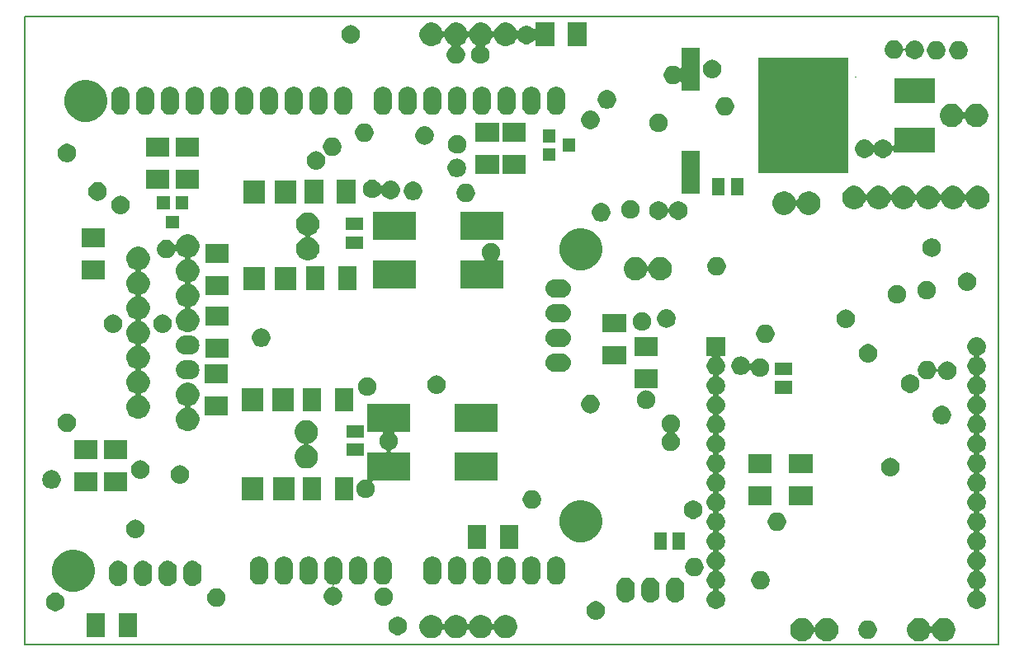
<source format=gts>
G04 #@! TF.GenerationSoftware,KiCad,Pcbnew,(6.0.0-rc1-dev-1497-g419718b59)*
G04 #@! TF.CreationDate,2019-02-11T10:58:06+02:00
G04 #@! TF.ProjectId,MM3,4d4d332e-6b69-4636-9164-5f7063625858,rev?*
G04 #@! TF.SameCoordinates,PX3eb8464PY58619c4*
G04 #@! TF.FileFunction,Soldermask,Top*
G04 #@! TF.FilePolarity,Negative*
%FSLAX46Y46*%
G04 Gerber Fmt 4.6, Leading zero omitted, Abs format (unit mm)*
G04 Created by KiCad (PCBNEW (6.0.0-rc1-dev-1497-g419718b59)) date Δευ 11 Φεβ 2019 10:58:06 πμ EET*
%MOMM*%
%LPD*%
G04 APERTURE LIST*
%ADD10C,0.150000*%
%ADD11C,0.100000*%
G04 APERTURE END LIST*
D10*
X-4950000Y-7600000D02*
X-4950000Y56900000D01*
X-4950000Y56900000D02*
X94950000Y56900000D01*
X94950000Y-7600000D02*
X-4950000Y-7600000D01*
X40532500Y-7592000D02*
X40532500Y-7592000D01*
X94950000Y56900000D02*
X94950000Y-7600000D01*
X80283500Y50764500D02*
X80283500Y50764500D01*
D11*
G36*
X87110526Y-4914115D02*
G01*
X87328912Y-5004573D01*
X87525458Y-5135901D01*
X87692599Y-5303042D01*
X87823927Y-5499588D01*
X87915015Y-5719495D01*
X87926566Y-5741106D01*
X87942111Y-5760048D01*
X87961054Y-5775594D01*
X87982664Y-5787145D01*
X88006113Y-5794258D01*
X88030500Y-5796660D01*
X88054886Y-5794258D01*
X88078335Y-5787145D01*
X88099946Y-5775594D01*
X88118888Y-5760049D01*
X88134434Y-5741106D01*
X88145985Y-5719495D01*
X88237073Y-5499588D01*
X88368401Y-5303042D01*
X88535542Y-5135901D01*
X88732088Y-5004573D01*
X88950474Y-4914115D01*
X89182309Y-4868000D01*
X89418691Y-4868000D01*
X89650526Y-4914115D01*
X89868912Y-5004573D01*
X90065458Y-5135901D01*
X90232599Y-5303042D01*
X90363927Y-5499588D01*
X90454385Y-5717974D01*
X90500500Y-5949809D01*
X90500500Y-6186191D01*
X90454385Y-6418026D01*
X90363927Y-6636412D01*
X90232599Y-6832958D01*
X90065458Y-7000099D01*
X89868912Y-7131427D01*
X89650526Y-7221885D01*
X89418691Y-7268000D01*
X89182309Y-7268000D01*
X88950474Y-7221885D01*
X88732088Y-7131427D01*
X88535542Y-7000099D01*
X88368401Y-6832958D01*
X88237073Y-6636412D01*
X88145985Y-6416505D01*
X88134434Y-6394894D01*
X88118889Y-6375952D01*
X88099946Y-6360406D01*
X88078336Y-6348855D01*
X88054887Y-6341742D01*
X88030500Y-6339340D01*
X88006114Y-6341742D01*
X87982665Y-6348855D01*
X87961054Y-6360406D01*
X87942112Y-6375951D01*
X87926566Y-6394894D01*
X87915015Y-6416505D01*
X87823927Y-6636412D01*
X87692599Y-6832958D01*
X87525458Y-7000099D01*
X87328912Y-7131427D01*
X87110526Y-7221885D01*
X86878691Y-7268000D01*
X86642309Y-7268000D01*
X86410474Y-7221885D01*
X86192088Y-7131427D01*
X85995542Y-7000099D01*
X85828401Y-6832958D01*
X85697073Y-6636412D01*
X85606615Y-6418026D01*
X85560500Y-6186191D01*
X85560500Y-5949809D01*
X85606615Y-5717974D01*
X85697073Y-5499588D01*
X85828401Y-5303042D01*
X85995542Y-5135901D01*
X86192088Y-5004573D01*
X86410474Y-4914115D01*
X86642309Y-4868000D01*
X86878691Y-4868000D01*
X87110526Y-4914115D01*
X87110526Y-4914115D01*
G37*
G36*
X75109026Y-4914115D02*
G01*
X75327412Y-5004573D01*
X75523958Y-5135901D01*
X75691099Y-5303042D01*
X75822427Y-5499588D01*
X75913515Y-5719495D01*
X75925066Y-5741106D01*
X75940611Y-5760048D01*
X75959554Y-5775594D01*
X75981164Y-5787145D01*
X76004613Y-5794258D01*
X76029000Y-5796660D01*
X76053386Y-5794258D01*
X76076835Y-5787145D01*
X76098446Y-5775594D01*
X76117388Y-5760049D01*
X76132934Y-5741106D01*
X76144485Y-5719495D01*
X76235573Y-5499588D01*
X76366901Y-5303042D01*
X76534042Y-5135901D01*
X76730588Y-5004573D01*
X76948974Y-4914115D01*
X77180809Y-4868000D01*
X77417191Y-4868000D01*
X77649026Y-4914115D01*
X77867412Y-5004573D01*
X78063958Y-5135901D01*
X78231099Y-5303042D01*
X78362427Y-5499588D01*
X78452885Y-5717974D01*
X78499000Y-5949809D01*
X78499000Y-6186191D01*
X78452885Y-6418026D01*
X78362427Y-6636412D01*
X78231099Y-6832958D01*
X78063958Y-7000099D01*
X77867412Y-7131427D01*
X77649026Y-7221885D01*
X77417191Y-7268000D01*
X77180809Y-7268000D01*
X76948974Y-7221885D01*
X76730588Y-7131427D01*
X76534042Y-7000099D01*
X76366901Y-6832958D01*
X76235573Y-6636412D01*
X76144485Y-6416505D01*
X76132934Y-6394894D01*
X76117389Y-6375952D01*
X76098446Y-6360406D01*
X76076836Y-6348855D01*
X76053387Y-6341742D01*
X76029000Y-6339340D01*
X76004614Y-6341742D01*
X75981165Y-6348855D01*
X75959554Y-6360406D01*
X75940612Y-6375951D01*
X75925066Y-6394894D01*
X75913515Y-6416505D01*
X75822427Y-6636412D01*
X75691099Y-6832958D01*
X75523958Y-7000099D01*
X75327412Y-7131427D01*
X75109026Y-7221885D01*
X74877191Y-7268000D01*
X74640809Y-7268000D01*
X74408974Y-7221885D01*
X74190588Y-7131427D01*
X73994042Y-7000099D01*
X73826901Y-6832958D01*
X73695573Y-6636412D01*
X73605115Y-6418026D01*
X73559000Y-6186191D01*
X73559000Y-5949809D01*
X73605115Y-5717974D01*
X73695573Y-5499588D01*
X73826901Y-5303042D01*
X73994042Y-5135901D01*
X74190588Y-5004573D01*
X74408974Y-4914115D01*
X74640809Y-4868000D01*
X74877191Y-4868000D01*
X75109026Y-4914115D01*
X75109026Y-4914115D01*
G37*
G36*
X81629452Y-5127127D02*
G01*
X81767105Y-5154508D01*
X81939994Y-5226121D01*
X82095590Y-5330087D01*
X82227913Y-5462410D01*
X82331879Y-5618006D01*
X82403492Y-5790895D01*
X82440000Y-5974433D01*
X82440000Y-6161567D01*
X82403492Y-6345105D01*
X82331879Y-6517994D01*
X82227913Y-6673590D01*
X82095590Y-6805913D01*
X81939994Y-6909879D01*
X81767105Y-6981492D01*
X81629452Y-7008873D01*
X81583568Y-7018000D01*
X81396432Y-7018000D01*
X81350548Y-7008873D01*
X81212895Y-6981492D01*
X81040006Y-6909879D01*
X80884410Y-6805913D01*
X80752087Y-6673590D01*
X80648121Y-6517994D01*
X80576508Y-6345105D01*
X80540000Y-6161567D01*
X80540000Y-5974433D01*
X80576508Y-5790895D01*
X80648121Y-5618006D01*
X80752087Y-5462410D01*
X80884410Y-5330087D01*
X81040006Y-5226121D01*
X81212895Y-5154508D01*
X81350548Y-5127127D01*
X81396432Y-5118000D01*
X81583568Y-5118000D01*
X81629452Y-5127127D01*
X81629452Y-5127127D01*
G37*
G36*
X37072526Y-4596615D02*
G01*
X37290912Y-4687073D01*
X37487458Y-4818401D01*
X37654599Y-4985542D01*
X37785927Y-5182088D01*
X37877015Y-5401995D01*
X37888566Y-5423606D01*
X37904111Y-5442548D01*
X37923054Y-5458094D01*
X37944664Y-5469645D01*
X37968113Y-5476758D01*
X37992500Y-5479160D01*
X38016886Y-5476758D01*
X38040335Y-5469645D01*
X38061946Y-5458094D01*
X38080888Y-5442549D01*
X38096434Y-5423606D01*
X38107985Y-5401995D01*
X38199073Y-5182088D01*
X38330401Y-4985542D01*
X38497542Y-4818401D01*
X38694088Y-4687073D01*
X38912474Y-4596615D01*
X39144309Y-4550500D01*
X39380691Y-4550500D01*
X39612526Y-4596615D01*
X39830912Y-4687073D01*
X40027458Y-4818401D01*
X40194599Y-4985542D01*
X40325927Y-5182088D01*
X40417015Y-5401995D01*
X40428566Y-5423606D01*
X40444111Y-5442548D01*
X40463054Y-5458094D01*
X40484664Y-5469645D01*
X40508113Y-5476758D01*
X40532500Y-5479160D01*
X40556886Y-5476758D01*
X40580335Y-5469645D01*
X40601946Y-5458094D01*
X40620888Y-5442549D01*
X40636434Y-5423606D01*
X40647985Y-5401995D01*
X40739073Y-5182088D01*
X40870401Y-4985542D01*
X41037542Y-4818401D01*
X41234088Y-4687073D01*
X41452474Y-4596615D01*
X41684309Y-4550500D01*
X41920691Y-4550500D01*
X42152526Y-4596615D01*
X42370912Y-4687073D01*
X42567458Y-4818401D01*
X42734599Y-4985542D01*
X42865927Y-5182088D01*
X42957015Y-5401995D01*
X42968566Y-5423606D01*
X42984111Y-5442548D01*
X43003054Y-5458094D01*
X43024664Y-5469645D01*
X43048113Y-5476758D01*
X43072500Y-5479160D01*
X43096886Y-5476758D01*
X43120335Y-5469645D01*
X43141946Y-5458094D01*
X43160888Y-5442549D01*
X43176434Y-5423606D01*
X43187985Y-5401995D01*
X43279073Y-5182088D01*
X43410401Y-4985542D01*
X43577542Y-4818401D01*
X43774088Y-4687073D01*
X43992474Y-4596615D01*
X44224309Y-4550500D01*
X44460691Y-4550500D01*
X44692526Y-4596615D01*
X44910912Y-4687073D01*
X45107458Y-4818401D01*
X45274599Y-4985542D01*
X45405927Y-5182088D01*
X45496385Y-5400474D01*
X45542500Y-5632309D01*
X45542500Y-5868691D01*
X45496385Y-6100526D01*
X45405927Y-6318912D01*
X45274599Y-6515458D01*
X45107458Y-6682599D01*
X44910912Y-6813927D01*
X44692526Y-6904385D01*
X44460691Y-6950500D01*
X44224309Y-6950500D01*
X43992474Y-6904385D01*
X43774088Y-6813927D01*
X43577542Y-6682599D01*
X43410401Y-6515458D01*
X43279073Y-6318912D01*
X43187985Y-6099005D01*
X43176434Y-6077394D01*
X43160889Y-6058452D01*
X43141946Y-6042906D01*
X43120336Y-6031355D01*
X43096887Y-6024242D01*
X43072500Y-6021840D01*
X43048114Y-6024242D01*
X43024665Y-6031355D01*
X43003054Y-6042906D01*
X42984112Y-6058451D01*
X42968566Y-6077394D01*
X42957015Y-6099005D01*
X42865927Y-6318912D01*
X42734599Y-6515458D01*
X42567458Y-6682599D01*
X42370912Y-6813927D01*
X42152526Y-6904385D01*
X41920691Y-6950500D01*
X41684309Y-6950500D01*
X41452474Y-6904385D01*
X41234088Y-6813927D01*
X41037542Y-6682599D01*
X40870401Y-6515458D01*
X40739073Y-6318912D01*
X40647985Y-6099005D01*
X40636434Y-6077394D01*
X40620889Y-6058452D01*
X40601946Y-6042906D01*
X40580336Y-6031355D01*
X40556887Y-6024242D01*
X40532500Y-6021840D01*
X40508114Y-6024242D01*
X40484665Y-6031355D01*
X40463054Y-6042906D01*
X40444112Y-6058451D01*
X40428566Y-6077394D01*
X40417015Y-6099005D01*
X40325927Y-6318912D01*
X40194599Y-6515458D01*
X40027458Y-6682599D01*
X39830912Y-6813927D01*
X39612526Y-6904385D01*
X39380691Y-6950500D01*
X39144309Y-6950500D01*
X38912474Y-6904385D01*
X38694088Y-6813927D01*
X38497542Y-6682599D01*
X38330401Y-6515458D01*
X38199073Y-6318912D01*
X38107985Y-6099005D01*
X38096434Y-6077394D01*
X38080889Y-6058452D01*
X38061946Y-6042906D01*
X38040336Y-6031355D01*
X38016887Y-6024242D01*
X37992500Y-6021840D01*
X37968114Y-6024242D01*
X37944665Y-6031355D01*
X37923054Y-6042906D01*
X37904112Y-6058451D01*
X37888566Y-6077394D01*
X37877015Y-6099005D01*
X37785927Y-6318912D01*
X37654599Y-6515458D01*
X37487458Y-6682599D01*
X37290912Y-6813927D01*
X37072526Y-6904385D01*
X36840691Y-6950500D01*
X36604309Y-6950500D01*
X36372474Y-6904385D01*
X36154088Y-6813927D01*
X35957542Y-6682599D01*
X35790401Y-6515458D01*
X35659073Y-6318912D01*
X35568615Y-6100526D01*
X35522500Y-5868691D01*
X35522500Y-5632309D01*
X35568615Y-5400474D01*
X35659073Y-5182088D01*
X35790401Y-4985542D01*
X35957542Y-4818401D01*
X36154088Y-4687073D01*
X36372474Y-4596615D01*
X36604309Y-4550500D01*
X36840691Y-4550500D01*
X37072526Y-4596615D01*
X37072526Y-4596615D01*
G37*
G36*
X6569500Y-6839500D02*
G01*
X4645500Y-6839500D01*
X4645500Y-4407500D01*
X6569500Y-4407500D01*
X6569500Y-6839500D01*
X6569500Y-6839500D01*
G37*
G36*
X3267500Y-6839500D02*
G01*
X1343500Y-6839500D01*
X1343500Y-4407500D01*
X3267500Y-4407500D01*
X3267500Y-6839500D01*
X3267500Y-6839500D01*
G37*
G36*
X33432951Y-4746127D02*
G01*
X33570605Y-4773508D01*
X33743494Y-4845121D01*
X33899090Y-4949087D01*
X34031413Y-5081410D01*
X34135379Y-5237006D01*
X34206992Y-5409895D01*
X34243500Y-5593433D01*
X34243500Y-5780567D01*
X34206992Y-5964105D01*
X34135379Y-6136994D01*
X34031413Y-6292590D01*
X33899090Y-6424913D01*
X33743494Y-6528879D01*
X33570605Y-6600492D01*
X33432951Y-6627873D01*
X33387068Y-6637000D01*
X33199932Y-6637000D01*
X33154049Y-6627873D01*
X33016395Y-6600492D01*
X32843506Y-6528879D01*
X32687910Y-6424913D01*
X32555587Y-6292590D01*
X32451621Y-6136994D01*
X32380008Y-5964105D01*
X32343500Y-5780567D01*
X32343500Y-5593433D01*
X32380008Y-5409895D01*
X32451621Y-5237006D01*
X32555587Y-5081410D01*
X32687910Y-4949087D01*
X32843506Y-4845121D01*
X33016395Y-4773508D01*
X33154048Y-4746127D01*
X33199932Y-4737000D01*
X33387068Y-4737000D01*
X33432951Y-4746127D01*
X33432951Y-4746127D01*
G37*
G36*
X53709551Y-3149994D02*
G01*
X53890605Y-3186008D01*
X54063494Y-3257621D01*
X54219090Y-3361587D01*
X54351413Y-3493910D01*
X54455379Y-3649506D01*
X54526992Y-3822395D01*
X54563500Y-4005933D01*
X54563500Y-4193067D01*
X54526992Y-4376605D01*
X54455379Y-4549494D01*
X54351413Y-4705090D01*
X54219090Y-4837413D01*
X54063494Y-4941379D01*
X53890605Y-5012992D01*
X53752951Y-5040373D01*
X53707068Y-5049500D01*
X53519932Y-5049500D01*
X53474048Y-5040373D01*
X53336395Y-5012992D01*
X53163506Y-4941379D01*
X53007910Y-4837413D01*
X52875587Y-4705090D01*
X52771621Y-4549494D01*
X52700008Y-4376605D01*
X52663500Y-4193067D01*
X52663500Y-4005933D01*
X52700008Y-3822395D01*
X52771621Y-3649506D01*
X52875587Y-3493910D01*
X53007910Y-3361587D01*
X53163506Y-3257621D01*
X53336395Y-3186008D01*
X53517449Y-3149994D01*
X53519932Y-3149500D01*
X53707068Y-3149500D01*
X53709551Y-3149994D01*
X53709551Y-3149994D01*
G37*
G36*
X-1702865Y-2279153D02*
G01*
X-1565212Y-2306534D01*
X-1392323Y-2378147D01*
X-1236727Y-2482113D01*
X-1104404Y-2614436D01*
X-1000438Y-2770032D01*
X-928825Y-2942921D01*
X-892317Y-3126459D01*
X-892317Y-3313593D01*
X-928825Y-3497131D01*
X-1000438Y-3670020D01*
X-1104404Y-3825616D01*
X-1236727Y-3957939D01*
X-1392323Y-4061905D01*
X-1565212Y-4133518D01*
X-1702866Y-4160899D01*
X-1748749Y-4170026D01*
X-1935885Y-4170026D01*
X-1981768Y-4160899D01*
X-2119422Y-4133518D01*
X-2292311Y-4061905D01*
X-2447907Y-3957939D01*
X-2580230Y-3825616D01*
X-2684196Y-3670020D01*
X-2755809Y-3497131D01*
X-2792317Y-3313593D01*
X-2792317Y-3126459D01*
X-2755809Y-2942921D01*
X-2684196Y-2770032D01*
X-2580230Y-2614436D01*
X-2447907Y-2482113D01*
X-2292311Y-2378147D01*
X-2119422Y-2306534D01*
X-1981768Y-2279153D01*
X-1935885Y-2270026D01*
X-1748749Y-2270026D01*
X-1702865Y-2279153D01*
X-1702865Y-2279153D01*
G37*
G36*
X92821952Y23955873D02*
G01*
X92959605Y23928492D01*
X93132494Y23856879D01*
X93288090Y23752913D01*
X93420413Y23620590D01*
X93524379Y23464994D01*
X93595992Y23292105D01*
X93632500Y23108567D01*
X93632500Y22921433D01*
X93595992Y22737895D01*
X93524379Y22565006D01*
X93420413Y22409410D01*
X93288090Y22277087D01*
X93132494Y22173121D01*
X93029554Y22130482D01*
X93007949Y22118933D01*
X92989007Y22103388D01*
X92973462Y22084446D01*
X92961911Y22062835D01*
X92954798Y22039386D01*
X92952396Y22015000D01*
X92954798Y21990613D01*
X92961911Y21967164D01*
X92973463Y21945553D01*
X92989008Y21926611D01*
X93007950Y21911066D01*
X93029554Y21899518D01*
X93132494Y21856879D01*
X93288090Y21752913D01*
X93420413Y21620590D01*
X93524379Y21464994D01*
X93595992Y21292105D01*
X93632500Y21108567D01*
X93632500Y20921433D01*
X93595992Y20737895D01*
X93524379Y20565006D01*
X93420413Y20409410D01*
X93288090Y20277087D01*
X93132494Y20173121D01*
X93029554Y20130482D01*
X93007949Y20118933D01*
X92989007Y20103388D01*
X92973462Y20084446D01*
X92961911Y20062835D01*
X92954798Y20039386D01*
X92952396Y20015000D01*
X92954798Y19990613D01*
X92961911Y19967164D01*
X92973463Y19945553D01*
X92989008Y19926611D01*
X93007950Y19911066D01*
X93029554Y19899518D01*
X93132494Y19856879D01*
X93288090Y19752913D01*
X93420413Y19620590D01*
X93524379Y19464994D01*
X93595992Y19292105D01*
X93632500Y19108567D01*
X93632500Y18921433D01*
X93595992Y18737895D01*
X93524379Y18565006D01*
X93420413Y18409410D01*
X93288090Y18277087D01*
X93132494Y18173121D01*
X93029554Y18130482D01*
X93007949Y18118933D01*
X92989007Y18103388D01*
X92973462Y18084446D01*
X92961911Y18062835D01*
X92954798Y18039386D01*
X92952396Y18015000D01*
X92954798Y17990613D01*
X92961911Y17967164D01*
X92973463Y17945553D01*
X92989008Y17926611D01*
X93007950Y17911066D01*
X93029554Y17899518D01*
X93132494Y17856879D01*
X93288090Y17752913D01*
X93420413Y17620590D01*
X93524379Y17464994D01*
X93595992Y17292105D01*
X93599017Y17276895D01*
X93632500Y17108568D01*
X93632500Y16921432D01*
X93624257Y16879992D01*
X93595992Y16737895D01*
X93524379Y16565006D01*
X93420413Y16409410D01*
X93288090Y16277087D01*
X93132494Y16173121D01*
X93029554Y16130482D01*
X93007949Y16118933D01*
X92989007Y16103388D01*
X92973462Y16084446D01*
X92961911Y16062835D01*
X92954798Y16039386D01*
X92952396Y16015000D01*
X92954798Y15990613D01*
X92961911Y15967164D01*
X92973463Y15945553D01*
X92989008Y15926611D01*
X93007950Y15911066D01*
X93029554Y15899518D01*
X93132494Y15856879D01*
X93288090Y15752913D01*
X93420413Y15620590D01*
X93524379Y15464994D01*
X93595992Y15292105D01*
X93613423Y15204474D01*
X93629307Y15124622D01*
X93632500Y15108567D01*
X93632500Y14921433D01*
X93595992Y14737895D01*
X93524379Y14565006D01*
X93420413Y14409410D01*
X93288090Y14277087D01*
X93132494Y14173121D01*
X93029554Y14130482D01*
X93007949Y14118933D01*
X92989007Y14103388D01*
X92973462Y14084446D01*
X92961911Y14062835D01*
X92954798Y14039386D01*
X92952396Y14015000D01*
X92954798Y13990613D01*
X92961911Y13967164D01*
X92973463Y13945553D01*
X92989008Y13926611D01*
X93007950Y13911066D01*
X93029554Y13899518D01*
X93132494Y13856879D01*
X93288090Y13752913D01*
X93420413Y13620590D01*
X93524379Y13464994D01*
X93595992Y13292105D01*
X93632500Y13108567D01*
X93632500Y12921433D01*
X93595992Y12737895D01*
X93524379Y12565006D01*
X93420413Y12409410D01*
X93288090Y12277087D01*
X93132494Y12173121D01*
X93029554Y12130482D01*
X93007949Y12118933D01*
X92989007Y12103388D01*
X92973462Y12084446D01*
X92961911Y12062835D01*
X92954798Y12039386D01*
X92952396Y12015000D01*
X92954798Y11990613D01*
X92961911Y11967164D01*
X92973463Y11945553D01*
X92989008Y11926611D01*
X93007950Y11911066D01*
X93029554Y11899518D01*
X93132494Y11856879D01*
X93288090Y11752913D01*
X93420413Y11620590D01*
X93524379Y11464994D01*
X93595992Y11292105D01*
X93632500Y11108567D01*
X93632500Y10921433D01*
X93595992Y10737895D01*
X93524379Y10565006D01*
X93420413Y10409410D01*
X93288090Y10277087D01*
X93132494Y10173121D01*
X93029554Y10130482D01*
X93007949Y10118933D01*
X92989007Y10103388D01*
X92973462Y10084446D01*
X92961911Y10062835D01*
X92954798Y10039386D01*
X92952396Y10015000D01*
X92954798Y9990613D01*
X92961911Y9967164D01*
X92973463Y9945553D01*
X92989008Y9926611D01*
X93007950Y9911066D01*
X93029554Y9899518D01*
X93132494Y9856879D01*
X93288090Y9752913D01*
X93420413Y9620590D01*
X93524379Y9464994D01*
X93595992Y9292105D01*
X93606196Y9240805D01*
X93632500Y9108568D01*
X93632500Y8921432D01*
X93630764Y8912704D01*
X93595992Y8737895D01*
X93524379Y8565006D01*
X93420413Y8409410D01*
X93288090Y8277087D01*
X93132494Y8173121D01*
X93029554Y8130482D01*
X93007949Y8118933D01*
X92989007Y8103388D01*
X92973462Y8084446D01*
X92961911Y8062835D01*
X92954798Y8039386D01*
X92952396Y8015000D01*
X92954798Y7990613D01*
X92961911Y7967164D01*
X92973463Y7945553D01*
X92989008Y7926611D01*
X93007950Y7911066D01*
X93029554Y7899518D01*
X93132494Y7856879D01*
X93288090Y7752913D01*
X93420413Y7620590D01*
X93524379Y7464994D01*
X93595992Y7292105D01*
X93632500Y7108567D01*
X93632500Y6921433D01*
X93595992Y6737895D01*
X93524379Y6565006D01*
X93420413Y6409410D01*
X93288090Y6277087D01*
X93132494Y6173121D01*
X93029554Y6130482D01*
X93007949Y6118933D01*
X92989007Y6103388D01*
X92973462Y6084446D01*
X92961911Y6062835D01*
X92954798Y6039386D01*
X92952396Y6015000D01*
X92954798Y5990613D01*
X92961911Y5967164D01*
X92973463Y5945553D01*
X92989008Y5926611D01*
X93007950Y5911066D01*
X93029554Y5899518D01*
X93132494Y5856879D01*
X93288090Y5752913D01*
X93420413Y5620590D01*
X93524379Y5464994D01*
X93595992Y5292105D01*
X93632500Y5108567D01*
X93632500Y4921433D01*
X93595992Y4737895D01*
X93524379Y4565006D01*
X93420413Y4409410D01*
X93288090Y4277087D01*
X93132494Y4173121D01*
X93029554Y4130482D01*
X93007949Y4118933D01*
X92989007Y4103388D01*
X92973462Y4084446D01*
X92961911Y4062835D01*
X92954798Y4039386D01*
X92952396Y4015000D01*
X92954798Y3990613D01*
X92961911Y3967164D01*
X92973463Y3945553D01*
X92989008Y3926611D01*
X93007950Y3911066D01*
X93029554Y3899518D01*
X93132494Y3856879D01*
X93288090Y3752913D01*
X93420413Y3620590D01*
X93524379Y3464994D01*
X93595992Y3292105D01*
X93632500Y3108567D01*
X93632500Y2921433D01*
X93595992Y2737895D01*
X93524379Y2565006D01*
X93420413Y2409410D01*
X93288090Y2277087D01*
X93132494Y2173121D01*
X93029554Y2130482D01*
X93007949Y2118933D01*
X92989007Y2103388D01*
X92973462Y2084446D01*
X92961911Y2062835D01*
X92954798Y2039386D01*
X92952396Y2015000D01*
X92954798Y1990613D01*
X92961911Y1967164D01*
X92973463Y1945553D01*
X92989008Y1926611D01*
X93007950Y1911066D01*
X93029554Y1899518D01*
X93132494Y1856879D01*
X93288090Y1752913D01*
X93420413Y1620590D01*
X93524379Y1464994D01*
X93595992Y1292105D01*
X93632500Y1108567D01*
X93632500Y921433D01*
X93595992Y737895D01*
X93524379Y565006D01*
X93420413Y409410D01*
X93288090Y277087D01*
X93132494Y173121D01*
X93029554Y130482D01*
X93007949Y118933D01*
X92989007Y103388D01*
X92973462Y84446D01*
X92961911Y62835D01*
X92954798Y39386D01*
X92952396Y15000D01*
X92954798Y-9387D01*
X92961911Y-32836D01*
X92973463Y-54447D01*
X92989008Y-73389D01*
X93007950Y-88934D01*
X93029554Y-100482D01*
X93132494Y-143121D01*
X93288090Y-247087D01*
X93420413Y-379410D01*
X93524379Y-535006D01*
X93595992Y-707895D01*
X93632500Y-891433D01*
X93632500Y-1078567D01*
X93595992Y-1262105D01*
X93524379Y-1434994D01*
X93420413Y-1590590D01*
X93288090Y-1722913D01*
X93132494Y-1826879D01*
X93029554Y-1869518D01*
X93007949Y-1881067D01*
X92989007Y-1896612D01*
X92973462Y-1915554D01*
X92961911Y-1937165D01*
X92954798Y-1960614D01*
X92952396Y-1985000D01*
X92954798Y-2009387D01*
X92961911Y-2032836D01*
X92973463Y-2054447D01*
X92989008Y-2073389D01*
X93007950Y-2088934D01*
X93029554Y-2100482D01*
X93132494Y-2143121D01*
X93288090Y-2247087D01*
X93420413Y-2379410D01*
X93524379Y-2535006D01*
X93595992Y-2707895D01*
X93632500Y-2891433D01*
X93632500Y-3078567D01*
X93595992Y-3262105D01*
X93524379Y-3434994D01*
X93420413Y-3590590D01*
X93288090Y-3722913D01*
X93132494Y-3826879D01*
X92959605Y-3898492D01*
X92821951Y-3925873D01*
X92776068Y-3935000D01*
X92588932Y-3935000D01*
X92543049Y-3925873D01*
X92405395Y-3898492D01*
X92232506Y-3826879D01*
X92076910Y-3722913D01*
X91944587Y-3590590D01*
X91840621Y-3434994D01*
X91769008Y-3262105D01*
X91732500Y-3078567D01*
X91732500Y-2891433D01*
X91769008Y-2707895D01*
X91840621Y-2535006D01*
X91944587Y-2379410D01*
X92076910Y-2247087D01*
X92232506Y-2143121D01*
X92335446Y-2100482D01*
X92357051Y-2088933D01*
X92375993Y-2073388D01*
X92391538Y-2054446D01*
X92403089Y-2032835D01*
X92410202Y-2009386D01*
X92412604Y-1985000D01*
X92410202Y-1960613D01*
X92403089Y-1937164D01*
X92391537Y-1915553D01*
X92375992Y-1896611D01*
X92357050Y-1881066D01*
X92335446Y-1869518D01*
X92232506Y-1826879D01*
X92076910Y-1722913D01*
X91944587Y-1590590D01*
X91840621Y-1434994D01*
X91769008Y-1262105D01*
X91732500Y-1078567D01*
X91732500Y-891433D01*
X91769008Y-707895D01*
X91840621Y-535006D01*
X91944587Y-379410D01*
X92076910Y-247087D01*
X92232506Y-143121D01*
X92335446Y-100482D01*
X92357051Y-88933D01*
X92375993Y-73388D01*
X92391538Y-54446D01*
X92403089Y-32835D01*
X92410202Y-9386D01*
X92412604Y15000D01*
X92410202Y39387D01*
X92403089Y62836D01*
X92391537Y84447D01*
X92375992Y103389D01*
X92357050Y118934D01*
X92335446Y130482D01*
X92232506Y173121D01*
X92076910Y277087D01*
X91944587Y409410D01*
X91840621Y565006D01*
X91769008Y737895D01*
X91732500Y921433D01*
X91732500Y1108567D01*
X91769008Y1292105D01*
X91840621Y1464994D01*
X91944587Y1620590D01*
X92076910Y1752913D01*
X92232506Y1856879D01*
X92335446Y1899518D01*
X92357051Y1911067D01*
X92375993Y1926612D01*
X92391538Y1945554D01*
X92403089Y1967165D01*
X92410202Y1990614D01*
X92412604Y2015000D01*
X92410202Y2039387D01*
X92403089Y2062836D01*
X92391537Y2084447D01*
X92375992Y2103389D01*
X92357050Y2118934D01*
X92335446Y2130482D01*
X92232506Y2173121D01*
X92076910Y2277087D01*
X91944587Y2409410D01*
X91840621Y2565006D01*
X91769008Y2737895D01*
X91732500Y2921433D01*
X91732500Y3108567D01*
X91769008Y3292105D01*
X91840621Y3464994D01*
X91944587Y3620590D01*
X92076910Y3752913D01*
X92232506Y3856879D01*
X92335446Y3899518D01*
X92357051Y3911067D01*
X92375993Y3926612D01*
X92391538Y3945554D01*
X92403089Y3967165D01*
X92410202Y3990614D01*
X92412604Y4015000D01*
X92410202Y4039387D01*
X92403089Y4062836D01*
X92391537Y4084447D01*
X92375992Y4103389D01*
X92357050Y4118934D01*
X92335446Y4130482D01*
X92232506Y4173121D01*
X92076910Y4277087D01*
X91944587Y4409410D01*
X91840621Y4565006D01*
X91769008Y4737895D01*
X91732500Y4921433D01*
X91732500Y5108567D01*
X91769008Y5292105D01*
X91840621Y5464994D01*
X91944587Y5620590D01*
X92076910Y5752913D01*
X92232506Y5856879D01*
X92335446Y5899518D01*
X92357051Y5911067D01*
X92375993Y5926612D01*
X92391538Y5945554D01*
X92403089Y5967165D01*
X92410202Y5990614D01*
X92412604Y6015000D01*
X92410202Y6039387D01*
X92403089Y6062836D01*
X92391537Y6084447D01*
X92375992Y6103389D01*
X92357050Y6118934D01*
X92335446Y6130482D01*
X92232506Y6173121D01*
X92076910Y6277087D01*
X91944587Y6409410D01*
X91840621Y6565006D01*
X91769008Y6737895D01*
X91732500Y6921433D01*
X91732500Y7108567D01*
X91769008Y7292105D01*
X91840621Y7464994D01*
X91944587Y7620590D01*
X92076910Y7752913D01*
X92232506Y7856879D01*
X92335446Y7899518D01*
X92357051Y7911067D01*
X92375993Y7926612D01*
X92391538Y7945554D01*
X92403089Y7967165D01*
X92410202Y7990614D01*
X92412604Y8015000D01*
X92410202Y8039387D01*
X92403089Y8062836D01*
X92391537Y8084447D01*
X92375992Y8103389D01*
X92357050Y8118934D01*
X92335446Y8130482D01*
X92232506Y8173121D01*
X92076910Y8277087D01*
X91944587Y8409410D01*
X91840621Y8565006D01*
X91769008Y8737895D01*
X91734236Y8912704D01*
X91732500Y8921432D01*
X91732500Y9108568D01*
X91758804Y9240805D01*
X91769008Y9292105D01*
X91840621Y9464994D01*
X91944587Y9620590D01*
X92076910Y9752913D01*
X92232506Y9856879D01*
X92335446Y9899518D01*
X92357051Y9911067D01*
X92375993Y9926612D01*
X92391538Y9945554D01*
X92403089Y9967165D01*
X92410202Y9990614D01*
X92412604Y10015000D01*
X92410202Y10039387D01*
X92403089Y10062836D01*
X92391537Y10084447D01*
X92375992Y10103389D01*
X92357050Y10118934D01*
X92335446Y10130482D01*
X92232506Y10173121D01*
X92076910Y10277087D01*
X91944587Y10409410D01*
X91840621Y10565006D01*
X91769008Y10737895D01*
X91732500Y10921433D01*
X91732500Y11108567D01*
X91769008Y11292105D01*
X91840621Y11464994D01*
X91944587Y11620590D01*
X92076910Y11752913D01*
X92232506Y11856879D01*
X92335446Y11899518D01*
X92357051Y11911067D01*
X92375993Y11926612D01*
X92391538Y11945554D01*
X92403089Y11967165D01*
X92410202Y11990614D01*
X92412604Y12015000D01*
X92410202Y12039387D01*
X92403089Y12062836D01*
X92391537Y12084447D01*
X92375992Y12103389D01*
X92357050Y12118934D01*
X92335446Y12130482D01*
X92232506Y12173121D01*
X92076910Y12277087D01*
X91944587Y12409410D01*
X91840621Y12565006D01*
X91769008Y12737895D01*
X91732500Y12921433D01*
X91732500Y13108567D01*
X91769008Y13292105D01*
X91840621Y13464994D01*
X91944587Y13620590D01*
X92076910Y13752913D01*
X92232506Y13856879D01*
X92335446Y13899518D01*
X92357051Y13911067D01*
X92375993Y13926612D01*
X92391538Y13945554D01*
X92403089Y13967165D01*
X92410202Y13990614D01*
X92412604Y14015000D01*
X92410202Y14039387D01*
X92403089Y14062836D01*
X92391537Y14084447D01*
X92375992Y14103389D01*
X92357050Y14118934D01*
X92335446Y14130482D01*
X92232506Y14173121D01*
X92076910Y14277087D01*
X91944587Y14409410D01*
X91840621Y14565006D01*
X91769008Y14737895D01*
X91732500Y14921433D01*
X91732500Y15108567D01*
X91735694Y15124622D01*
X91751577Y15204474D01*
X91769008Y15292105D01*
X91840621Y15464994D01*
X91944587Y15620590D01*
X92076910Y15752913D01*
X92232506Y15856879D01*
X92335446Y15899518D01*
X92357051Y15911067D01*
X92375993Y15926612D01*
X92391538Y15945554D01*
X92403089Y15967165D01*
X92410202Y15990614D01*
X92412604Y16015000D01*
X92410202Y16039387D01*
X92403089Y16062836D01*
X92391537Y16084447D01*
X92375992Y16103389D01*
X92357050Y16118934D01*
X92335446Y16130482D01*
X92232506Y16173121D01*
X92076910Y16277087D01*
X91944587Y16409410D01*
X91840621Y16565006D01*
X91769008Y16737895D01*
X91740743Y16879992D01*
X91732500Y16921432D01*
X91732500Y17108568D01*
X91765983Y17276895D01*
X91769008Y17292105D01*
X91840621Y17464994D01*
X91944587Y17620590D01*
X92076910Y17752913D01*
X92232506Y17856879D01*
X92335446Y17899518D01*
X92357051Y17911067D01*
X92375993Y17926612D01*
X92391538Y17945554D01*
X92403089Y17967165D01*
X92410202Y17990614D01*
X92412604Y18015000D01*
X92410202Y18039387D01*
X92403089Y18062836D01*
X92391537Y18084447D01*
X92375992Y18103389D01*
X92357050Y18118934D01*
X92335446Y18130482D01*
X92232506Y18173121D01*
X92076910Y18277087D01*
X91944587Y18409410D01*
X91840621Y18565006D01*
X91769008Y18737895D01*
X91732500Y18921433D01*
X91732500Y19108567D01*
X91769008Y19292105D01*
X91840621Y19464994D01*
X91944587Y19620590D01*
X92076910Y19752913D01*
X92232506Y19856879D01*
X92335446Y19899518D01*
X92357051Y19911067D01*
X92375993Y19926612D01*
X92391538Y19945554D01*
X92403089Y19967165D01*
X92410202Y19990614D01*
X92412604Y20015000D01*
X92410202Y20039387D01*
X92403089Y20062836D01*
X92391537Y20084447D01*
X92375992Y20103389D01*
X92357050Y20118934D01*
X92335446Y20130482D01*
X92232506Y20173121D01*
X92076910Y20277087D01*
X91944587Y20409410D01*
X91840621Y20565006D01*
X91769008Y20737895D01*
X91732500Y20921433D01*
X91732500Y21108567D01*
X91769008Y21292105D01*
X91840621Y21464994D01*
X91944587Y21620590D01*
X92076910Y21752913D01*
X92232506Y21856879D01*
X92335446Y21899518D01*
X92357051Y21911067D01*
X92375993Y21926612D01*
X92391538Y21945554D01*
X92403089Y21967165D01*
X92410202Y21990614D01*
X92412604Y22015000D01*
X92410202Y22039387D01*
X92403089Y22062836D01*
X92391537Y22084447D01*
X92375992Y22103389D01*
X92357050Y22118934D01*
X92335446Y22130482D01*
X92232506Y22173121D01*
X92076910Y22277087D01*
X91944587Y22409410D01*
X91840621Y22565006D01*
X91769008Y22737895D01*
X91732500Y22921433D01*
X91732500Y23108567D01*
X91769008Y23292105D01*
X91840621Y23464994D01*
X91944587Y23620590D01*
X92076910Y23752913D01*
X92232506Y23856879D01*
X92405395Y23928492D01*
X92543048Y23955873D01*
X92588932Y23965000D01*
X92776068Y23965000D01*
X92821952Y23955873D01*
X92821952Y23955873D01*
G37*
G36*
X66882500Y22065000D02*
G01*
X66483087Y22065000D01*
X66458701Y22062598D01*
X66435252Y22055485D01*
X66413641Y22043934D01*
X66394699Y22028388D01*
X66379153Y22009446D01*
X66367602Y21987835D01*
X66360489Y21964386D01*
X66358087Y21940000D01*
X66360489Y21915614D01*
X66367602Y21892165D01*
X66379153Y21870554D01*
X66394699Y21851612D01*
X66413633Y21836073D01*
X66538090Y21752913D01*
X66670413Y21620590D01*
X66774379Y21464994D01*
X66845992Y21292105D01*
X66882500Y21108567D01*
X66882500Y20921433D01*
X66845992Y20737895D01*
X66774379Y20565006D01*
X66670413Y20409410D01*
X66538090Y20277087D01*
X66382494Y20173121D01*
X66279554Y20130482D01*
X66257949Y20118933D01*
X66239007Y20103388D01*
X66223462Y20084446D01*
X66211911Y20062835D01*
X66204798Y20039386D01*
X66202396Y20015000D01*
X66204798Y19990613D01*
X66211911Y19967164D01*
X66223463Y19945553D01*
X66239008Y19926611D01*
X66257950Y19911066D01*
X66279554Y19899518D01*
X66382494Y19856879D01*
X66538090Y19752913D01*
X66670413Y19620590D01*
X66774379Y19464994D01*
X66845992Y19292105D01*
X66882500Y19108567D01*
X66882500Y18921433D01*
X66845992Y18737895D01*
X66774379Y18565006D01*
X66670413Y18409410D01*
X66538090Y18277087D01*
X66382494Y18173121D01*
X66279554Y18130482D01*
X66257949Y18118933D01*
X66239007Y18103388D01*
X66223462Y18084446D01*
X66211911Y18062835D01*
X66204798Y18039386D01*
X66202396Y18015000D01*
X66204798Y17990613D01*
X66211911Y17967164D01*
X66223463Y17945553D01*
X66239008Y17926611D01*
X66257950Y17911066D01*
X66279554Y17899518D01*
X66382494Y17856879D01*
X66538090Y17752913D01*
X66670413Y17620590D01*
X66774379Y17464994D01*
X66845992Y17292105D01*
X66849017Y17276895D01*
X66882500Y17108568D01*
X66882500Y16921432D01*
X66874257Y16879992D01*
X66845992Y16737895D01*
X66774379Y16565006D01*
X66670413Y16409410D01*
X66538090Y16277087D01*
X66382494Y16173121D01*
X66279554Y16130482D01*
X66257949Y16118933D01*
X66239007Y16103388D01*
X66223462Y16084446D01*
X66211911Y16062835D01*
X66204798Y16039386D01*
X66202396Y16015000D01*
X66204798Y15990613D01*
X66211911Y15967164D01*
X66223463Y15945553D01*
X66239008Y15926611D01*
X66257950Y15911066D01*
X66279554Y15899518D01*
X66382494Y15856879D01*
X66538090Y15752913D01*
X66670413Y15620590D01*
X66774379Y15464994D01*
X66845992Y15292105D01*
X66863423Y15204474D01*
X66879307Y15124622D01*
X66882500Y15108567D01*
X66882500Y14921433D01*
X66845992Y14737895D01*
X66774379Y14565006D01*
X66670413Y14409410D01*
X66538090Y14277087D01*
X66382494Y14173121D01*
X66279554Y14130482D01*
X66257949Y14118933D01*
X66239007Y14103388D01*
X66223462Y14084446D01*
X66211911Y14062835D01*
X66204798Y14039386D01*
X66202396Y14015000D01*
X66204798Y13990613D01*
X66211911Y13967164D01*
X66223463Y13945553D01*
X66239008Y13926611D01*
X66257950Y13911066D01*
X66279554Y13899518D01*
X66382494Y13856879D01*
X66538090Y13752913D01*
X66670413Y13620590D01*
X66774379Y13464994D01*
X66845992Y13292105D01*
X66882500Y13108567D01*
X66882500Y12921433D01*
X66845992Y12737895D01*
X66774379Y12565006D01*
X66670413Y12409410D01*
X66538090Y12277087D01*
X66382494Y12173121D01*
X66279554Y12130482D01*
X66257949Y12118933D01*
X66239007Y12103388D01*
X66223462Y12084446D01*
X66211911Y12062835D01*
X66204798Y12039386D01*
X66202396Y12015000D01*
X66204798Y11990613D01*
X66211911Y11967164D01*
X66223463Y11945553D01*
X66239008Y11926611D01*
X66257950Y11911066D01*
X66279554Y11899518D01*
X66382494Y11856879D01*
X66538090Y11752913D01*
X66670413Y11620590D01*
X66774379Y11464994D01*
X66845992Y11292105D01*
X66882500Y11108567D01*
X66882500Y10921433D01*
X66845992Y10737895D01*
X66774379Y10565006D01*
X66670413Y10409410D01*
X66538090Y10277087D01*
X66382494Y10173121D01*
X66279554Y10130482D01*
X66257949Y10118933D01*
X66239007Y10103388D01*
X66223462Y10084446D01*
X66211911Y10062835D01*
X66204798Y10039386D01*
X66202396Y10015000D01*
X66204798Y9990613D01*
X66211911Y9967164D01*
X66223463Y9945553D01*
X66239008Y9926611D01*
X66257950Y9911066D01*
X66279554Y9899518D01*
X66382494Y9856879D01*
X66538090Y9752913D01*
X66670413Y9620590D01*
X66774379Y9464994D01*
X66845992Y9292105D01*
X66856196Y9240805D01*
X66882500Y9108568D01*
X66882500Y8921432D01*
X66880764Y8912704D01*
X66845992Y8737895D01*
X66774379Y8565006D01*
X66670413Y8409410D01*
X66538090Y8277087D01*
X66382494Y8173121D01*
X66279554Y8130482D01*
X66257949Y8118933D01*
X66239007Y8103388D01*
X66223462Y8084446D01*
X66211911Y8062835D01*
X66204798Y8039386D01*
X66202396Y8015000D01*
X66204798Y7990613D01*
X66211911Y7967164D01*
X66223463Y7945553D01*
X66239008Y7926611D01*
X66257950Y7911066D01*
X66279554Y7899518D01*
X66382494Y7856879D01*
X66538090Y7752913D01*
X66670413Y7620590D01*
X66774379Y7464994D01*
X66845992Y7292105D01*
X66882500Y7108567D01*
X66882500Y6921433D01*
X66845992Y6737895D01*
X66774379Y6565006D01*
X66670413Y6409410D01*
X66538090Y6277087D01*
X66382494Y6173121D01*
X66279554Y6130482D01*
X66257949Y6118933D01*
X66239007Y6103388D01*
X66223462Y6084446D01*
X66211911Y6062835D01*
X66204798Y6039386D01*
X66202396Y6015000D01*
X66204798Y5990613D01*
X66211911Y5967164D01*
X66223463Y5945553D01*
X66239008Y5926611D01*
X66257950Y5911066D01*
X66279554Y5899518D01*
X66382494Y5856879D01*
X66538090Y5752913D01*
X66670413Y5620590D01*
X66774379Y5464994D01*
X66845992Y5292105D01*
X66882500Y5108567D01*
X66882500Y4921433D01*
X66845992Y4737895D01*
X66774379Y4565006D01*
X66670413Y4409410D01*
X66538090Y4277087D01*
X66382494Y4173121D01*
X66279554Y4130482D01*
X66257949Y4118933D01*
X66239007Y4103388D01*
X66223462Y4084446D01*
X66211911Y4062835D01*
X66204798Y4039386D01*
X66202396Y4015000D01*
X66204798Y3990613D01*
X66211911Y3967164D01*
X66223463Y3945553D01*
X66239008Y3926611D01*
X66257950Y3911066D01*
X66279554Y3899518D01*
X66382494Y3856879D01*
X66538090Y3752913D01*
X66670413Y3620590D01*
X66774379Y3464994D01*
X66845992Y3292105D01*
X66882500Y3108567D01*
X66882500Y2921433D01*
X66845992Y2737895D01*
X66774379Y2565006D01*
X66670413Y2409410D01*
X66538090Y2277087D01*
X66382494Y2173121D01*
X66279554Y2130482D01*
X66257949Y2118933D01*
X66239007Y2103388D01*
X66223462Y2084446D01*
X66211911Y2062835D01*
X66204798Y2039386D01*
X66202396Y2015000D01*
X66204798Y1990613D01*
X66211911Y1967164D01*
X66223463Y1945553D01*
X66239008Y1926611D01*
X66257950Y1911066D01*
X66279554Y1899518D01*
X66382494Y1856879D01*
X66538090Y1752913D01*
X66670413Y1620590D01*
X66774379Y1464994D01*
X66845992Y1292105D01*
X66882500Y1108567D01*
X66882500Y921433D01*
X66845992Y737895D01*
X66774379Y565006D01*
X66670413Y409410D01*
X66538090Y277087D01*
X66382494Y173121D01*
X66279554Y130482D01*
X66257949Y118933D01*
X66239007Y103388D01*
X66223462Y84446D01*
X66211911Y62835D01*
X66204798Y39386D01*
X66202396Y15000D01*
X66204798Y-9387D01*
X66211911Y-32836D01*
X66223463Y-54447D01*
X66239008Y-73389D01*
X66257950Y-88934D01*
X66279554Y-100482D01*
X66382494Y-143121D01*
X66538090Y-247087D01*
X66670413Y-379410D01*
X66774379Y-535006D01*
X66845992Y-707895D01*
X66882500Y-891433D01*
X66882500Y-1078567D01*
X66845992Y-1262105D01*
X66774379Y-1434994D01*
X66670413Y-1590590D01*
X66538090Y-1722913D01*
X66382494Y-1826879D01*
X66279554Y-1869518D01*
X66257949Y-1881067D01*
X66239007Y-1896612D01*
X66223462Y-1915554D01*
X66211911Y-1937165D01*
X66204798Y-1960614D01*
X66202396Y-1985000D01*
X66204798Y-2009387D01*
X66211911Y-2032836D01*
X66223463Y-2054447D01*
X66239008Y-2073389D01*
X66257950Y-2088934D01*
X66279554Y-2100482D01*
X66382494Y-2143121D01*
X66538090Y-2247087D01*
X66670413Y-2379410D01*
X66774379Y-2535006D01*
X66845992Y-2707895D01*
X66882500Y-2891433D01*
X66882500Y-3078567D01*
X66845992Y-3262105D01*
X66774379Y-3434994D01*
X66670413Y-3590590D01*
X66538090Y-3722913D01*
X66382494Y-3826879D01*
X66209605Y-3898492D01*
X66071951Y-3925873D01*
X66026068Y-3935000D01*
X65838932Y-3935000D01*
X65793049Y-3925873D01*
X65655395Y-3898492D01*
X65482506Y-3826879D01*
X65326910Y-3722913D01*
X65194587Y-3590590D01*
X65090621Y-3434994D01*
X65019008Y-3262105D01*
X64982500Y-3078567D01*
X64982500Y-2891433D01*
X65019008Y-2707895D01*
X65090621Y-2535006D01*
X65194587Y-2379410D01*
X65326910Y-2247087D01*
X65482506Y-2143121D01*
X65585446Y-2100482D01*
X65607051Y-2088933D01*
X65625993Y-2073388D01*
X65641538Y-2054446D01*
X65653089Y-2032835D01*
X65660202Y-2009386D01*
X65662604Y-1985000D01*
X65660202Y-1960613D01*
X65653089Y-1937164D01*
X65641537Y-1915553D01*
X65625992Y-1896611D01*
X65607050Y-1881066D01*
X65585446Y-1869518D01*
X65482506Y-1826879D01*
X65326910Y-1722913D01*
X65194587Y-1590590D01*
X65090621Y-1434994D01*
X65019008Y-1262105D01*
X64982500Y-1078567D01*
X64982500Y-891433D01*
X65019008Y-707895D01*
X65090621Y-535006D01*
X65194587Y-379410D01*
X65326910Y-247087D01*
X65482506Y-143121D01*
X65585446Y-100482D01*
X65607051Y-88933D01*
X65625993Y-73388D01*
X65641538Y-54446D01*
X65653089Y-32835D01*
X65660202Y-9386D01*
X65662604Y15000D01*
X65660202Y39387D01*
X65653089Y62836D01*
X65641537Y84447D01*
X65625992Y103389D01*
X65607050Y118934D01*
X65585446Y130482D01*
X65482506Y173121D01*
X65326910Y277087D01*
X65194587Y409410D01*
X65090621Y565006D01*
X65019008Y737895D01*
X64982500Y921433D01*
X64982500Y1108567D01*
X65019008Y1292105D01*
X65090621Y1464994D01*
X65194587Y1620590D01*
X65326910Y1752913D01*
X65482506Y1856879D01*
X65585446Y1899518D01*
X65607051Y1911067D01*
X65625993Y1926612D01*
X65641538Y1945554D01*
X65653089Y1967165D01*
X65660202Y1990614D01*
X65662604Y2015000D01*
X65660202Y2039387D01*
X65653089Y2062836D01*
X65641537Y2084447D01*
X65625992Y2103389D01*
X65607050Y2118934D01*
X65585446Y2130482D01*
X65482506Y2173121D01*
X65326910Y2277087D01*
X65194587Y2409410D01*
X65090621Y2565006D01*
X65019008Y2737895D01*
X64982500Y2921433D01*
X64982500Y3108567D01*
X65019008Y3292105D01*
X65090621Y3464994D01*
X65194587Y3620590D01*
X65326910Y3752913D01*
X65482506Y3856879D01*
X65585446Y3899518D01*
X65607051Y3911067D01*
X65625993Y3926612D01*
X65641538Y3945554D01*
X65653089Y3967165D01*
X65660202Y3990614D01*
X65662604Y4015000D01*
X65660202Y4039387D01*
X65653089Y4062836D01*
X65641537Y4084447D01*
X65625992Y4103389D01*
X65607050Y4118934D01*
X65585446Y4130482D01*
X65482506Y4173121D01*
X65326910Y4277087D01*
X65194587Y4409410D01*
X65090621Y4565006D01*
X65019008Y4737895D01*
X64982500Y4921433D01*
X64982500Y5108567D01*
X65019008Y5292105D01*
X65090621Y5464994D01*
X65194587Y5620590D01*
X65326910Y5752913D01*
X65482506Y5856879D01*
X65585446Y5899518D01*
X65607051Y5911067D01*
X65625993Y5926612D01*
X65641538Y5945554D01*
X65653089Y5967165D01*
X65660202Y5990614D01*
X65662604Y6015000D01*
X65660202Y6039387D01*
X65653089Y6062836D01*
X65641537Y6084447D01*
X65625992Y6103389D01*
X65607050Y6118934D01*
X65585446Y6130482D01*
X65482506Y6173121D01*
X65326910Y6277087D01*
X65194587Y6409410D01*
X65090621Y6565006D01*
X65019008Y6737895D01*
X64982500Y6921433D01*
X64982500Y7108567D01*
X65019008Y7292105D01*
X65090621Y7464994D01*
X65194587Y7620590D01*
X65326910Y7752913D01*
X65482506Y7856879D01*
X65585446Y7899518D01*
X65607051Y7911067D01*
X65625993Y7926612D01*
X65641538Y7945554D01*
X65653089Y7967165D01*
X65660202Y7990614D01*
X65662604Y8015000D01*
X65660202Y8039387D01*
X65653089Y8062836D01*
X65641537Y8084447D01*
X65625992Y8103389D01*
X65607050Y8118934D01*
X65585446Y8130482D01*
X65482506Y8173121D01*
X65326910Y8277087D01*
X65194587Y8409410D01*
X65090621Y8565006D01*
X65019008Y8737895D01*
X64984236Y8912704D01*
X64982500Y8921432D01*
X64982500Y9108568D01*
X65008804Y9240805D01*
X65019008Y9292105D01*
X65090621Y9464994D01*
X65194587Y9620590D01*
X65326910Y9752913D01*
X65482506Y9856879D01*
X65585446Y9899518D01*
X65607051Y9911067D01*
X65625993Y9926612D01*
X65641538Y9945554D01*
X65653089Y9967165D01*
X65660202Y9990614D01*
X65662604Y10015000D01*
X65660202Y10039387D01*
X65653089Y10062836D01*
X65641537Y10084447D01*
X65625992Y10103389D01*
X65607050Y10118934D01*
X65585446Y10130482D01*
X65482506Y10173121D01*
X65326910Y10277087D01*
X65194587Y10409410D01*
X65090621Y10565006D01*
X65019008Y10737895D01*
X64982500Y10921433D01*
X64982500Y11108567D01*
X65019008Y11292105D01*
X65090621Y11464994D01*
X65194587Y11620590D01*
X65326910Y11752913D01*
X65482506Y11856879D01*
X65585446Y11899518D01*
X65607051Y11911067D01*
X65625993Y11926612D01*
X65641538Y11945554D01*
X65653089Y11967165D01*
X65660202Y11990614D01*
X65662604Y12015000D01*
X65660202Y12039387D01*
X65653089Y12062836D01*
X65641537Y12084447D01*
X65625992Y12103389D01*
X65607050Y12118934D01*
X65585446Y12130482D01*
X65482506Y12173121D01*
X65326910Y12277087D01*
X65194587Y12409410D01*
X65090621Y12565006D01*
X65019008Y12737895D01*
X64982500Y12921433D01*
X64982500Y13108567D01*
X65019008Y13292105D01*
X65090621Y13464994D01*
X65194587Y13620590D01*
X65326910Y13752913D01*
X65482506Y13856879D01*
X65585446Y13899518D01*
X65607051Y13911067D01*
X65625993Y13926612D01*
X65641538Y13945554D01*
X65653089Y13967165D01*
X65660202Y13990614D01*
X65662604Y14015000D01*
X65660202Y14039387D01*
X65653089Y14062836D01*
X65641537Y14084447D01*
X65625992Y14103389D01*
X65607050Y14118934D01*
X65585446Y14130482D01*
X65482506Y14173121D01*
X65326910Y14277087D01*
X65194587Y14409410D01*
X65090621Y14565006D01*
X65019008Y14737895D01*
X64982500Y14921433D01*
X64982500Y15108567D01*
X64985694Y15124622D01*
X65001577Y15204474D01*
X65019008Y15292105D01*
X65090621Y15464994D01*
X65194587Y15620590D01*
X65326910Y15752913D01*
X65482506Y15856879D01*
X65585446Y15899518D01*
X65607051Y15911067D01*
X65625993Y15926612D01*
X65641538Y15945554D01*
X65653089Y15967165D01*
X65660202Y15990614D01*
X65662604Y16015000D01*
X65660202Y16039387D01*
X65653089Y16062836D01*
X65641537Y16084447D01*
X65625992Y16103389D01*
X65607050Y16118934D01*
X65585446Y16130482D01*
X65482506Y16173121D01*
X65326910Y16277087D01*
X65194587Y16409410D01*
X65090621Y16565006D01*
X65019008Y16737895D01*
X64990743Y16879992D01*
X64982500Y16921432D01*
X64982500Y17108568D01*
X65015983Y17276895D01*
X65019008Y17292105D01*
X65090621Y17464994D01*
X65194587Y17620590D01*
X65326910Y17752913D01*
X65482506Y17856879D01*
X65585446Y17899518D01*
X65607051Y17911067D01*
X65625993Y17926612D01*
X65641538Y17945554D01*
X65653089Y17967165D01*
X65660202Y17990614D01*
X65662604Y18015000D01*
X65660202Y18039387D01*
X65653089Y18062836D01*
X65641537Y18084447D01*
X65625992Y18103389D01*
X65607050Y18118934D01*
X65585446Y18130482D01*
X65482506Y18173121D01*
X65326910Y18277087D01*
X65194587Y18409410D01*
X65090621Y18565006D01*
X65019008Y18737895D01*
X64982500Y18921433D01*
X64982500Y19108567D01*
X65019008Y19292105D01*
X65090621Y19464994D01*
X65194587Y19620590D01*
X65326910Y19752913D01*
X65482506Y19856879D01*
X65585446Y19899518D01*
X65607051Y19911067D01*
X65625993Y19926612D01*
X65641538Y19945554D01*
X65653089Y19967165D01*
X65660202Y19990614D01*
X65662604Y20015000D01*
X65660202Y20039387D01*
X65653089Y20062836D01*
X65641537Y20084447D01*
X65625992Y20103389D01*
X65607050Y20118934D01*
X65585446Y20130482D01*
X65482506Y20173121D01*
X65326910Y20277087D01*
X65194587Y20409410D01*
X65090621Y20565006D01*
X65019008Y20737895D01*
X64982500Y20921433D01*
X64982500Y21108567D01*
X65019008Y21292105D01*
X65090621Y21464994D01*
X65194587Y21620590D01*
X65326910Y21752913D01*
X65451367Y21836073D01*
X65470301Y21851611D01*
X65485846Y21870553D01*
X65497398Y21892164D01*
X65504511Y21915613D01*
X65506913Y21940000D01*
X65504511Y21964386D01*
X65497398Y21987835D01*
X65485847Y22009446D01*
X65470302Y22028388D01*
X65451360Y22043933D01*
X65429749Y22055485D01*
X65406300Y22062598D01*
X65381913Y22065000D01*
X64982500Y22065000D01*
X64982500Y23965000D01*
X66882500Y23965000D01*
X66882500Y22065000D01*
X66882500Y22065000D01*
G37*
G36*
X14818770Y-1816446D02*
G01*
X14956424Y-1843827D01*
X15129313Y-1915440D01*
X15284909Y-2019406D01*
X15417232Y-2151729D01*
X15521198Y-2307325D01*
X15592811Y-2480214D01*
X15629319Y-2663752D01*
X15629319Y-2850886D01*
X15592811Y-3034424D01*
X15521198Y-3207313D01*
X15417232Y-3362909D01*
X15284909Y-3495232D01*
X15129313Y-3599198D01*
X14956424Y-3670811D01*
X14818771Y-3698192D01*
X14772887Y-3707319D01*
X14585751Y-3707319D01*
X14539867Y-3698192D01*
X14402214Y-3670811D01*
X14229325Y-3599198D01*
X14073729Y-3495232D01*
X13941406Y-3362909D01*
X13837440Y-3207313D01*
X13765827Y-3034424D01*
X13729319Y-2850886D01*
X13729319Y-2663752D01*
X13765827Y-2480214D01*
X13837440Y-2307325D01*
X13941406Y-2151729D01*
X14073729Y-2019406D01*
X14229325Y-1915440D01*
X14402214Y-1843827D01*
X14539868Y-1816446D01*
X14585751Y-1807319D01*
X14772887Y-1807319D01*
X14818770Y-1816446D01*
X14818770Y-1816446D01*
G37*
G36*
X31989452Y-1759127D02*
G01*
X32127105Y-1786508D01*
X32299994Y-1858121D01*
X32455590Y-1962087D01*
X32587913Y-2094410D01*
X32691879Y-2250006D01*
X32763492Y-2422895D01*
X32800000Y-2606433D01*
X32800000Y-2793567D01*
X32763492Y-2977105D01*
X32691879Y-3149994D01*
X32587913Y-3305590D01*
X32455590Y-3437913D01*
X32299994Y-3541879D01*
X32127105Y-3613492D01*
X31989451Y-3640873D01*
X31943568Y-3650000D01*
X31756432Y-3650000D01*
X31710549Y-3640873D01*
X31572895Y-3613492D01*
X31400006Y-3541879D01*
X31244410Y-3437913D01*
X31112087Y-3305590D01*
X31008121Y-3149994D01*
X30936508Y-2977105D01*
X30900000Y-2793567D01*
X30900000Y-2606433D01*
X30936508Y-2422895D01*
X31008121Y-2250006D01*
X31112087Y-2094410D01*
X31244410Y-1962087D01*
X31400006Y-1858121D01*
X31572895Y-1786508D01*
X31710549Y-1759127D01*
X31756432Y-1750000D01*
X31943568Y-1750000D01*
X31989452Y-1759127D01*
X31989452Y-1759127D01*
G37*
G36*
X26856231Y1436254D02*
G01*
X26945769Y1409093D01*
X27035308Y1381932D01*
X27200347Y1293717D01*
X27345001Y1175001D01*
X27463717Y1030347D01*
X27551932Y865309D01*
X27606254Y686231D01*
X27620000Y546666D01*
X27620000Y-546666D01*
X27614304Y-604500D01*
X27606254Y-686232D01*
X27596694Y-717746D01*
X27551932Y-865309D01*
X27463717Y-1030347D01*
X27345001Y-1175001D01*
X27200347Y-1293717D01*
X27035309Y-1381932D01*
X26945770Y-1409093D01*
X26856232Y-1436254D01*
X26804822Y-1441317D01*
X26780791Y-1446097D01*
X26758152Y-1455475D01*
X26737777Y-1469089D01*
X26720450Y-1486416D01*
X26706836Y-1506790D01*
X26697458Y-1529429D01*
X26692678Y-1553463D01*
X26692678Y-1577967D01*
X26697458Y-1602000D01*
X26706836Y-1624639D01*
X26720450Y-1645014D01*
X26737777Y-1662341D01*
X26758151Y-1675955D01*
X26792689Y-1688313D01*
X26927185Y-1715066D01*
X27100074Y-1786679D01*
X27255670Y-1890645D01*
X27387993Y-2022968D01*
X27491959Y-2178564D01*
X27563572Y-2351453D01*
X27600080Y-2534991D01*
X27600080Y-2722125D01*
X27563572Y-2905663D01*
X27491959Y-3078552D01*
X27387993Y-3234148D01*
X27255670Y-3366471D01*
X27100074Y-3470437D01*
X26927185Y-3542050D01*
X26789531Y-3569431D01*
X26743648Y-3578558D01*
X26556512Y-3578558D01*
X26510629Y-3569431D01*
X26372975Y-3542050D01*
X26200086Y-3470437D01*
X26044490Y-3366471D01*
X25912167Y-3234148D01*
X25808201Y-3078552D01*
X25736588Y-2905663D01*
X25700080Y-2722125D01*
X25700080Y-2534991D01*
X25736588Y-2351453D01*
X25808201Y-2178564D01*
X25912167Y-2022968D01*
X26044490Y-1890645D01*
X26200086Y-1786679D01*
X26372975Y-1715066D01*
X26520666Y-1685688D01*
X26544113Y-1678576D01*
X26565724Y-1667025D01*
X26584666Y-1651479D01*
X26600212Y-1632537D01*
X26611763Y-1610926D01*
X26618876Y-1587477D01*
X26621278Y-1563091D01*
X26618876Y-1538705D01*
X26611763Y-1515256D01*
X26600212Y-1493645D01*
X26584666Y-1474703D01*
X26565724Y-1459157D01*
X26544113Y-1447606D01*
X26508532Y-1438693D01*
X26497615Y-1437618D01*
X26483769Y-1436254D01*
X26394231Y-1409093D01*
X26304692Y-1381932D01*
X26139654Y-1293717D01*
X25995000Y-1175001D01*
X25876284Y-1030347D01*
X25788068Y-865306D01*
X25733746Y-686234D01*
X25720000Y-546666D01*
X25720000Y546665D01*
X25733746Y686230D01*
X25733747Y686232D01*
X25760907Y775769D01*
X25788068Y865308D01*
X25876283Y1030347D01*
X25994999Y1175001D01*
X26139653Y1293717D01*
X26304691Y1381932D01*
X26394230Y1409093D01*
X26483768Y1436254D01*
X26670000Y1454596D01*
X26856231Y1436254D01*
X26856231Y1436254D01*
G37*
G36*
X59387731Y-717746D02*
G01*
X59477269Y-744907D01*
X59566808Y-772068D01*
X59731847Y-860283D01*
X59876501Y-978999D01*
X59995217Y-1123653D01*
X60083432Y-1288691D01*
X60137754Y-1467769D01*
X60150147Y-1593592D01*
X60151500Y-1607335D01*
X60151500Y-2400665D01*
X60137754Y-2540232D01*
X60101539Y-2659616D01*
X60083432Y-2719309D01*
X59995217Y-2884347D01*
X59876501Y-3029001D01*
X59731847Y-3147717D01*
X59566809Y-3235932D01*
X59495309Y-3257621D01*
X59387732Y-3290254D01*
X59201500Y-3308596D01*
X59015269Y-3290254D01*
X58907692Y-3257621D01*
X58836192Y-3235932D01*
X58671154Y-3147717D01*
X58526500Y-3029001D01*
X58407784Y-2884347D01*
X58319568Y-2719306D01*
X58265246Y-2540234D01*
X58251500Y-2400666D01*
X58251500Y-1607335D01*
X58261403Y-1506790D01*
X58265246Y-1467769D01*
X58311739Y-1314501D01*
X58319568Y-1288692D01*
X58407783Y-1123653D01*
X58526499Y-978999D01*
X58671153Y-860283D01*
X58836191Y-772068D01*
X58925730Y-744907D01*
X59015268Y-717746D01*
X59201500Y-699404D01*
X59387731Y-717746D01*
X59387731Y-717746D01*
G37*
G36*
X56847731Y-717746D02*
G01*
X56937269Y-744907D01*
X57026808Y-772068D01*
X57191847Y-860283D01*
X57336501Y-978999D01*
X57455217Y-1123653D01*
X57543432Y-1288691D01*
X57597754Y-1467769D01*
X57610147Y-1593592D01*
X57611500Y-1607335D01*
X57611500Y-2400665D01*
X57597754Y-2540232D01*
X57561539Y-2659616D01*
X57543432Y-2719309D01*
X57455217Y-2884347D01*
X57336501Y-3029001D01*
X57191847Y-3147717D01*
X57026809Y-3235932D01*
X56955309Y-3257621D01*
X56847732Y-3290254D01*
X56661500Y-3308596D01*
X56475269Y-3290254D01*
X56367692Y-3257621D01*
X56296192Y-3235932D01*
X56131154Y-3147717D01*
X55986500Y-3029001D01*
X55867784Y-2884347D01*
X55779568Y-2719306D01*
X55725246Y-2540234D01*
X55711500Y-2400666D01*
X55711500Y-1607335D01*
X55721403Y-1506790D01*
X55725246Y-1467769D01*
X55771739Y-1314501D01*
X55779568Y-1288692D01*
X55867783Y-1123653D01*
X55986499Y-978999D01*
X56131153Y-860283D01*
X56296191Y-772068D01*
X56385730Y-744907D01*
X56475268Y-717746D01*
X56661500Y-699404D01*
X56847731Y-717746D01*
X56847731Y-717746D01*
G37*
G36*
X61927731Y-717746D02*
G01*
X62017269Y-744907D01*
X62106808Y-772068D01*
X62271847Y-860283D01*
X62416501Y-978999D01*
X62535217Y-1123653D01*
X62623432Y-1288691D01*
X62677754Y-1467769D01*
X62690147Y-1593592D01*
X62691500Y-1607335D01*
X62691500Y-2400665D01*
X62677754Y-2540232D01*
X62641539Y-2659616D01*
X62623432Y-2719309D01*
X62535217Y-2884347D01*
X62416501Y-3029001D01*
X62271847Y-3147717D01*
X62106809Y-3235932D01*
X62035309Y-3257621D01*
X61927732Y-3290254D01*
X61741500Y-3308596D01*
X61555269Y-3290254D01*
X61447692Y-3257621D01*
X61376192Y-3235932D01*
X61211154Y-3147717D01*
X61066500Y-3029001D01*
X60947784Y-2884347D01*
X60859568Y-2719306D01*
X60805246Y-2540234D01*
X60791500Y-2400666D01*
X60791500Y-1607335D01*
X60801403Y-1506790D01*
X60805246Y-1467769D01*
X60851739Y-1314501D01*
X60859568Y-1288692D01*
X60947783Y-1123653D01*
X61066499Y-978999D01*
X61211153Y-860283D01*
X61376191Y-772068D01*
X61465730Y-744907D01*
X61555268Y-717746D01*
X61741500Y-699404D01*
X61927731Y-717746D01*
X61927731Y-717746D01*
G37*
G36*
X632527Y2085166D02*
G01*
X1027169Y1921700D01*
X1382341Y1684382D01*
X1684382Y1382341D01*
X1921700Y1027169D01*
X2085166Y632527D01*
X2168500Y213580D01*
X2168500Y-213580D01*
X2085166Y-632527D01*
X1921700Y-1027169D01*
X1684382Y-1382341D01*
X1382341Y-1684382D01*
X1027169Y-1921700D01*
X632527Y-2085166D01*
X213580Y-2168500D01*
X-213580Y-2168500D01*
X-632527Y-2085166D01*
X-1027169Y-1921700D01*
X-1382341Y-1684382D01*
X-1684382Y-1382341D01*
X-1921700Y-1027169D01*
X-2085166Y-632527D01*
X-2168500Y-213580D01*
X-2168500Y213580D01*
X-2085166Y632527D01*
X-1921700Y1027169D01*
X-1684382Y1382341D01*
X-1382341Y1684382D01*
X-1027169Y1921700D01*
X-632527Y2085166D01*
X-213580Y2168500D01*
X213580Y2168500D01*
X632527Y2085166D01*
X632527Y2085166D01*
G37*
G36*
X70643951Y-47127D02*
G01*
X70781605Y-74508D01*
X70954494Y-146121D01*
X71110090Y-250087D01*
X71242413Y-382410D01*
X71346379Y-538006D01*
X71417992Y-710895D01*
X71454500Y-894433D01*
X71454500Y-1081567D01*
X71417992Y-1265105D01*
X71346379Y-1437994D01*
X71242413Y-1593590D01*
X71110090Y-1725913D01*
X70954494Y-1829879D01*
X70781605Y-1901492D01*
X70643951Y-1928873D01*
X70598068Y-1938000D01*
X70410932Y-1938000D01*
X70365048Y-1928873D01*
X70227395Y-1901492D01*
X70054506Y-1829879D01*
X69898910Y-1725913D01*
X69766587Y-1593590D01*
X69662621Y-1437994D01*
X69591008Y-1265105D01*
X69554500Y-1081567D01*
X69554500Y-894433D01*
X69591008Y-710895D01*
X69662621Y-538006D01*
X69766587Y-382410D01*
X69898910Y-250087D01*
X70054506Y-146121D01*
X70227395Y-74508D01*
X70365049Y-47127D01*
X70410932Y-38000D01*
X70598068Y-38000D01*
X70643951Y-47127D01*
X70643951Y-47127D01*
G37*
G36*
X9857731Y996754D02*
G01*
X9947269Y969593D01*
X10036808Y942432D01*
X10201847Y854217D01*
X10346501Y735501D01*
X10465217Y590847D01*
X10553432Y425809D01*
X10558407Y409408D01*
X10607754Y246732D01*
X10621500Y107165D01*
X10621500Y-686165D01*
X10607754Y-825732D01*
X10595748Y-865309D01*
X10553432Y-1004809D01*
X10465217Y-1169847D01*
X10346501Y-1314501D01*
X10201847Y-1433217D01*
X10036809Y-1521432D01*
X9947270Y-1548593D01*
X9857732Y-1575754D01*
X9671500Y-1594096D01*
X9485269Y-1575754D01*
X9395731Y-1548593D01*
X9306192Y-1521432D01*
X9141154Y-1433217D01*
X8996500Y-1314501D01*
X8877784Y-1169847D01*
X8789568Y-1004806D01*
X8735246Y-825734D01*
X8721500Y-686166D01*
X8721500Y107165D01*
X8735246Y246730D01*
X8735247Y246732D01*
X8789568Y425807D01*
X8789568Y425808D01*
X8877783Y590847D01*
X8996499Y735501D01*
X9141153Y854217D01*
X9306191Y942432D01*
X9395730Y969593D01*
X9485268Y996754D01*
X9671500Y1015096D01*
X9857731Y996754D01*
X9857731Y996754D01*
G37*
G36*
X4777731Y996754D02*
G01*
X4867269Y969593D01*
X4956808Y942432D01*
X5121847Y854217D01*
X5266501Y735501D01*
X5385217Y590847D01*
X5473432Y425809D01*
X5478407Y409408D01*
X5527754Y246732D01*
X5541500Y107165D01*
X5541500Y-686165D01*
X5527754Y-825732D01*
X5515748Y-865309D01*
X5473432Y-1004809D01*
X5385217Y-1169847D01*
X5266501Y-1314501D01*
X5121847Y-1433217D01*
X4956809Y-1521432D01*
X4867270Y-1548593D01*
X4777732Y-1575754D01*
X4591500Y-1594096D01*
X4405269Y-1575754D01*
X4315731Y-1548593D01*
X4226192Y-1521432D01*
X4061154Y-1433217D01*
X3916500Y-1314501D01*
X3797784Y-1169847D01*
X3709568Y-1004806D01*
X3655246Y-825734D01*
X3641500Y-686166D01*
X3641500Y107165D01*
X3655246Y246730D01*
X3655247Y246732D01*
X3709568Y425807D01*
X3709568Y425808D01*
X3797783Y590847D01*
X3916499Y735501D01*
X4061153Y854217D01*
X4226191Y942432D01*
X4315730Y969593D01*
X4405268Y996754D01*
X4591500Y1015096D01*
X4777731Y996754D01*
X4777731Y996754D01*
G37*
G36*
X7317731Y996754D02*
G01*
X7407269Y969593D01*
X7496808Y942432D01*
X7661847Y854217D01*
X7806501Y735501D01*
X7925217Y590847D01*
X8013432Y425809D01*
X8018407Y409408D01*
X8067754Y246732D01*
X8081500Y107165D01*
X8081500Y-686165D01*
X8067754Y-825732D01*
X8055748Y-865309D01*
X8013432Y-1004809D01*
X7925217Y-1169847D01*
X7806501Y-1314501D01*
X7661847Y-1433217D01*
X7496809Y-1521432D01*
X7407270Y-1548593D01*
X7317732Y-1575754D01*
X7131500Y-1594096D01*
X6945269Y-1575754D01*
X6855731Y-1548593D01*
X6766192Y-1521432D01*
X6601154Y-1433217D01*
X6456500Y-1314501D01*
X6337784Y-1169847D01*
X6249568Y-1004806D01*
X6195246Y-825734D01*
X6181500Y-686166D01*
X6181500Y107165D01*
X6195246Y246730D01*
X6195247Y246732D01*
X6249568Y425807D01*
X6249568Y425808D01*
X6337783Y590847D01*
X6456499Y735501D01*
X6601153Y854217D01*
X6766191Y942432D01*
X6855730Y969593D01*
X6945268Y996754D01*
X7131500Y1015096D01*
X7317731Y996754D01*
X7317731Y996754D01*
G37*
G36*
X12397731Y996754D02*
G01*
X12487269Y969593D01*
X12576808Y942432D01*
X12741847Y854217D01*
X12886501Y735501D01*
X13005217Y590847D01*
X13093432Y425809D01*
X13098407Y409408D01*
X13147754Y246732D01*
X13161500Y107165D01*
X13161500Y-686165D01*
X13147754Y-825732D01*
X13135748Y-865309D01*
X13093432Y-1004809D01*
X13005217Y-1169847D01*
X12886501Y-1314501D01*
X12741847Y-1433217D01*
X12576809Y-1521432D01*
X12487270Y-1548593D01*
X12397732Y-1575754D01*
X12211500Y-1594096D01*
X12025269Y-1575754D01*
X11935731Y-1548593D01*
X11846192Y-1521432D01*
X11681154Y-1433217D01*
X11536500Y-1314501D01*
X11417784Y-1169847D01*
X11329568Y-1004806D01*
X11275246Y-825734D01*
X11261500Y-686166D01*
X11261500Y107165D01*
X11275246Y246730D01*
X11275247Y246732D01*
X11329568Y425807D01*
X11329568Y425808D01*
X11417783Y590847D01*
X11536499Y735501D01*
X11681153Y854217D01*
X11846191Y942432D01*
X11935730Y969593D01*
X12025268Y996754D01*
X12211500Y1015096D01*
X12397731Y996754D01*
X12397731Y996754D01*
G37*
G36*
X21776231Y1436254D02*
G01*
X21865769Y1409093D01*
X21955308Y1381932D01*
X22120347Y1293717D01*
X22265001Y1175001D01*
X22383717Y1030347D01*
X22471932Y865309D01*
X22526254Y686231D01*
X22540000Y546666D01*
X22540000Y-546666D01*
X22534304Y-604500D01*
X22526254Y-686232D01*
X22516694Y-717746D01*
X22471932Y-865309D01*
X22383717Y-1030347D01*
X22265001Y-1175001D01*
X22120347Y-1293717D01*
X21955309Y-1381932D01*
X21865770Y-1409093D01*
X21776232Y-1436254D01*
X21590000Y-1454596D01*
X21403769Y-1436254D01*
X21314231Y-1409093D01*
X21224692Y-1381932D01*
X21059654Y-1293717D01*
X20915000Y-1175001D01*
X20796284Y-1030347D01*
X20708068Y-865306D01*
X20653746Y-686234D01*
X20640000Y-546666D01*
X20640000Y546665D01*
X20653746Y686230D01*
X20653747Y686232D01*
X20680907Y775769D01*
X20708068Y865308D01*
X20796283Y1030347D01*
X20914999Y1175001D01*
X21059653Y1293717D01*
X21224691Y1381932D01*
X21314230Y1409093D01*
X21403768Y1436254D01*
X21590000Y1454596D01*
X21776231Y1436254D01*
X21776231Y1436254D01*
G37*
G36*
X24316231Y1436254D02*
G01*
X24405769Y1409093D01*
X24495308Y1381932D01*
X24660347Y1293717D01*
X24805001Y1175001D01*
X24923717Y1030347D01*
X25011932Y865309D01*
X25066254Y686231D01*
X25080000Y546666D01*
X25080000Y-546666D01*
X25074304Y-604500D01*
X25066254Y-686232D01*
X25056694Y-717746D01*
X25011932Y-865309D01*
X24923717Y-1030347D01*
X24805001Y-1175001D01*
X24660347Y-1293717D01*
X24495309Y-1381932D01*
X24405770Y-1409093D01*
X24316232Y-1436254D01*
X24130000Y-1454596D01*
X23943769Y-1436254D01*
X23854231Y-1409093D01*
X23764692Y-1381932D01*
X23599654Y-1293717D01*
X23455000Y-1175001D01*
X23336284Y-1030347D01*
X23248068Y-865306D01*
X23193746Y-686234D01*
X23180000Y-546666D01*
X23180000Y546665D01*
X23193746Y686230D01*
X23193747Y686232D01*
X23220907Y775769D01*
X23248068Y865308D01*
X23336283Y1030347D01*
X23454999Y1175001D01*
X23599653Y1293717D01*
X23764691Y1381932D01*
X23854230Y1409093D01*
X23943768Y1436254D01*
X24130000Y1454596D01*
X24316231Y1436254D01*
X24316231Y1436254D01*
G37*
G36*
X19236231Y1436254D02*
G01*
X19325769Y1409093D01*
X19415308Y1381932D01*
X19580347Y1293717D01*
X19725001Y1175001D01*
X19843717Y1030347D01*
X19931932Y865309D01*
X19986254Y686231D01*
X20000000Y546666D01*
X20000000Y-546666D01*
X19994304Y-604500D01*
X19986254Y-686232D01*
X19976694Y-717746D01*
X19931932Y-865309D01*
X19843717Y-1030347D01*
X19725001Y-1175001D01*
X19580347Y-1293717D01*
X19415309Y-1381932D01*
X19325770Y-1409093D01*
X19236232Y-1436254D01*
X19050000Y-1454596D01*
X18863769Y-1436254D01*
X18774231Y-1409093D01*
X18684692Y-1381932D01*
X18519654Y-1293717D01*
X18375000Y-1175001D01*
X18256284Y-1030347D01*
X18168068Y-865306D01*
X18113746Y-686234D01*
X18100000Y-546666D01*
X18100000Y546665D01*
X18113746Y686230D01*
X18113747Y686232D01*
X18140907Y775769D01*
X18168068Y865308D01*
X18256283Y1030347D01*
X18374999Y1175001D01*
X18519653Y1293717D01*
X18684691Y1381932D01*
X18774230Y1409093D01*
X18863768Y1436254D01*
X19050000Y1454596D01*
X19236231Y1436254D01*
X19236231Y1436254D01*
G37*
G36*
X29396231Y1436254D02*
G01*
X29485769Y1409093D01*
X29575308Y1381932D01*
X29740347Y1293717D01*
X29885001Y1175001D01*
X30003717Y1030347D01*
X30091932Y865309D01*
X30146254Y686231D01*
X30160000Y546666D01*
X30160000Y-546666D01*
X30154304Y-604500D01*
X30146254Y-686232D01*
X30136694Y-717746D01*
X30091932Y-865309D01*
X30003717Y-1030347D01*
X29885001Y-1175001D01*
X29740347Y-1293717D01*
X29575309Y-1381932D01*
X29485770Y-1409093D01*
X29396232Y-1436254D01*
X29210000Y-1454596D01*
X29023769Y-1436254D01*
X28934231Y-1409093D01*
X28844692Y-1381932D01*
X28679654Y-1293717D01*
X28535000Y-1175001D01*
X28416284Y-1030347D01*
X28328068Y-865306D01*
X28273746Y-686234D01*
X28260000Y-546666D01*
X28260000Y546665D01*
X28273746Y686230D01*
X28273747Y686232D01*
X28300907Y775769D01*
X28328068Y865308D01*
X28416283Y1030347D01*
X28534999Y1175001D01*
X28679653Y1293717D01*
X28844691Y1381932D01*
X28934230Y1409093D01*
X29023768Y1436254D01*
X29210000Y1454596D01*
X29396231Y1436254D01*
X29396231Y1436254D01*
G37*
G36*
X31936231Y1436254D02*
G01*
X32025769Y1409093D01*
X32115308Y1381932D01*
X32280347Y1293717D01*
X32425001Y1175001D01*
X32543717Y1030347D01*
X32631932Y865309D01*
X32686254Y686231D01*
X32700000Y546666D01*
X32700000Y-546666D01*
X32694304Y-604500D01*
X32686254Y-686232D01*
X32676694Y-717746D01*
X32631932Y-865309D01*
X32543717Y-1030347D01*
X32425001Y-1175001D01*
X32280347Y-1293717D01*
X32115309Y-1381932D01*
X32025770Y-1409093D01*
X31936232Y-1436254D01*
X31750000Y-1454596D01*
X31563769Y-1436254D01*
X31474231Y-1409093D01*
X31384692Y-1381932D01*
X31219654Y-1293717D01*
X31075000Y-1175001D01*
X30956284Y-1030347D01*
X30868068Y-865306D01*
X30813746Y-686234D01*
X30800000Y-546666D01*
X30800000Y546665D01*
X30813746Y686230D01*
X30813747Y686232D01*
X30840907Y775769D01*
X30868068Y865308D01*
X30956283Y1030347D01*
X31074999Y1175001D01*
X31219653Y1293717D01*
X31384691Y1381932D01*
X31474230Y1409093D01*
X31563768Y1436254D01*
X31750000Y1454596D01*
X31936231Y1436254D01*
X31936231Y1436254D01*
G37*
G36*
X42096231Y1436254D02*
G01*
X42185769Y1409093D01*
X42275308Y1381932D01*
X42440347Y1293717D01*
X42585001Y1175001D01*
X42703717Y1030347D01*
X42791932Y865309D01*
X42846254Y686231D01*
X42860000Y546666D01*
X42860000Y-546666D01*
X42854304Y-604500D01*
X42846254Y-686232D01*
X42836694Y-717746D01*
X42791932Y-865309D01*
X42703717Y-1030347D01*
X42585001Y-1175001D01*
X42440347Y-1293717D01*
X42275309Y-1381932D01*
X42185770Y-1409093D01*
X42096232Y-1436254D01*
X41910000Y-1454596D01*
X41723769Y-1436254D01*
X41634231Y-1409093D01*
X41544692Y-1381932D01*
X41379654Y-1293717D01*
X41235000Y-1175001D01*
X41116284Y-1030347D01*
X41028068Y-865306D01*
X40973746Y-686234D01*
X40960000Y-546666D01*
X40960000Y546665D01*
X40973746Y686230D01*
X40973747Y686232D01*
X41000907Y775769D01*
X41028068Y865308D01*
X41116283Y1030347D01*
X41234999Y1175001D01*
X41379653Y1293717D01*
X41544691Y1381932D01*
X41634230Y1409093D01*
X41723768Y1436254D01*
X41910000Y1454596D01*
X42096231Y1436254D01*
X42096231Y1436254D01*
G37*
G36*
X37016231Y1436254D02*
G01*
X37105769Y1409093D01*
X37195308Y1381932D01*
X37360347Y1293717D01*
X37505001Y1175001D01*
X37623717Y1030347D01*
X37711932Y865309D01*
X37766254Y686231D01*
X37780000Y546666D01*
X37780000Y-546666D01*
X37774304Y-604500D01*
X37766254Y-686232D01*
X37756694Y-717746D01*
X37711932Y-865309D01*
X37623717Y-1030347D01*
X37505001Y-1175001D01*
X37360347Y-1293717D01*
X37195309Y-1381932D01*
X37105770Y-1409093D01*
X37016232Y-1436254D01*
X36830000Y-1454596D01*
X36643769Y-1436254D01*
X36554231Y-1409093D01*
X36464692Y-1381932D01*
X36299654Y-1293717D01*
X36155000Y-1175001D01*
X36036284Y-1030347D01*
X35948068Y-865306D01*
X35893746Y-686234D01*
X35880000Y-546666D01*
X35880000Y546665D01*
X35893746Y686230D01*
X35893747Y686232D01*
X35920907Y775769D01*
X35948068Y865308D01*
X36036283Y1030347D01*
X36154999Y1175001D01*
X36299653Y1293717D01*
X36464691Y1381932D01*
X36554230Y1409093D01*
X36643768Y1436254D01*
X36830000Y1454596D01*
X37016231Y1436254D01*
X37016231Y1436254D01*
G37*
G36*
X49716231Y1436254D02*
G01*
X49805769Y1409093D01*
X49895308Y1381932D01*
X50060347Y1293717D01*
X50205001Y1175001D01*
X50323717Y1030347D01*
X50411932Y865309D01*
X50466254Y686231D01*
X50480000Y546666D01*
X50480000Y-546666D01*
X50474304Y-604500D01*
X50466254Y-686232D01*
X50456694Y-717746D01*
X50411932Y-865309D01*
X50323717Y-1030347D01*
X50205001Y-1175001D01*
X50060347Y-1293717D01*
X49895309Y-1381932D01*
X49805770Y-1409093D01*
X49716232Y-1436254D01*
X49530000Y-1454596D01*
X49343769Y-1436254D01*
X49254231Y-1409093D01*
X49164692Y-1381932D01*
X48999654Y-1293717D01*
X48855000Y-1175001D01*
X48736284Y-1030347D01*
X48648068Y-865306D01*
X48593746Y-686234D01*
X48580000Y-546666D01*
X48580000Y546665D01*
X48593746Y686230D01*
X48593747Y686232D01*
X48620907Y775769D01*
X48648068Y865308D01*
X48736283Y1030347D01*
X48854999Y1175001D01*
X48999653Y1293717D01*
X49164691Y1381932D01*
X49254230Y1409093D01*
X49343768Y1436254D01*
X49530000Y1454596D01*
X49716231Y1436254D01*
X49716231Y1436254D01*
G37*
G36*
X44636231Y1436254D02*
G01*
X44725769Y1409093D01*
X44815308Y1381932D01*
X44980347Y1293717D01*
X45125001Y1175001D01*
X45243717Y1030347D01*
X45331932Y865309D01*
X45386254Y686231D01*
X45400000Y546666D01*
X45400000Y-546666D01*
X45394304Y-604500D01*
X45386254Y-686232D01*
X45376694Y-717746D01*
X45331932Y-865309D01*
X45243717Y-1030347D01*
X45125001Y-1175001D01*
X44980347Y-1293717D01*
X44815309Y-1381932D01*
X44725770Y-1409093D01*
X44636232Y-1436254D01*
X44450000Y-1454596D01*
X44263769Y-1436254D01*
X44174231Y-1409093D01*
X44084692Y-1381932D01*
X43919654Y-1293717D01*
X43775000Y-1175001D01*
X43656284Y-1030347D01*
X43568068Y-865306D01*
X43513746Y-686234D01*
X43500000Y-546666D01*
X43500000Y546665D01*
X43513746Y686230D01*
X43513747Y686232D01*
X43540907Y775769D01*
X43568068Y865308D01*
X43656283Y1030347D01*
X43774999Y1175001D01*
X43919653Y1293717D01*
X44084691Y1381932D01*
X44174230Y1409093D01*
X44263768Y1436254D01*
X44450000Y1454596D01*
X44636231Y1436254D01*
X44636231Y1436254D01*
G37*
G36*
X47176231Y1436254D02*
G01*
X47265769Y1409093D01*
X47355308Y1381932D01*
X47520347Y1293717D01*
X47665001Y1175001D01*
X47783717Y1030347D01*
X47871932Y865309D01*
X47926254Y686231D01*
X47940000Y546666D01*
X47940000Y-546666D01*
X47934304Y-604500D01*
X47926254Y-686232D01*
X47916694Y-717746D01*
X47871932Y-865309D01*
X47783717Y-1030347D01*
X47665001Y-1175001D01*
X47520347Y-1293717D01*
X47355309Y-1381932D01*
X47265770Y-1409093D01*
X47176232Y-1436254D01*
X46990000Y-1454596D01*
X46803769Y-1436254D01*
X46714231Y-1409093D01*
X46624692Y-1381932D01*
X46459654Y-1293717D01*
X46315000Y-1175001D01*
X46196284Y-1030347D01*
X46108068Y-865306D01*
X46053746Y-686234D01*
X46040000Y-546666D01*
X46040000Y546665D01*
X46053746Y686230D01*
X46053747Y686232D01*
X46080907Y775769D01*
X46108068Y865308D01*
X46196283Y1030347D01*
X46314999Y1175001D01*
X46459653Y1293717D01*
X46624691Y1381932D01*
X46714230Y1409093D01*
X46803768Y1436254D01*
X46990000Y1454596D01*
X47176231Y1436254D01*
X47176231Y1436254D01*
G37*
G36*
X39556231Y1436254D02*
G01*
X39645769Y1409093D01*
X39735308Y1381932D01*
X39900347Y1293717D01*
X40045001Y1175001D01*
X40163717Y1030347D01*
X40251932Y865309D01*
X40306254Y686231D01*
X40320000Y546666D01*
X40320000Y-546666D01*
X40314304Y-604500D01*
X40306254Y-686232D01*
X40296694Y-717746D01*
X40251932Y-865309D01*
X40163717Y-1030347D01*
X40045001Y-1175001D01*
X39900347Y-1293717D01*
X39735309Y-1381932D01*
X39645770Y-1409093D01*
X39556232Y-1436254D01*
X39370000Y-1454596D01*
X39183769Y-1436254D01*
X39094231Y-1409093D01*
X39004692Y-1381932D01*
X38839654Y-1293717D01*
X38695000Y-1175001D01*
X38576284Y-1030347D01*
X38488068Y-865306D01*
X38433746Y-686234D01*
X38420000Y-546666D01*
X38420000Y546665D01*
X38433746Y686230D01*
X38433747Y686232D01*
X38460907Y775769D01*
X38488068Y865308D01*
X38576283Y1030347D01*
X38694999Y1175001D01*
X38839653Y1293717D01*
X39004691Y1381932D01*
X39094230Y1409093D01*
X39183768Y1436254D01*
X39370000Y1454596D01*
X39556231Y1436254D01*
X39556231Y1436254D01*
G37*
G36*
X63849452Y1286373D02*
G01*
X63987105Y1258992D01*
X64159994Y1187379D01*
X64315590Y1083413D01*
X64447913Y951090D01*
X64551879Y795494D01*
X64623492Y622605D01*
X64650873Y484951D01*
X64660000Y439068D01*
X64660000Y251932D01*
X64658965Y246731D01*
X64623492Y68395D01*
X64551879Y-104494D01*
X64447913Y-260090D01*
X64315590Y-392413D01*
X64159994Y-496379D01*
X63987105Y-567992D01*
X63849451Y-595373D01*
X63803568Y-604500D01*
X63616432Y-604500D01*
X63570549Y-595373D01*
X63432895Y-567992D01*
X63260006Y-496379D01*
X63104410Y-392413D01*
X62972087Y-260090D01*
X62868121Y-104494D01*
X62796508Y68395D01*
X62761035Y246731D01*
X62760000Y251932D01*
X62760000Y439068D01*
X62769127Y484951D01*
X62796508Y622605D01*
X62868121Y795494D01*
X62972087Y951090D01*
X63104410Y1083413D01*
X63260006Y1187379D01*
X63432895Y1258992D01*
X63570548Y1286373D01*
X63616432Y1295500D01*
X63803568Y1295500D01*
X63849452Y1286373D01*
X63849452Y1286373D01*
G37*
G36*
X60862000Y2114000D02*
G01*
X59573000Y2114000D01*
X59573000Y3911000D01*
X60862000Y3911000D01*
X60862000Y2114000D01*
X60862000Y2114000D01*
G37*
G36*
X62767000Y2114000D02*
G01*
X61478000Y2114000D01*
X61478000Y3911000D01*
X62767000Y3911000D01*
X62767000Y2114000D01*
X62767000Y2114000D01*
G37*
G36*
X42383500Y2241000D02*
G01*
X40459500Y2241000D01*
X40459500Y4673000D01*
X42383500Y4673000D01*
X42383500Y2241000D01*
X42383500Y2241000D01*
G37*
G36*
X45685500Y2241000D02*
G01*
X43761500Y2241000D01*
X43761500Y4673000D01*
X45685500Y4673000D01*
X45685500Y2241000D01*
X45685500Y2241000D01*
G37*
G36*
X52702527Y7165166D02*
G01*
X53097169Y7001700D01*
X53452341Y6764382D01*
X53754382Y6462341D01*
X53991700Y6107169D01*
X54155166Y5712527D01*
X54238500Y5293580D01*
X54238500Y4866420D01*
X54155166Y4447473D01*
X53991700Y4052831D01*
X53754382Y3697659D01*
X53452341Y3395618D01*
X53097169Y3158300D01*
X52702527Y2994834D01*
X52283580Y2911500D01*
X51856420Y2911500D01*
X51437473Y2994834D01*
X51042831Y3158300D01*
X50687659Y3395618D01*
X50385618Y3697659D01*
X50148300Y4052831D01*
X49984834Y4447473D01*
X49901500Y4866420D01*
X49901500Y5293580D01*
X49984834Y5712527D01*
X50148300Y6107169D01*
X50385618Y6462341D01*
X50687659Y6764382D01*
X51042831Y7001700D01*
X51437473Y7165166D01*
X51856420Y7248500D01*
X52283580Y7248500D01*
X52702527Y7165166D01*
X52702527Y7165166D01*
G37*
G36*
X6508952Y5223373D02*
G01*
X6646605Y5195992D01*
X6819494Y5124379D01*
X6975090Y5020413D01*
X7107413Y4888090D01*
X7211379Y4732494D01*
X7282992Y4559605D01*
X7319500Y4376067D01*
X7319500Y4188933D01*
X7282992Y4005395D01*
X7211379Y3832506D01*
X7107413Y3676910D01*
X6975090Y3544587D01*
X6819494Y3440621D01*
X6646605Y3369008D01*
X6508951Y3341627D01*
X6463068Y3332500D01*
X6275932Y3332500D01*
X6230049Y3341627D01*
X6092395Y3369008D01*
X5919506Y3440621D01*
X5763910Y3544587D01*
X5631587Y3676910D01*
X5527621Y3832506D01*
X5456008Y4005395D01*
X5419500Y4188933D01*
X5419500Y4376067D01*
X5456008Y4559605D01*
X5527621Y4732494D01*
X5631587Y4888090D01*
X5763910Y5020413D01*
X5919506Y5124379D01*
X6092395Y5195992D01*
X6230048Y5223373D01*
X6275932Y5232500D01*
X6463068Y5232500D01*
X6508952Y5223373D01*
X6508952Y5223373D01*
G37*
G36*
X72324451Y5955873D02*
G01*
X72462105Y5928492D01*
X72634994Y5856879D01*
X72790590Y5752913D01*
X72922913Y5620590D01*
X73026879Y5464994D01*
X73098492Y5292105D01*
X73135000Y5108567D01*
X73135000Y4921433D01*
X73098492Y4737895D01*
X73026879Y4565006D01*
X72922913Y4409410D01*
X72790590Y4277087D01*
X72634994Y4173121D01*
X72462105Y4101508D01*
X72324452Y4074127D01*
X72278568Y4065000D01*
X72091432Y4065000D01*
X72045548Y4074127D01*
X71907895Y4101508D01*
X71735006Y4173121D01*
X71579410Y4277087D01*
X71447087Y4409410D01*
X71343121Y4565006D01*
X71271508Y4737895D01*
X71235000Y4921433D01*
X71235000Y5108567D01*
X71271508Y5292105D01*
X71343121Y5464994D01*
X71447087Y5620590D01*
X71579410Y5752913D01*
X71735006Y5856879D01*
X71907895Y5928492D01*
X72045549Y5955873D01*
X72091432Y5965000D01*
X72278568Y5965000D01*
X72324451Y5955873D01*
X72324451Y5955873D01*
G37*
G36*
X63722451Y7191873D02*
G01*
X63860105Y7164492D01*
X64032994Y7092879D01*
X64188590Y6988913D01*
X64320913Y6856590D01*
X64424879Y6700994D01*
X64496492Y6528105D01*
X64533000Y6344567D01*
X64533000Y6157433D01*
X64496492Y5973895D01*
X64424879Y5801006D01*
X64320913Y5645410D01*
X64188590Y5513087D01*
X64032994Y5409121D01*
X63860105Y5337508D01*
X63722452Y5310127D01*
X63676568Y5301000D01*
X63489432Y5301000D01*
X63443548Y5310127D01*
X63305895Y5337508D01*
X63133006Y5409121D01*
X62977410Y5513087D01*
X62845087Y5645410D01*
X62741121Y5801006D01*
X62669508Y5973895D01*
X62633000Y6157433D01*
X62633000Y6344567D01*
X62669508Y6528105D01*
X62741121Y6700994D01*
X62845087Y6856590D01*
X62977410Y6988913D01*
X63133006Y7092879D01*
X63305895Y7164492D01*
X63443549Y7191873D01*
X63489432Y7201000D01*
X63676568Y7201000D01*
X63722451Y7191873D01*
X63722451Y7191873D01*
G37*
G36*
X47189452Y8240873D02*
G01*
X47327105Y8213492D01*
X47499994Y8141879D01*
X47655590Y8037913D01*
X47787913Y7905590D01*
X47891879Y7749994D01*
X47963492Y7577105D01*
X48000000Y7393567D01*
X48000000Y7206433D01*
X47963492Y7022895D01*
X47891879Y6850006D01*
X47787913Y6694410D01*
X47655590Y6562087D01*
X47499994Y6458121D01*
X47327105Y6386508D01*
X47189452Y6359127D01*
X47143568Y6350000D01*
X46956432Y6350000D01*
X46910548Y6359127D01*
X46772895Y6386508D01*
X46600006Y6458121D01*
X46444410Y6562087D01*
X46312087Y6694410D01*
X46208121Y6850006D01*
X46136508Y7022895D01*
X46100000Y7206433D01*
X46100000Y7393567D01*
X46136508Y7577105D01*
X46208121Y7749994D01*
X46312087Y7905590D01*
X46444410Y8037913D01*
X46600006Y8141879D01*
X46772895Y8213492D01*
X46910549Y8240873D01*
X46956432Y8250000D01*
X47143568Y8250000D01*
X47189452Y8240873D01*
X47189452Y8240873D01*
G37*
G36*
X75848000Y6749500D02*
G01*
X73416000Y6749500D01*
X73416000Y8673500D01*
X75848000Y8673500D01*
X75848000Y6749500D01*
X75848000Y6749500D01*
G37*
G36*
X71657000Y6749500D02*
G01*
X69225000Y6749500D01*
X69225000Y8673500D01*
X71657000Y8673500D01*
X71657000Y6749500D01*
X71657000Y6749500D01*
G37*
G36*
X28734000Y7189500D02*
G01*
X26810000Y7189500D01*
X26810000Y9621500D01*
X28734000Y9621500D01*
X28734000Y7189500D01*
X28734000Y7189500D01*
G37*
G36*
X25432000Y7189500D02*
G01*
X23508000Y7189500D01*
X23508000Y9621500D01*
X25432000Y9621500D01*
X25432000Y7189500D01*
X25432000Y7189500D01*
G37*
G36*
X22712930Y7206010D02*
G01*
X20512070Y7206010D01*
X20512070Y9604990D01*
X22712930Y9604990D01*
X22712930Y7206010D01*
X22712930Y7206010D01*
G37*
G36*
X19512530Y7206010D02*
G01*
X17311670Y7206010D01*
X17311670Y9604990D01*
X19512530Y9604990D01*
X19512530Y7206010D01*
X19512530Y7206010D01*
G37*
G36*
X34550250Y14251580D02*
G01*
X33043699Y14251580D01*
X33019313Y14249178D01*
X32995864Y14242065D01*
X32974253Y14230514D01*
X32955311Y14214968D01*
X32939765Y14196026D01*
X32928214Y14174415D01*
X32921101Y14150966D01*
X32918699Y14126580D01*
X32921101Y14102194D01*
X32928214Y14078745D01*
X32939765Y14057134D01*
X32955311Y14038192D01*
X33087913Y13905590D01*
X33191879Y13749994D01*
X33263492Y13577105D01*
X33300000Y13393567D01*
X33300000Y13206433D01*
X33263492Y13022895D01*
X33191879Y12850006D01*
X33087913Y12694410D01*
X32955590Y12562087D01*
X32799994Y12458121D01*
X32635926Y12390162D01*
X32614321Y12378614D01*
X32595379Y12363068D01*
X32579834Y12344126D01*
X32568283Y12322515D01*
X32561170Y12299066D01*
X32558768Y12274680D01*
X32561170Y12250293D01*
X32568283Y12226844D01*
X32579834Y12205233D01*
X32595380Y12186291D01*
X32614322Y12170746D01*
X32635933Y12159195D01*
X32659382Y12152082D01*
X32683768Y12149680D01*
X34550250Y12149680D01*
X34550250Y9250320D01*
X30794959Y9250320D01*
X30770573Y9247918D01*
X30747124Y9240805D01*
X30725513Y9229254D01*
X30706571Y9213708D01*
X30691025Y9194766D01*
X30679474Y9173155D01*
X30672361Y9149706D01*
X30669959Y9125320D01*
X30672361Y9100934D01*
X30679474Y9077485D01*
X30691025Y9055874D01*
X30706571Y9036932D01*
X30732413Y9011090D01*
X30836379Y8855494D01*
X30907992Y8682605D01*
X30944500Y8499067D01*
X30944500Y8311933D01*
X30907992Y8128395D01*
X30836379Y7955506D01*
X30732413Y7799910D01*
X30600090Y7667587D01*
X30444494Y7563621D01*
X30271605Y7492008D01*
X30133952Y7464627D01*
X30088068Y7455500D01*
X29900932Y7455500D01*
X29855048Y7464627D01*
X29717395Y7492008D01*
X29544506Y7563621D01*
X29388910Y7667587D01*
X29256587Y7799910D01*
X29152621Y7955506D01*
X29081008Y8128395D01*
X29044500Y8311933D01*
X29044500Y8499067D01*
X29081008Y8682605D01*
X29152621Y8855494D01*
X29256587Y9011090D01*
X29388910Y9143413D01*
X29544506Y9247379D01*
X29717395Y9318992D01*
X29855049Y9346373D01*
X29900932Y9355500D01*
X30024750Y9355500D01*
X30049136Y9357902D01*
X30072585Y9365015D01*
X30094196Y9376566D01*
X30113138Y9392112D01*
X30128684Y9411054D01*
X30140235Y9432665D01*
X30147348Y9456114D01*
X30149750Y9480500D01*
X30149750Y12149680D01*
X32016232Y12149680D01*
X32040618Y12152082D01*
X32064067Y12159195D01*
X32085678Y12170746D01*
X32104620Y12186292D01*
X32120166Y12205234D01*
X32131717Y12226845D01*
X32138830Y12250294D01*
X32141232Y12274680D01*
X32138830Y12299066D01*
X32131717Y12322515D01*
X32120166Y12344126D01*
X32104620Y12363068D01*
X32085678Y12378614D01*
X32064074Y12390162D01*
X31900006Y12458121D01*
X31744410Y12562087D01*
X31612087Y12694410D01*
X31508121Y12850006D01*
X31436508Y13022895D01*
X31400000Y13206433D01*
X31400000Y13393567D01*
X31436508Y13577105D01*
X31508121Y13749994D01*
X31612087Y13905590D01*
X31744689Y14038192D01*
X31760235Y14057134D01*
X31771786Y14078745D01*
X31778899Y14102194D01*
X31781301Y14126580D01*
X31778899Y14150966D01*
X31771786Y14174415D01*
X31760235Y14196026D01*
X31744689Y14214968D01*
X31725747Y14230514D01*
X31704136Y14242065D01*
X31680687Y14249178D01*
X31656301Y14251580D01*
X30149750Y14251580D01*
X30149750Y17150940D01*
X34550250Y17150940D01*
X34550250Y14251580D01*
X34550250Y14251580D01*
G37*
G36*
X5553500Y8146500D02*
G01*
X3121500Y8146500D01*
X3121500Y10070500D01*
X5553500Y10070500D01*
X5553500Y8146500D01*
X5553500Y8146500D01*
G37*
G36*
X2505500Y8146500D02*
G01*
X73500Y8146500D01*
X73500Y10070500D01*
X2505500Y10070500D01*
X2505500Y8146500D01*
X2505500Y8146500D01*
G37*
G36*
X-2103554Y10303571D02*
G01*
X-1965900Y10276190D01*
X-1793011Y10204577D01*
X-1637415Y10100611D01*
X-1505092Y9968288D01*
X-1401126Y9812692D01*
X-1329513Y9639803D01*
X-1320282Y9593395D01*
X-1293005Y9456266D01*
X-1293005Y9269130D01*
X-1297332Y9247379D01*
X-1329513Y9085593D01*
X-1401126Y8912704D01*
X-1505092Y8757108D01*
X-1637415Y8624785D01*
X-1793011Y8520819D01*
X-1965900Y8449206D01*
X-2103553Y8421825D01*
X-2149437Y8412698D01*
X-2336573Y8412698D01*
X-2382457Y8421825D01*
X-2520110Y8449206D01*
X-2692999Y8520819D01*
X-2848595Y8624785D01*
X-2980918Y8757108D01*
X-3084884Y8912704D01*
X-3156497Y9085593D01*
X-3188678Y9247379D01*
X-3193005Y9269130D01*
X-3193005Y9456266D01*
X-3165728Y9593395D01*
X-3156497Y9639803D01*
X-3084884Y9812692D01*
X-2980918Y9968288D01*
X-2848595Y10100611D01*
X-2692999Y10204577D01*
X-2520110Y10276190D01*
X-2382456Y10303571D01*
X-2336573Y10312698D01*
X-2149437Y10312698D01*
X-2103554Y10303571D01*
X-2103554Y10303571D01*
G37*
G36*
X11080951Y10811373D02*
G01*
X11218605Y10783992D01*
X11391494Y10712379D01*
X11547090Y10608413D01*
X11679413Y10476090D01*
X11783379Y10320494D01*
X11854992Y10147605D01*
X11871854Y10062835D01*
X11891500Y9964068D01*
X11891500Y9776932D01*
X11886722Y9752913D01*
X11854992Y9593395D01*
X11783379Y9420506D01*
X11679413Y9264910D01*
X11547090Y9132587D01*
X11391494Y9028621D01*
X11218605Y8957008D01*
X11080952Y8929627D01*
X11035068Y8920500D01*
X10847932Y8920500D01*
X10802048Y8929627D01*
X10664395Y8957008D01*
X10491506Y9028621D01*
X10335910Y9132587D01*
X10203587Y9264910D01*
X10099621Y9420506D01*
X10028008Y9593395D01*
X9996278Y9752913D01*
X9991500Y9776932D01*
X9991500Y9964068D01*
X10011146Y10062835D01*
X10028008Y10147605D01*
X10099621Y10320494D01*
X10203587Y10476090D01*
X10335910Y10608413D01*
X10491506Y10712379D01*
X10664395Y10783992D01*
X10802049Y10811373D01*
X10847932Y10820500D01*
X11035068Y10820500D01*
X11080951Y10811373D01*
X11080951Y10811373D01*
G37*
G36*
X43549470Y9250320D02*
G01*
X39148970Y9250320D01*
X39148970Y12149680D01*
X43549470Y12149680D01*
X43549470Y9250320D01*
X43549470Y9250320D01*
G37*
G36*
X7016952Y11319373D02*
G01*
X7154605Y11291992D01*
X7327494Y11220379D01*
X7483090Y11116413D01*
X7615413Y10984090D01*
X7719379Y10828494D01*
X7790992Y10655605D01*
X7814200Y10538932D01*
X7826700Y10476092D01*
X7827500Y10472067D01*
X7827500Y10284933D01*
X7790992Y10101395D01*
X7719379Y9928506D01*
X7615413Y9772910D01*
X7483090Y9640587D01*
X7327494Y9536621D01*
X7154605Y9465008D01*
X7016952Y9437627D01*
X6971068Y9428500D01*
X6783932Y9428500D01*
X6738048Y9437627D01*
X6600395Y9465008D01*
X6427506Y9536621D01*
X6271910Y9640587D01*
X6139587Y9772910D01*
X6035621Y9928506D01*
X5964008Y10101395D01*
X5927500Y10284933D01*
X5927500Y10472067D01*
X5928301Y10476092D01*
X5940800Y10538932D01*
X5964008Y10655605D01*
X6035621Y10828494D01*
X6139587Y10984090D01*
X6271910Y11116413D01*
X6427506Y11220379D01*
X6600395Y11291992D01*
X6738048Y11319373D01*
X6783932Y11328500D01*
X6971068Y11328500D01*
X7016952Y11319373D01*
X7016952Y11319373D01*
G37*
G36*
X83978951Y11573373D02*
G01*
X84116605Y11545992D01*
X84289494Y11474379D01*
X84445090Y11370413D01*
X84577413Y11238090D01*
X84681379Y11082494D01*
X84752992Y10909605D01*
X84789500Y10726067D01*
X84789500Y10538933D01*
X84752992Y10355395D01*
X84681379Y10182506D01*
X84577413Y10026910D01*
X84445090Y9894587D01*
X84289494Y9790621D01*
X84116605Y9719008D01*
X83978952Y9691627D01*
X83933068Y9682500D01*
X83745932Y9682500D01*
X83700049Y9691627D01*
X83562395Y9719008D01*
X83389506Y9790621D01*
X83233910Y9894587D01*
X83101587Y10026910D01*
X82997621Y10182506D01*
X82926008Y10355395D01*
X82889500Y10538933D01*
X82889500Y10726067D01*
X82926008Y10909605D01*
X82997621Y11082494D01*
X83101587Y11238090D01*
X83233910Y11370413D01*
X83389506Y11474379D01*
X83562395Y11545992D01*
X83700049Y11573373D01*
X83745932Y11582500D01*
X83933068Y11582500D01*
X83978951Y11573373D01*
X83978951Y11573373D01*
G37*
G36*
X75848000Y10051500D02*
G01*
X73416000Y10051500D01*
X73416000Y11975500D01*
X75848000Y11975500D01*
X75848000Y10051500D01*
X75848000Y10051500D01*
G37*
G36*
X71657000Y10051500D02*
G01*
X69225000Y10051500D01*
X69225000Y11975500D01*
X71657000Y11975500D01*
X71657000Y10051500D01*
X71657000Y10051500D01*
G37*
G36*
X24248526Y15401385D02*
G01*
X24466912Y15310927D01*
X24663458Y15179599D01*
X24830599Y15012458D01*
X24961927Y14815912D01*
X25052385Y14597526D01*
X25098500Y14365691D01*
X25098500Y14129309D01*
X25052385Y13897474D01*
X24961927Y13679088D01*
X24830599Y13482542D01*
X24663458Y13315401D01*
X24466912Y13184073D01*
X24247005Y13092985D01*
X24225394Y13081434D01*
X24206452Y13065889D01*
X24190906Y13046946D01*
X24179355Y13025336D01*
X24172242Y13001887D01*
X24169840Y12977500D01*
X24172242Y12953114D01*
X24179355Y12929665D01*
X24190906Y12908054D01*
X24206451Y12889112D01*
X24225394Y12873566D01*
X24247005Y12862015D01*
X24466912Y12770927D01*
X24663458Y12639599D01*
X24830599Y12472458D01*
X24961927Y12275912D01*
X25052385Y12057526D01*
X25098500Y11825691D01*
X25098500Y11589309D01*
X25052385Y11357474D01*
X24961927Y11139088D01*
X24830599Y10942542D01*
X24663458Y10775401D01*
X24466912Y10644073D01*
X24248526Y10553615D01*
X24016691Y10507500D01*
X23780309Y10507500D01*
X23548474Y10553615D01*
X23330088Y10644073D01*
X23133542Y10775401D01*
X22966401Y10942542D01*
X22835073Y11139088D01*
X22744615Y11357474D01*
X22698500Y11589309D01*
X22698500Y11825691D01*
X22744615Y12057526D01*
X22835073Y12275912D01*
X22966401Y12472458D01*
X23133542Y12639599D01*
X23330088Y12770927D01*
X23549995Y12862015D01*
X23571606Y12873566D01*
X23590548Y12889111D01*
X23606094Y12908054D01*
X23617645Y12929664D01*
X23624758Y12953113D01*
X23627160Y12977500D01*
X23624758Y13001886D01*
X23617645Y13025335D01*
X23606094Y13046946D01*
X23590549Y13065888D01*
X23571606Y13081434D01*
X23549995Y13092985D01*
X23330088Y13184073D01*
X23133542Y13315401D01*
X22966401Y13482542D01*
X22835073Y13679088D01*
X22744615Y13897474D01*
X22698500Y14129309D01*
X22698500Y14365691D01*
X22744615Y14597526D01*
X22835073Y14815912D01*
X22966401Y15012458D01*
X23133542Y15179599D01*
X23330088Y15310927D01*
X23548474Y15401385D01*
X23780309Y15447500D01*
X24016691Y15447500D01*
X24248526Y15401385D01*
X24248526Y15401385D01*
G37*
G36*
X5553500Y11448500D02*
G01*
X3121500Y11448500D01*
X3121500Y13372500D01*
X5553500Y13372500D01*
X5553500Y11448500D01*
X5553500Y11448500D01*
G37*
G36*
X2505500Y11448500D02*
G01*
X73500Y11448500D01*
X73500Y13372500D01*
X2505500Y13372500D01*
X2505500Y11448500D01*
X2505500Y11448500D01*
G37*
G36*
X29848500Y11750500D02*
G01*
X28051500Y11750500D01*
X28051500Y13039500D01*
X29848500Y13039500D01*
X29848500Y11750500D01*
X29848500Y11750500D01*
G37*
G36*
X61436451Y16018373D02*
G01*
X61574105Y15990992D01*
X61746994Y15919379D01*
X61902590Y15815413D01*
X62034913Y15683090D01*
X62138879Y15527494D01*
X62210492Y15354605D01*
X62235558Y15228589D01*
X62245303Y15179601D01*
X62247000Y15171067D01*
X62247000Y14983933D01*
X62210492Y14800395D01*
X62138879Y14627506D01*
X62034913Y14471910D01*
X61902590Y14339587D01*
X61778863Y14256915D01*
X61759928Y14241376D01*
X61744382Y14222434D01*
X61732831Y14200823D01*
X61725718Y14177374D01*
X61723316Y14152987D01*
X61725718Y14128601D01*
X61732831Y14105152D01*
X61744382Y14083541D01*
X61759927Y14064599D01*
X61778865Y14049057D01*
X61891326Y13973913D01*
X62023649Y13841590D01*
X62127615Y13685994D01*
X62199228Y13513105D01*
X62235736Y13329567D01*
X62235736Y13142433D01*
X62199228Y12958895D01*
X62127615Y12786006D01*
X62023649Y12630410D01*
X61891326Y12498087D01*
X61735730Y12394121D01*
X61562841Y12322508D01*
X61444990Y12299066D01*
X61379304Y12286000D01*
X61192168Y12286000D01*
X61126482Y12299066D01*
X61008631Y12322508D01*
X60835742Y12394121D01*
X60680146Y12498087D01*
X60547823Y12630410D01*
X60443857Y12786006D01*
X60372244Y12958895D01*
X60335736Y13142433D01*
X60335736Y13329567D01*
X60372244Y13513105D01*
X60443857Y13685994D01*
X60547823Y13841590D01*
X60680146Y13973913D01*
X60803873Y14056585D01*
X60822808Y14072124D01*
X60838354Y14091066D01*
X60849905Y14112677D01*
X60857018Y14136126D01*
X60859420Y14160513D01*
X60857018Y14184899D01*
X60849905Y14208348D01*
X60838354Y14229959D01*
X60822809Y14248901D01*
X60803871Y14264443D01*
X60691410Y14339587D01*
X60559087Y14471910D01*
X60455121Y14627506D01*
X60383508Y14800395D01*
X60347000Y14983933D01*
X60347000Y15171067D01*
X60348698Y15179601D01*
X60358442Y15228589D01*
X60383508Y15354605D01*
X60455121Y15527494D01*
X60559087Y15683090D01*
X60691410Y15815413D01*
X60847006Y15919379D01*
X61019895Y15990992D01*
X61157549Y16018373D01*
X61203432Y16027500D01*
X61390568Y16027500D01*
X61436451Y16018373D01*
X61436451Y16018373D01*
G37*
G36*
X29848500Y13655500D02*
G01*
X28051500Y13655500D01*
X28051500Y14944500D01*
X29848500Y14944500D01*
X29848500Y13655500D01*
X29848500Y13655500D01*
G37*
G36*
X-510548Y16140873D02*
G01*
X-372895Y16113492D01*
X-200006Y16041879D01*
X-44410Y15937913D01*
X87913Y15805590D01*
X191879Y15649994D01*
X263492Y15477105D01*
X300000Y15293567D01*
X300000Y15106433D01*
X263492Y14922895D01*
X191879Y14750006D01*
X87913Y14594410D01*
X-44410Y14462087D01*
X-200006Y14358121D01*
X-372895Y14286508D01*
X-510548Y14259127D01*
X-556432Y14250000D01*
X-743568Y14250000D01*
X-789452Y14259127D01*
X-927105Y14286508D01*
X-1099994Y14358121D01*
X-1255590Y14462087D01*
X-1387913Y14594410D01*
X-1491879Y14750006D01*
X-1563492Y14922895D01*
X-1600000Y15106433D01*
X-1600000Y15293567D01*
X-1563492Y15477105D01*
X-1491879Y15649994D01*
X-1387913Y15805590D01*
X-1255590Y15937913D01*
X-1099994Y16041879D01*
X-927105Y16113492D01*
X-789452Y16140873D01*
X-743568Y16150000D01*
X-556432Y16150000D01*
X-510548Y16140873D01*
X-510548Y16140873D01*
G37*
G36*
X43549470Y14251580D02*
G01*
X39148970Y14251580D01*
X39148970Y17150940D01*
X43549470Y17150940D01*
X43549470Y14251580D01*
X43549470Y14251580D01*
G37*
G36*
X12083526Y19248385D02*
G01*
X12301912Y19157927D01*
X12498458Y19026599D01*
X12665599Y18859458D01*
X12796927Y18662912D01*
X12887385Y18444526D01*
X12933500Y18212691D01*
X12933500Y17976309D01*
X12887385Y17744474D01*
X12796927Y17526088D01*
X12665599Y17329542D01*
X12498458Y17162401D01*
X12301912Y17031073D01*
X12082005Y16939985D01*
X12060394Y16928434D01*
X12041452Y16912889D01*
X12025906Y16893946D01*
X12014355Y16872336D01*
X12007242Y16848887D01*
X12004840Y16824500D01*
X12007242Y16800114D01*
X12014355Y16776665D01*
X12025906Y16755054D01*
X12041451Y16736112D01*
X12060394Y16720566D01*
X12082005Y16709015D01*
X12301912Y16617927D01*
X12498458Y16486599D01*
X12665599Y16319458D01*
X12796927Y16122912D01*
X12887385Y15904526D01*
X12933500Y15672691D01*
X12933500Y15436309D01*
X12887385Y15204474D01*
X12796927Y14986088D01*
X12665599Y14789542D01*
X12498458Y14622401D01*
X12301912Y14491073D01*
X12083526Y14400615D01*
X11851691Y14354500D01*
X11615309Y14354500D01*
X11383474Y14400615D01*
X11165088Y14491073D01*
X10968542Y14622401D01*
X10801401Y14789542D01*
X10670073Y14986088D01*
X10579615Y15204474D01*
X10533500Y15436309D01*
X10533500Y15672691D01*
X10579615Y15904526D01*
X10670073Y16122912D01*
X10801401Y16319458D01*
X10968542Y16486599D01*
X11165088Y16617927D01*
X11384995Y16709015D01*
X11406606Y16720566D01*
X11425548Y16736111D01*
X11441094Y16755054D01*
X11452645Y16776664D01*
X11459758Y16800113D01*
X11462160Y16824500D01*
X11459758Y16848886D01*
X11452645Y16872335D01*
X11441094Y16893946D01*
X11425549Y16912888D01*
X11406606Y16928434D01*
X11384995Y16939985D01*
X11165088Y17031073D01*
X10968542Y17162401D01*
X10801401Y17329542D01*
X10670073Y17526088D01*
X10579615Y17744474D01*
X10533500Y17976309D01*
X10533500Y18212691D01*
X10579615Y18444526D01*
X10670073Y18662912D01*
X10801401Y18859458D01*
X10968542Y19026599D01*
X11165088Y19157927D01*
X11383474Y19248385D01*
X11615309Y19294500D01*
X11851691Y19294500D01*
X12083526Y19248385D01*
X12083526Y19248385D01*
G37*
G36*
X89221721Y16912889D02*
G01*
X89387105Y16879992D01*
X89559994Y16808379D01*
X89715590Y16704413D01*
X89847913Y16572090D01*
X89951879Y16416494D01*
X90023492Y16243605D01*
X90034849Y16186508D01*
X90060000Y16060068D01*
X90060000Y15872932D01*
X90050873Y15827049D01*
X90023492Y15689395D01*
X89951879Y15516506D01*
X89847913Y15360910D01*
X89715590Y15228587D01*
X89559994Y15124621D01*
X89387105Y15053008D01*
X89249451Y15025627D01*
X89203568Y15016500D01*
X89016432Y15016500D01*
X88970548Y15025627D01*
X88832895Y15053008D01*
X88660006Y15124621D01*
X88504410Y15228587D01*
X88372087Y15360910D01*
X88268121Y15516506D01*
X88196508Y15689395D01*
X88169127Y15827049D01*
X88160000Y15872932D01*
X88160000Y16060068D01*
X88185151Y16186508D01*
X88196508Y16243605D01*
X88268121Y16416494D01*
X88372087Y16572090D01*
X88504410Y16704413D01*
X88660006Y16808379D01*
X88832895Y16879992D01*
X88998279Y16912889D01*
X89016432Y16916500D01*
X89203568Y16916500D01*
X89221721Y16912889D01*
X89221721Y16912889D01*
G37*
G36*
X7003526Y33218385D02*
G01*
X7221912Y33127927D01*
X7418458Y32996599D01*
X7585599Y32829458D01*
X7716927Y32632912D01*
X7807385Y32414526D01*
X7853500Y32182691D01*
X7853500Y31946309D01*
X7807385Y31714474D01*
X7716927Y31496088D01*
X7585599Y31299542D01*
X7418458Y31132401D01*
X7221912Y31001073D01*
X7002005Y30909985D01*
X6980394Y30898434D01*
X6961452Y30882889D01*
X6945906Y30863946D01*
X6934355Y30842336D01*
X6927242Y30818887D01*
X6924840Y30794500D01*
X6927242Y30770114D01*
X6934355Y30746665D01*
X6945906Y30725054D01*
X6961451Y30706112D01*
X6980394Y30690566D01*
X7002005Y30679015D01*
X7221912Y30587927D01*
X7418458Y30456599D01*
X7585599Y30289458D01*
X7716927Y30092912D01*
X7807385Y29874526D01*
X7853500Y29642691D01*
X7853500Y29406309D01*
X7807385Y29174474D01*
X7716927Y28956088D01*
X7585599Y28759542D01*
X7418458Y28592401D01*
X7221912Y28461073D01*
X7002005Y28369985D01*
X6980394Y28358434D01*
X6961452Y28342889D01*
X6945906Y28323946D01*
X6934355Y28302336D01*
X6927242Y28278887D01*
X6924840Y28254500D01*
X6927242Y28230114D01*
X6934355Y28206665D01*
X6945906Y28185054D01*
X6961451Y28166112D01*
X6980394Y28150566D01*
X7002005Y28139015D01*
X7221912Y28047927D01*
X7418458Y27916599D01*
X7585599Y27749458D01*
X7716927Y27552912D01*
X7807385Y27334526D01*
X7853500Y27102691D01*
X7853500Y26866309D01*
X7807385Y26634474D01*
X7716927Y26416088D01*
X7585599Y26219542D01*
X7418458Y26052401D01*
X7221912Y25921073D01*
X7002005Y25829985D01*
X6980394Y25818434D01*
X6961452Y25802889D01*
X6945906Y25783946D01*
X6934355Y25762336D01*
X6927242Y25738887D01*
X6924840Y25714500D01*
X6927242Y25690114D01*
X6934355Y25666665D01*
X6945906Y25645054D01*
X6961451Y25626112D01*
X6980394Y25610566D01*
X7002005Y25599015D01*
X7221912Y25507927D01*
X7418458Y25376599D01*
X7585599Y25209458D01*
X7716927Y25012912D01*
X7807385Y24794526D01*
X7853500Y24562691D01*
X7853500Y24326309D01*
X7807385Y24094474D01*
X7716927Y23876088D01*
X7585599Y23679542D01*
X7418458Y23512401D01*
X7221912Y23381073D01*
X7002005Y23289985D01*
X6980394Y23278434D01*
X6961452Y23262889D01*
X6945906Y23243946D01*
X6934355Y23222336D01*
X6927242Y23198887D01*
X6924840Y23174500D01*
X6927242Y23150114D01*
X6934355Y23126665D01*
X6945906Y23105054D01*
X6961451Y23086112D01*
X6980394Y23070566D01*
X7002005Y23059015D01*
X7221912Y22967927D01*
X7418458Y22836599D01*
X7585599Y22669458D01*
X7716927Y22472912D01*
X7807385Y22254526D01*
X7853500Y22022691D01*
X7853500Y21786309D01*
X7807385Y21554474D01*
X7716927Y21336088D01*
X7585599Y21139542D01*
X7418458Y20972401D01*
X7221912Y20841073D01*
X7002005Y20749985D01*
X6980394Y20738434D01*
X6961452Y20722889D01*
X6945906Y20703946D01*
X6934355Y20682336D01*
X6927242Y20658887D01*
X6924840Y20634500D01*
X6927242Y20610114D01*
X6934355Y20586665D01*
X6945906Y20565054D01*
X6961451Y20546112D01*
X6980394Y20530566D01*
X7002005Y20519015D01*
X7221912Y20427927D01*
X7418458Y20296599D01*
X7585599Y20129458D01*
X7716927Y19932912D01*
X7807385Y19714526D01*
X7853500Y19482691D01*
X7853500Y19246309D01*
X7807385Y19014474D01*
X7716927Y18796088D01*
X7585599Y18599542D01*
X7418458Y18432401D01*
X7221912Y18301073D01*
X7002005Y18209985D01*
X6980394Y18198434D01*
X6961452Y18182889D01*
X6945906Y18163946D01*
X6934355Y18142336D01*
X6927242Y18118887D01*
X6924840Y18094500D01*
X6927242Y18070114D01*
X6934355Y18046665D01*
X6945906Y18025054D01*
X6961451Y18006112D01*
X6980394Y17990566D01*
X7002005Y17979015D01*
X7221912Y17887927D01*
X7418458Y17756599D01*
X7585599Y17589458D01*
X7716927Y17392912D01*
X7807385Y17174526D01*
X7853500Y16942691D01*
X7853500Y16706309D01*
X7807385Y16474474D01*
X7716927Y16256088D01*
X7585599Y16059542D01*
X7418458Y15892401D01*
X7221912Y15761073D01*
X7003526Y15670615D01*
X6771691Y15624500D01*
X6535309Y15624500D01*
X6303474Y15670615D01*
X6085088Y15761073D01*
X5888542Y15892401D01*
X5721401Y16059542D01*
X5590073Y16256088D01*
X5499615Y16474474D01*
X5453500Y16706309D01*
X5453500Y16942691D01*
X5499615Y17174526D01*
X5590073Y17392912D01*
X5721401Y17589458D01*
X5888542Y17756599D01*
X6085088Y17887927D01*
X6304995Y17979015D01*
X6326606Y17990566D01*
X6345548Y18006111D01*
X6361094Y18025054D01*
X6372645Y18046664D01*
X6379758Y18070113D01*
X6382160Y18094500D01*
X6379758Y18118886D01*
X6372645Y18142335D01*
X6361094Y18163946D01*
X6345549Y18182888D01*
X6326606Y18198434D01*
X6304995Y18209985D01*
X6085088Y18301073D01*
X5888542Y18432401D01*
X5721401Y18599542D01*
X5590073Y18796088D01*
X5499615Y19014474D01*
X5453500Y19246309D01*
X5453500Y19482691D01*
X5499615Y19714526D01*
X5590073Y19932912D01*
X5721401Y20129458D01*
X5888542Y20296599D01*
X6085088Y20427927D01*
X6304995Y20519015D01*
X6326606Y20530566D01*
X6345548Y20546111D01*
X6361094Y20565054D01*
X6372645Y20586664D01*
X6379758Y20610113D01*
X6382160Y20634500D01*
X6379758Y20658886D01*
X6372645Y20682335D01*
X6361094Y20703946D01*
X6345549Y20722888D01*
X6326606Y20738434D01*
X6304995Y20749985D01*
X6085088Y20841073D01*
X5888542Y20972401D01*
X5721401Y21139542D01*
X5590073Y21336088D01*
X5499615Y21554474D01*
X5453500Y21786309D01*
X5453500Y22022691D01*
X5499615Y22254526D01*
X5590073Y22472912D01*
X5721401Y22669458D01*
X5888542Y22836599D01*
X6085088Y22967927D01*
X6304995Y23059015D01*
X6326606Y23070566D01*
X6345548Y23086111D01*
X6361094Y23105054D01*
X6372645Y23126664D01*
X6379758Y23150113D01*
X6382160Y23174500D01*
X6379758Y23198886D01*
X6372645Y23222335D01*
X6361094Y23243946D01*
X6345549Y23262888D01*
X6326606Y23278434D01*
X6304995Y23289985D01*
X6085088Y23381073D01*
X5888542Y23512401D01*
X5721401Y23679542D01*
X5590073Y23876088D01*
X5499615Y24094474D01*
X5453500Y24326309D01*
X5453500Y24562691D01*
X5499615Y24794526D01*
X5590073Y25012912D01*
X5721401Y25209458D01*
X5888542Y25376599D01*
X6085088Y25507927D01*
X6304995Y25599015D01*
X6326606Y25610566D01*
X6345548Y25626111D01*
X6361094Y25645054D01*
X6372645Y25666664D01*
X6379758Y25690113D01*
X6382160Y25714500D01*
X6379758Y25738886D01*
X6372645Y25762335D01*
X6361094Y25783946D01*
X6345549Y25802888D01*
X6326606Y25818434D01*
X6304995Y25829985D01*
X6085088Y25921073D01*
X5888542Y26052401D01*
X5721401Y26219542D01*
X5590073Y26416088D01*
X5499615Y26634474D01*
X5453500Y26866309D01*
X5453500Y27102691D01*
X5499615Y27334526D01*
X5590073Y27552912D01*
X5721401Y27749458D01*
X5888542Y27916599D01*
X6085088Y28047927D01*
X6304995Y28139015D01*
X6326606Y28150566D01*
X6345548Y28166111D01*
X6361094Y28185054D01*
X6372645Y28206664D01*
X6379758Y28230113D01*
X6382160Y28254500D01*
X6379758Y28278886D01*
X6372645Y28302335D01*
X6361094Y28323946D01*
X6345549Y28342888D01*
X6326606Y28358434D01*
X6304995Y28369985D01*
X6085088Y28461073D01*
X5888542Y28592401D01*
X5721401Y28759542D01*
X5590073Y28956088D01*
X5499615Y29174474D01*
X5453500Y29406309D01*
X5453500Y29642691D01*
X5499615Y29874526D01*
X5590073Y30092912D01*
X5721401Y30289458D01*
X5888542Y30456599D01*
X6085088Y30587927D01*
X6304995Y30679015D01*
X6326606Y30690566D01*
X6345548Y30706111D01*
X6361094Y30725054D01*
X6372645Y30746664D01*
X6379758Y30770113D01*
X6382160Y30794500D01*
X6379758Y30818886D01*
X6372645Y30842335D01*
X6361094Y30863946D01*
X6345549Y30882888D01*
X6326606Y30898434D01*
X6304995Y30909985D01*
X6085088Y31001073D01*
X5888542Y31132401D01*
X5721401Y31299542D01*
X5590073Y31496088D01*
X5499615Y31714474D01*
X5453500Y31946309D01*
X5453500Y32182691D01*
X5499615Y32414526D01*
X5590073Y32632912D01*
X5721401Y32829458D01*
X5888542Y32996599D01*
X6085088Y33127927D01*
X6303474Y33218385D01*
X6535309Y33264500D01*
X6771691Y33264500D01*
X7003526Y33218385D01*
X7003526Y33218385D01*
G37*
G36*
X15866000Y15936000D02*
G01*
X13434000Y15936000D01*
X13434000Y17860000D01*
X15866000Y17860000D01*
X15866000Y15936000D01*
X15866000Y15936000D01*
G37*
G36*
X53189451Y18040873D02*
G01*
X53327105Y18013492D01*
X53499994Y17941879D01*
X53655590Y17837913D01*
X53787913Y17705590D01*
X53891879Y17549994D01*
X53963492Y17377105D01*
X54000000Y17193567D01*
X54000000Y17006433D01*
X53963492Y16822895D01*
X53891879Y16650006D01*
X53787913Y16494410D01*
X53655590Y16362087D01*
X53499994Y16258121D01*
X53327105Y16186508D01*
X53189451Y16159127D01*
X53143568Y16150000D01*
X52956432Y16150000D01*
X52910549Y16159127D01*
X52772895Y16186508D01*
X52600006Y16258121D01*
X52444410Y16362087D01*
X52312087Y16494410D01*
X52208121Y16650006D01*
X52136508Y16822895D01*
X52100000Y17006433D01*
X52100000Y17193567D01*
X52136508Y17377105D01*
X52208121Y17549994D01*
X52312087Y17705590D01*
X52444410Y17837913D01*
X52600006Y17941879D01*
X52772895Y18013492D01*
X52910549Y18040873D01*
X52956432Y18050000D01*
X53143568Y18050000D01*
X53189451Y18040873D01*
X53189451Y18040873D01*
G37*
G36*
X25432000Y16333500D02*
G01*
X23508000Y16333500D01*
X23508000Y18765500D01*
X25432000Y18765500D01*
X25432000Y16333500D01*
X25432000Y16333500D01*
G37*
G36*
X28734000Y16333500D02*
G01*
X26810000Y16333500D01*
X26810000Y18765500D01*
X28734000Y18765500D01*
X28734000Y16333500D01*
X28734000Y16333500D01*
G37*
G36*
X22649430Y16350010D02*
G01*
X20448570Y16350010D01*
X20448570Y18748990D01*
X22649430Y18748990D01*
X22649430Y16350010D01*
X22649430Y16350010D01*
G37*
G36*
X19449030Y16350010D02*
G01*
X17248170Y16350010D01*
X17248170Y18748990D01*
X19449030Y18748990D01*
X19449030Y16350010D01*
X19449030Y16350010D01*
G37*
G36*
X58762475Y18578165D02*
G01*
X58774026Y18556554D01*
X58789572Y18537612D01*
X58808514Y18522066D01*
X58830125Y18510515D01*
X58853574Y18503402D01*
X58885836Y18496985D01*
X59034105Y18467492D01*
X59206994Y18395879D01*
X59362590Y18291913D01*
X59494913Y18159590D01*
X59598879Y18003994D01*
X59670492Y17831105D01*
X59707000Y17647567D01*
X59707000Y17460433D01*
X59670492Y17276895D01*
X59598879Y17104006D01*
X59494913Y16948410D01*
X59362590Y16816087D01*
X59206994Y16712121D01*
X59034105Y16640508D01*
X58896451Y16613127D01*
X58850568Y16604000D01*
X58663432Y16604000D01*
X58617549Y16613127D01*
X58479895Y16640508D01*
X58307006Y16712121D01*
X58151410Y16816087D01*
X58019087Y16948410D01*
X57915121Y17104006D01*
X57843508Y17276895D01*
X57807000Y17460433D01*
X57807000Y17647567D01*
X57843508Y17831105D01*
X57915121Y18003994D01*
X58019087Y18159590D01*
X58151410Y18291913D01*
X58307006Y18395879D01*
X58479895Y18467492D01*
X58628164Y18496985D01*
X58660426Y18503402D01*
X58683876Y18510515D01*
X58705486Y18522066D01*
X58724428Y18537612D01*
X58739974Y18556554D01*
X58751525Y18578165D01*
X58757000Y18596214D01*
X58762475Y18578165D01*
X58762475Y18578165D01*
G37*
G36*
X30289451Y19840873D02*
G01*
X30427105Y19813492D01*
X30599994Y19741879D01*
X30755590Y19637913D01*
X30887913Y19505590D01*
X30991879Y19349994D01*
X31063492Y19177105D01*
X31100000Y18993567D01*
X31100000Y18806433D01*
X31063492Y18622895D01*
X30991879Y18450006D01*
X30887913Y18294410D01*
X30755590Y18162087D01*
X30599994Y18058121D01*
X30427105Y17986508D01*
X30289452Y17959127D01*
X30243568Y17950000D01*
X30056432Y17950000D01*
X30010548Y17959127D01*
X29872895Y17986508D01*
X29700006Y18058121D01*
X29544410Y18162087D01*
X29412087Y18294410D01*
X29308121Y18450006D01*
X29236508Y18622895D01*
X29200000Y18806433D01*
X29200000Y18993567D01*
X29236508Y19177105D01*
X29308121Y19349994D01*
X29412087Y19505590D01*
X29544410Y19637913D01*
X29700006Y19741879D01*
X29872895Y19813492D01*
X30010549Y19840873D01*
X30056432Y19850000D01*
X30243568Y19850000D01*
X30289451Y19840873D01*
X30289451Y19840873D01*
G37*
G36*
X37389451Y20040873D02*
G01*
X37527105Y20013492D01*
X37699994Y19941879D01*
X37855590Y19837913D01*
X37987913Y19705590D01*
X38091879Y19549994D01*
X38163492Y19377105D01*
X38200000Y19193567D01*
X38200000Y19006433D01*
X38163492Y18822895D01*
X38091879Y18650006D01*
X37987913Y18494410D01*
X37855590Y18362087D01*
X37699994Y18258121D01*
X37527105Y18186508D01*
X37416463Y18164500D01*
X37343568Y18150000D01*
X37156432Y18150000D01*
X37083537Y18164500D01*
X36972895Y18186508D01*
X36800006Y18258121D01*
X36644410Y18362087D01*
X36512087Y18494410D01*
X36408121Y18650006D01*
X36336508Y18822895D01*
X36300000Y19006433D01*
X36300000Y19193567D01*
X36336508Y19377105D01*
X36408121Y19549994D01*
X36512087Y19705590D01*
X36644410Y19837913D01*
X36800006Y19941879D01*
X36972895Y20013492D01*
X37110549Y20040873D01*
X37156432Y20050000D01*
X37343568Y20050000D01*
X37389451Y20040873D01*
X37389451Y20040873D01*
G37*
G36*
X73752500Y18179500D02*
G01*
X71955500Y18179500D01*
X71955500Y19468500D01*
X73752500Y19468500D01*
X73752500Y18179500D01*
X73752500Y18179500D01*
G37*
G36*
X86010951Y20145873D02*
G01*
X86148605Y20118492D01*
X86321494Y20046879D01*
X86477090Y19942913D01*
X86609413Y19810590D01*
X86713379Y19654994D01*
X86784992Y19482105D01*
X86821500Y19298567D01*
X86821500Y19111433D01*
X86784992Y18927895D01*
X86713379Y18755006D01*
X86609413Y18599410D01*
X86477090Y18467087D01*
X86321494Y18363121D01*
X86148605Y18291508D01*
X86010952Y18264127D01*
X85965068Y18255000D01*
X85777932Y18255000D01*
X85732048Y18264127D01*
X85594395Y18291508D01*
X85421506Y18363121D01*
X85265910Y18467087D01*
X85133587Y18599410D01*
X85029621Y18755006D01*
X84958008Y18927895D01*
X84921500Y19111433D01*
X84921500Y19298567D01*
X84958008Y19482105D01*
X85029621Y19654994D01*
X85133587Y19810590D01*
X85265910Y19942913D01*
X85421506Y20046879D01*
X85594395Y20118492D01*
X85732049Y20145873D01*
X85777932Y20155000D01*
X85965068Y20155000D01*
X86010951Y20145873D01*
X86010951Y20145873D01*
G37*
G36*
X59973000Y18751000D02*
G01*
X58877960Y18751000D01*
X58853574Y18748598D01*
X58830125Y18741485D01*
X58808514Y18729934D01*
X58789572Y18714388D01*
X58774026Y18695446D01*
X58762475Y18673835D01*
X58757000Y18655786D01*
X58751525Y18673836D01*
X58739974Y18695446D01*
X58724428Y18714388D01*
X58705486Y18729934D01*
X58683875Y18741485D01*
X58660426Y18748598D01*
X58636040Y18751000D01*
X57541000Y18751000D01*
X57541000Y20675000D01*
X59973000Y20675000D01*
X59973000Y18751000D01*
X59973000Y18751000D01*
G37*
G36*
X15866000Y19238000D02*
G01*
X13434000Y19238000D01*
X13434000Y21162000D01*
X15866000Y21162000D01*
X15866000Y19238000D01*
X15866000Y19238000D01*
G37*
G36*
X87725452Y21542873D02*
G01*
X87863105Y21515492D01*
X88035994Y21443879D01*
X88191590Y21339913D01*
X88323913Y21207590D01*
X88427879Y21051994D01*
X88499492Y20879105D01*
X88507057Y20841074D01*
X88517468Y20788735D01*
X88524581Y20765286D01*
X88536133Y20743675D01*
X88551678Y20724733D01*
X88570620Y20709188D01*
X88592231Y20697637D01*
X88615680Y20690524D01*
X88640067Y20688122D01*
X88664453Y20690524D01*
X88687902Y20697637D01*
X88709513Y20709189D01*
X88728455Y20724734D01*
X88744000Y20743676D01*
X88755551Y20765287D01*
X88762664Y20788737D01*
X88768007Y20815602D01*
X88768008Y20815605D01*
X88839621Y20988494D01*
X88943587Y21144090D01*
X89075910Y21276413D01*
X89231506Y21380379D01*
X89404395Y21451992D01*
X89542049Y21479373D01*
X89587932Y21488500D01*
X89775068Y21488500D01*
X89820951Y21479373D01*
X89958605Y21451992D01*
X90131494Y21380379D01*
X90287090Y21276413D01*
X90419413Y21144090D01*
X90523379Y20988494D01*
X90594992Y20815605D01*
X90620350Y20688122D01*
X90631500Y20632068D01*
X90631500Y20444932D01*
X90628117Y20427927D01*
X90594992Y20261395D01*
X90523379Y20088506D01*
X90419413Y19932910D01*
X90287090Y19800587D01*
X90131494Y19696621D01*
X89958605Y19625008D01*
X89820952Y19597627D01*
X89775068Y19588500D01*
X89587932Y19588500D01*
X89542048Y19597627D01*
X89404395Y19625008D01*
X89231506Y19696621D01*
X89075910Y19800587D01*
X88943587Y19932910D01*
X88839621Y20088506D01*
X88768008Y20261395D01*
X88755376Y20324898D01*
X88750032Y20351765D01*
X88742919Y20375214D01*
X88731367Y20396825D01*
X88715822Y20415767D01*
X88696880Y20431312D01*
X88675269Y20442863D01*
X88651820Y20449976D01*
X88627433Y20452378D01*
X88603047Y20449976D01*
X88579598Y20442863D01*
X88557987Y20431311D01*
X88539045Y20415766D01*
X88523500Y20396824D01*
X88511949Y20375213D01*
X88504837Y20351767D01*
X88499492Y20324895D01*
X88427879Y20152006D01*
X88323913Y19996410D01*
X88191590Y19864087D01*
X88035994Y19760121D01*
X87863105Y19688508D01*
X87725451Y19661127D01*
X87679568Y19652000D01*
X87492432Y19652000D01*
X87446549Y19661127D01*
X87308895Y19688508D01*
X87136006Y19760121D01*
X86980410Y19864087D01*
X86848087Y19996410D01*
X86744121Y20152006D01*
X86672508Y20324895D01*
X86636000Y20508433D01*
X86636000Y20695567D01*
X86638710Y20709189D01*
X86649300Y20762432D01*
X86672508Y20879105D01*
X86744121Y21051994D01*
X86848087Y21207590D01*
X86980410Y21339913D01*
X87136006Y21443879D01*
X87308895Y21515492D01*
X87446548Y21542873D01*
X87492432Y21552000D01*
X87679568Y21552000D01*
X87725452Y21542873D01*
X87725452Y21542873D01*
G37*
G36*
X12090181Y21578589D02*
G01*
X12169732Y21570754D01*
X12237384Y21550232D01*
X12348809Y21516432D01*
X12513847Y21428217D01*
X12658501Y21309501D01*
X12777217Y21164847D01*
X12865432Y20999809D01*
X12889207Y20921433D01*
X12919754Y20820732D01*
X12938096Y20634500D01*
X12919754Y20448268D01*
X12907966Y20409408D01*
X12865432Y20269191D01*
X12777217Y20104153D01*
X12658501Y19959499D01*
X12513847Y19840783D01*
X12348809Y19752568D01*
X12313568Y19741878D01*
X12169732Y19698246D01*
X12099948Y19691373D01*
X12030166Y19684500D01*
X11436834Y19684500D01*
X11367052Y19691373D01*
X11297268Y19698246D01*
X11153432Y19741878D01*
X11118191Y19752568D01*
X10953153Y19840783D01*
X10808499Y19959499D01*
X10689783Y20104153D01*
X10601568Y20269191D01*
X10559034Y20409408D01*
X10547246Y20448268D01*
X10528904Y20634500D01*
X10547246Y20820732D01*
X10577793Y20921433D01*
X10601568Y20999809D01*
X10689783Y21164847D01*
X10808499Y21309501D01*
X10953153Y21428217D01*
X11118191Y21516432D01*
X11229616Y21550232D01*
X11297268Y21570754D01*
X11376819Y21578589D01*
X11436834Y21584500D01*
X12030166Y21584500D01*
X12090181Y21578589D01*
X12090181Y21578589D01*
G37*
G36*
X68595658Y21990614D02*
G01*
X68749605Y21959992D01*
X68922494Y21888379D01*
X69078090Y21784413D01*
X69210413Y21652090D01*
X69314379Y21496494D01*
X69382565Y21331878D01*
X69394113Y21310273D01*
X69409659Y21291331D01*
X69428601Y21275785D01*
X69450212Y21264234D01*
X69473661Y21257121D01*
X69498047Y21254719D01*
X69522433Y21257121D01*
X69545882Y21264234D01*
X69567493Y21275785D01*
X69586435Y21291331D01*
X69601976Y21310267D01*
X69703087Y21461590D01*
X69835410Y21593913D01*
X69991006Y21697879D01*
X70163895Y21769492D01*
X70301549Y21796873D01*
X70347432Y21806000D01*
X70534568Y21806000D01*
X70580451Y21796873D01*
X70718105Y21769492D01*
X70890994Y21697879D01*
X71046590Y21593913D01*
X71178913Y21461590D01*
X71282879Y21305994D01*
X71354492Y21133105D01*
X71370626Y21051994D01*
X71391000Y20949568D01*
X71391000Y20762432D01*
X71388524Y20749985D01*
X71354492Y20578895D01*
X71282879Y20406006D01*
X71178913Y20250410D01*
X71046590Y20118087D01*
X70890994Y20014121D01*
X70718105Y19942508D01*
X70580452Y19915127D01*
X70534568Y19906000D01*
X70347432Y19906000D01*
X70301548Y19915127D01*
X70163895Y19942508D01*
X69991006Y20014121D01*
X69835410Y20118087D01*
X69703087Y20250410D01*
X69599121Y20406006D01*
X69530935Y20570622D01*
X69519387Y20592227D01*
X69503841Y20611169D01*
X69484899Y20626715D01*
X69463288Y20638266D01*
X69439839Y20645379D01*
X69415453Y20647781D01*
X69391067Y20645379D01*
X69367618Y20638266D01*
X69346007Y20626715D01*
X69327065Y20611169D01*
X69311524Y20592233D01*
X69210413Y20440910D01*
X69078090Y20308587D01*
X68922494Y20204621D01*
X68749605Y20133008D01*
X68611952Y20105627D01*
X68566068Y20096500D01*
X68378932Y20096500D01*
X68333048Y20105627D01*
X68195395Y20133008D01*
X68022506Y20204621D01*
X67866910Y20308587D01*
X67734587Y20440910D01*
X67630621Y20596506D01*
X67559008Y20769395D01*
X67528766Y20921433D01*
X67522500Y20952932D01*
X67522500Y21140068D01*
X67545784Y21257121D01*
X67559008Y21323605D01*
X67630621Y21496494D01*
X67734587Y21652090D01*
X67866910Y21784413D01*
X68022506Y21888379D01*
X68195395Y21959992D01*
X68349342Y21990614D01*
X68378932Y21996500D01*
X68566068Y21996500D01*
X68595658Y21990614D01*
X68595658Y21990614D01*
G37*
G36*
X73752500Y20084500D02*
G01*
X71955500Y20084500D01*
X71955500Y21373500D01*
X73752500Y21373500D01*
X73752500Y20084500D01*
X73752500Y20084500D01*
G37*
G36*
X50206448Y22307127D02*
G01*
X50276232Y22300254D01*
X50365770Y22273093D01*
X50455309Y22245932D01*
X50620347Y22157717D01*
X50765001Y22039001D01*
X50883717Y21894347D01*
X50971932Y21729309D01*
X50971932Y21729308D01*
X51026254Y21550232D01*
X51044596Y21364000D01*
X51026254Y21177768D01*
X51014659Y21139545D01*
X50971932Y20998691D01*
X50883717Y20833653D01*
X50765001Y20688999D01*
X50620347Y20570283D01*
X50455309Y20482068D01*
X50365770Y20454907D01*
X50276232Y20427746D01*
X50206448Y20420873D01*
X50136666Y20414000D01*
X49343334Y20414000D01*
X49273552Y20420873D01*
X49203768Y20427746D01*
X49114230Y20454907D01*
X49024691Y20482068D01*
X48859653Y20570283D01*
X48714999Y20688999D01*
X48596283Y20833653D01*
X48508068Y20998691D01*
X48465341Y21139545D01*
X48453746Y21177768D01*
X48435404Y21364000D01*
X48453746Y21550232D01*
X48508068Y21729308D01*
X48508068Y21729309D01*
X48596283Y21894347D01*
X48714999Y22039001D01*
X48859653Y22157717D01*
X49024691Y22245932D01*
X49114230Y22273093D01*
X49203768Y22300254D01*
X49273552Y22307127D01*
X49343334Y22314000D01*
X50136666Y22314000D01*
X50206448Y22307127D01*
X50206448Y22307127D01*
G37*
G36*
X56734500Y21164000D02*
G01*
X54302500Y21164000D01*
X54302500Y23088000D01*
X56734500Y23088000D01*
X56734500Y21164000D01*
X56734500Y21164000D01*
G37*
G36*
X81665221Y23262889D02*
G01*
X81830605Y23229992D01*
X82003494Y23158379D01*
X82159090Y23054413D01*
X82291413Y22922090D01*
X82395379Y22766494D01*
X82466992Y22593605D01*
X82503500Y22410067D01*
X82503500Y22222933D01*
X82466992Y22039395D01*
X82395379Y21866506D01*
X82291413Y21710910D01*
X82159090Y21578587D01*
X82003494Y21474621D01*
X81830605Y21403008D01*
X81716841Y21380379D01*
X81647068Y21366500D01*
X81459932Y21366500D01*
X81390159Y21380379D01*
X81276395Y21403008D01*
X81103506Y21474621D01*
X80947910Y21578587D01*
X80815587Y21710910D01*
X80711621Y21866506D01*
X80640008Y22039395D01*
X80603500Y22222933D01*
X80603500Y22410067D01*
X80640008Y22593605D01*
X80711621Y22766494D01*
X80815587Y22922090D01*
X80947910Y23054413D01*
X81103506Y23158379D01*
X81276395Y23229992D01*
X81441779Y23262889D01*
X81459932Y23266500D01*
X81647068Y23266500D01*
X81665221Y23262889D01*
X81665221Y23262889D01*
G37*
G36*
X15967500Y21862500D02*
G01*
X13535500Y21862500D01*
X13535500Y23786500D01*
X15967500Y23786500D01*
X15967500Y21862500D01*
X15967500Y21862500D01*
G37*
G36*
X59973000Y22053000D02*
G01*
X57541000Y22053000D01*
X57541000Y23977000D01*
X59973000Y23977000D01*
X59973000Y22053000D01*
X59973000Y22053000D01*
G37*
G36*
X12099948Y24117627D02*
G01*
X12169732Y24110754D01*
X12223400Y24094474D01*
X12348809Y24056432D01*
X12513847Y23968217D01*
X12658501Y23849501D01*
X12777217Y23704847D01*
X12865432Y23539809D01*
X12884464Y23477069D01*
X12919754Y23360732D01*
X12938096Y23174500D01*
X12919754Y22988268D01*
X12892593Y22898730D01*
X12865432Y22809191D01*
X12777217Y22644153D01*
X12658501Y22499499D01*
X12513847Y22380783D01*
X12348809Y22292568D01*
X12297774Y22277087D01*
X12169732Y22238246D01*
X12030166Y22224500D01*
X11436834Y22224500D01*
X11297268Y22238246D01*
X11169226Y22277087D01*
X11118191Y22292568D01*
X10953153Y22380783D01*
X10808499Y22499499D01*
X10689783Y22644153D01*
X10601568Y22809191D01*
X10574407Y22898730D01*
X10547246Y22988268D01*
X10528904Y23174500D01*
X10547246Y23360732D01*
X10582536Y23477069D01*
X10601568Y23539809D01*
X10689783Y23704847D01*
X10808499Y23849501D01*
X10953153Y23968217D01*
X11118191Y24056432D01*
X11243600Y24094474D01*
X11297268Y24110754D01*
X11367052Y24117627D01*
X11436834Y24124500D01*
X12030166Y24124500D01*
X12099948Y24117627D01*
X12099948Y24117627D01*
G37*
G36*
X50206448Y24847127D02*
G01*
X50276232Y24840254D01*
X50365770Y24813093D01*
X50455309Y24785932D01*
X50620347Y24697717D01*
X50765001Y24579001D01*
X50883717Y24434347D01*
X50971932Y24269309D01*
X50971932Y24269308D01*
X51026254Y24090232D01*
X51044596Y23904000D01*
X51026254Y23717768D01*
X51014659Y23679545D01*
X50971932Y23538691D01*
X50883717Y23373653D01*
X50765001Y23228999D01*
X50620347Y23110283D01*
X50455309Y23022068D01*
X50365770Y22994907D01*
X50276232Y22967746D01*
X50206448Y22960873D01*
X50136666Y22954000D01*
X49343334Y22954000D01*
X49273552Y22960873D01*
X49203768Y22967746D01*
X49114230Y22994907D01*
X49024691Y23022068D01*
X48859653Y23110283D01*
X48714999Y23228999D01*
X48596283Y23373653D01*
X48508068Y23538691D01*
X48465341Y23679545D01*
X48453746Y23717768D01*
X48435404Y23904000D01*
X48453746Y24090232D01*
X48508068Y24269308D01*
X48508068Y24269309D01*
X48596283Y24434347D01*
X48714999Y24579001D01*
X48859653Y24697717D01*
X49024691Y24785932D01*
X49114230Y24813093D01*
X49203768Y24840254D01*
X49273552Y24847127D01*
X49343334Y24854000D01*
X50136666Y24854000D01*
X50206448Y24847127D01*
X50206448Y24847127D01*
G37*
G36*
X19410484Y24867936D02*
G01*
X19548137Y24840555D01*
X19721026Y24768942D01*
X19876622Y24664976D01*
X20008945Y24532653D01*
X20112911Y24377057D01*
X20184524Y24204168D01*
X20221032Y24020630D01*
X20221032Y23833496D01*
X20184524Y23649958D01*
X20112911Y23477069D01*
X20008945Y23321473D01*
X19876622Y23189150D01*
X19721026Y23085184D01*
X19548137Y23013571D01*
X19420935Y22988269D01*
X19364600Y22977063D01*
X19177464Y22977063D01*
X19121129Y22988269D01*
X18993927Y23013571D01*
X18821038Y23085184D01*
X18665442Y23189150D01*
X18533119Y23321473D01*
X18429153Y23477069D01*
X18357540Y23649958D01*
X18321032Y23833496D01*
X18321032Y24020630D01*
X18357540Y24204168D01*
X18429153Y24377057D01*
X18533119Y24532653D01*
X18665442Y24664976D01*
X18821038Y24768942D01*
X18993927Y24840555D01*
X19131580Y24867936D01*
X19177464Y24877063D01*
X19364600Y24877063D01*
X19410484Y24867936D01*
X19410484Y24867936D01*
G37*
G36*
X71142477Y25245982D02*
G01*
X71280130Y25218601D01*
X71453019Y25146988D01*
X71608615Y25043022D01*
X71740938Y24910699D01*
X71844904Y24755103D01*
X71916517Y24582214D01*
X71943898Y24444561D01*
X71949878Y24414500D01*
X71953025Y24398676D01*
X71953025Y24211542D01*
X71916517Y24028004D01*
X71844904Y23855115D01*
X71740938Y23699519D01*
X71608615Y23567196D01*
X71453019Y23463230D01*
X71280130Y23391617D01*
X71142476Y23364236D01*
X71096593Y23355109D01*
X70909457Y23355109D01*
X70863574Y23364236D01*
X70725920Y23391617D01*
X70553031Y23463230D01*
X70397435Y23567196D01*
X70265112Y23699519D01*
X70161146Y23855115D01*
X70089533Y24028004D01*
X70053025Y24211542D01*
X70053025Y24398676D01*
X70056173Y24414500D01*
X70062152Y24444560D01*
X70089533Y24582214D01*
X70161146Y24755103D01*
X70265112Y24910699D01*
X70397435Y25043022D01*
X70553031Y25146988D01*
X70725920Y25218601D01*
X70863573Y25245982D01*
X70909457Y25255109D01*
X71096593Y25255109D01*
X71142477Y25245982D01*
X71142477Y25245982D01*
G37*
G36*
X4222951Y26305373D02*
G01*
X4360605Y26277992D01*
X4533494Y26206379D01*
X4689090Y26102413D01*
X4821413Y25970090D01*
X4925379Y25814494D01*
X4996992Y25641605D01*
X5012813Y25562068D01*
X5033500Y25458068D01*
X5033500Y25270932D01*
X5024373Y25225048D01*
X4996992Y25087395D01*
X4925379Y24914506D01*
X4821413Y24758910D01*
X4689090Y24626587D01*
X4533494Y24522621D01*
X4360605Y24451008D01*
X4222952Y24423627D01*
X4177068Y24414500D01*
X3989932Y24414500D01*
X3944048Y24423627D01*
X3806395Y24451008D01*
X3633506Y24522621D01*
X3477910Y24626587D01*
X3345587Y24758910D01*
X3241621Y24914506D01*
X3170008Y25087395D01*
X3142627Y25225049D01*
X3133500Y25270932D01*
X3133500Y25458068D01*
X3154187Y25562068D01*
X3170008Y25641605D01*
X3241621Y25814494D01*
X3345587Y25970090D01*
X3477910Y26102413D01*
X3633506Y26206379D01*
X3806395Y26277992D01*
X3944049Y26305373D01*
X3989932Y26314500D01*
X4177068Y26314500D01*
X4222951Y26305373D01*
X4222951Y26305373D01*
G37*
G36*
X9302951Y26305373D02*
G01*
X9440605Y26277992D01*
X9613494Y26206379D01*
X9769090Y26102413D01*
X9901413Y25970090D01*
X10005379Y25814494D01*
X10076992Y25641605D01*
X10092813Y25562068D01*
X10113500Y25458068D01*
X10113500Y25270932D01*
X10104373Y25225048D01*
X10076992Y25087395D01*
X10005379Y24914506D01*
X9901413Y24758910D01*
X9769090Y24626587D01*
X9613494Y24522621D01*
X9440605Y24451008D01*
X9302952Y24423627D01*
X9257068Y24414500D01*
X9069932Y24414500D01*
X9024048Y24423627D01*
X8886395Y24451008D01*
X8713506Y24522621D01*
X8557910Y24626587D01*
X8425587Y24758910D01*
X8321621Y24914506D01*
X8250008Y25087395D01*
X8222627Y25225049D01*
X8213500Y25270932D01*
X8213500Y25458068D01*
X8234187Y25562068D01*
X8250008Y25641605D01*
X8321621Y25814494D01*
X8425587Y25970090D01*
X8557910Y26102413D01*
X8713506Y26206379D01*
X8886395Y26277992D01*
X9024049Y26305373D01*
X9069932Y26314500D01*
X9257068Y26314500D01*
X9302951Y26305373D01*
X9302951Y26305373D01*
G37*
G36*
X56734500Y24466000D02*
G01*
X54302500Y24466000D01*
X54302500Y26390000D01*
X56734500Y26390000D01*
X56734500Y24466000D01*
X56734500Y24466000D01*
G37*
G36*
X12083526Y34488385D02*
G01*
X12301912Y34397927D01*
X12498458Y34266599D01*
X12665599Y34099458D01*
X12796927Y33902912D01*
X12887385Y33684526D01*
X12933500Y33452691D01*
X12933500Y33216309D01*
X12887385Y32984474D01*
X12796927Y32766088D01*
X12665599Y32569542D01*
X12498458Y32402401D01*
X12301912Y32271073D01*
X12082005Y32179985D01*
X12060394Y32168434D01*
X12041452Y32152889D01*
X12025906Y32133946D01*
X12014355Y32112336D01*
X12007242Y32088887D01*
X12004840Y32064500D01*
X12007242Y32040114D01*
X12014355Y32016665D01*
X12025906Y31995054D01*
X12041451Y31976112D01*
X12060394Y31960566D01*
X12082005Y31949015D01*
X12301912Y31857927D01*
X12498458Y31726599D01*
X12665599Y31559458D01*
X12796927Y31362912D01*
X12887385Y31144526D01*
X12933500Y30912691D01*
X12933500Y30676309D01*
X12887385Y30444474D01*
X12796927Y30226088D01*
X12665599Y30029542D01*
X12498458Y29862401D01*
X12301912Y29731073D01*
X12082005Y29639985D01*
X12060394Y29628434D01*
X12041452Y29612889D01*
X12025906Y29593946D01*
X12014355Y29572336D01*
X12007242Y29548887D01*
X12004840Y29524500D01*
X12007242Y29500114D01*
X12014355Y29476665D01*
X12025906Y29455054D01*
X12041451Y29436112D01*
X12060394Y29420566D01*
X12082005Y29409015D01*
X12301912Y29317927D01*
X12498458Y29186599D01*
X12665599Y29019458D01*
X12796927Y28822912D01*
X12887385Y28604526D01*
X12933500Y28372691D01*
X12933500Y28136309D01*
X12887385Y27904474D01*
X12796927Y27686088D01*
X12665599Y27489542D01*
X12498458Y27322401D01*
X12301912Y27191073D01*
X12082005Y27099985D01*
X12060394Y27088434D01*
X12041452Y27072889D01*
X12025906Y27053946D01*
X12014355Y27032336D01*
X12007242Y27008887D01*
X12004840Y26984500D01*
X12007242Y26960114D01*
X12014355Y26936665D01*
X12025906Y26915054D01*
X12041451Y26896112D01*
X12060394Y26880566D01*
X12082005Y26869015D01*
X12301912Y26777927D01*
X12498458Y26646599D01*
X12665599Y26479458D01*
X12796927Y26282912D01*
X12887385Y26064526D01*
X12933500Y25832691D01*
X12933500Y25596309D01*
X12887385Y25364474D01*
X12796927Y25146088D01*
X12665599Y24949542D01*
X12498458Y24782401D01*
X12301912Y24651073D01*
X12083526Y24560615D01*
X11851691Y24514500D01*
X11615309Y24514500D01*
X11383474Y24560615D01*
X11165088Y24651073D01*
X10968542Y24782401D01*
X10801401Y24949542D01*
X10670073Y25146088D01*
X10579615Y25364474D01*
X10533500Y25596309D01*
X10533500Y25832691D01*
X10579615Y26064526D01*
X10670073Y26282912D01*
X10801401Y26479458D01*
X10968542Y26646599D01*
X11165088Y26777927D01*
X11384995Y26869015D01*
X11406606Y26880566D01*
X11425548Y26896111D01*
X11441094Y26915054D01*
X11452645Y26936664D01*
X11459758Y26960113D01*
X11462160Y26984500D01*
X11459758Y27008886D01*
X11452645Y27032335D01*
X11441094Y27053946D01*
X11425549Y27072888D01*
X11406606Y27088434D01*
X11384995Y27099985D01*
X11165088Y27191073D01*
X10968542Y27322401D01*
X10801401Y27489542D01*
X10670073Y27686088D01*
X10579615Y27904474D01*
X10533500Y28136309D01*
X10533500Y28372691D01*
X10579615Y28604526D01*
X10670073Y28822912D01*
X10801401Y29019458D01*
X10968542Y29186599D01*
X11165088Y29317927D01*
X11384995Y29409015D01*
X11406606Y29420566D01*
X11425548Y29436111D01*
X11441094Y29455054D01*
X11452645Y29476664D01*
X11459758Y29500113D01*
X11462160Y29524500D01*
X11459758Y29548886D01*
X11452645Y29572335D01*
X11441094Y29593946D01*
X11425549Y29612888D01*
X11406606Y29628434D01*
X11384995Y29639985D01*
X11165088Y29731073D01*
X10968542Y29862401D01*
X10801401Y30029542D01*
X10670073Y30226088D01*
X10579615Y30444474D01*
X10533500Y30676309D01*
X10533500Y30912691D01*
X10579615Y31144526D01*
X10670073Y31362912D01*
X10801401Y31559458D01*
X10968542Y31726599D01*
X11165088Y31857927D01*
X11384995Y31949015D01*
X11406606Y31960566D01*
X11425548Y31976111D01*
X11441094Y31995054D01*
X11452645Y32016664D01*
X11459758Y32040113D01*
X11462160Y32064500D01*
X11459758Y32088886D01*
X11452645Y32112335D01*
X11441094Y32133946D01*
X11425549Y32152888D01*
X11406606Y32168434D01*
X11384995Y32179985D01*
X11165088Y32271073D01*
X10968542Y32402401D01*
X10801401Y32569542D01*
X10663731Y32775579D01*
X10662862Y32777204D01*
X10647311Y32796142D01*
X10628365Y32811683D01*
X10606751Y32823228D01*
X10583300Y32830336D01*
X10558913Y32832731D01*
X10534528Y32830323D01*
X10511080Y32823203D01*
X10489473Y32811647D01*
X10470535Y32796096D01*
X10454994Y32777150D01*
X10443449Y32755536D01*
X10442688Y32753028D01*
X10438493Y32742901D01*
X10438492Y32742895D01*
X10366879Y32570006D01*
X10262913Y32414410D01*
X10130590Y32282087D01*
X9974994Y32178121D01*
X9802105Y32106508D01*
X9665960Y32079427D01*
X9618568Y32070000D01*
X9431432Y32070000D01*
X9384040Y32079427D01*
X9247895Y32106508D01*
X9075006Y32178121D01*
X8919410Y32282087D01*
X8787087Y32414410D01*
X8683121Y32570006D01*
X8611508Y32742895D01*
X8575000Y32926433D01*
X8575000Y33113567D01*
X8611508Y33297105D01*
X8683121Y33469994D01*
X8787087Y33625590D01*
X8919410Y33757913D01*
X9075006Y33861879D01*
X9247895Y33933492D01*
X9385549Y33960873D01*
X9431432Y33970000D01*
X9618568Y33970000D01*
X9664451Y33960873D01*
X9802105Y33933492D01*
X9974994Y33861879D01*
X10130590Y33757913D01*
X10262913Y33625590D01*
X10330271Y33524781D01*
X10345817Y33505839D01*
X10364759Y33490293D01*
X10386370Y33478742D01*
X10409819Y33471629D01*
X10434205Y33469227D01*
X10458591Y33471629D01*
X10482041Y33478742D01*
X10503651Y33490293D01*
X10522593Y33505839D01*
X10538139Y33524781D01*
X10549690Y33546392D01*
X10556803Y33569841D01*
X10579615Y33684527D01*
X10670073Y33902912D01*
X10801401Y34099458D01*
X10968542Y34266599D01*
X11165088Y34397927D01*
X11383474Y34488385D01*
X11615309Y34534500D01*
X11851691Y34534500D01*
X12083526Y34488385D01*
X12083526Y34488385D01*
G37*
G36*
X58489451Y26540873D02*
G01*
X58627105Y26513492D01*
X58799994Y26441879D01*
X58955590Y26337913D01*
X59087913Y26205590D01*
X59191879Y26049994D01*
X59263492Y25877105D01*
X59300000Y25693567D01*
X59300000Y25506433D01*
X59263492Y25322895D01*
X59191879Y25150006D01*
X59087913Y24994410D01*
X58955590Y24862087D01*
X58799994Y24758121D01*
X58627105Y24686508D01*
X58518856Y24664976D01*
X58443568Y24650000D01*
X58256432Y24650000D01*
X58181144Y24664976D01*
X58072895Y24686508D01*
X57900006Y24758121D01*
X57744410Y24862087D01*
X57612087Y24994410D01*
X57508121Y25150006D01*
X57436508Y25322895D01*
X57400000Y25506433D01*
X57400000Y25693567D01*
X57436508Y25877105D01*
X57508121Y26049994D01*
X57612087Y26205590D01*
X57744410Y26337913D01*
X57900006Y26441879D01*
X58072895Y26513492D01*
X58210549Y26540873D01*
X58256432Y26550000D01*
X58443568Y26550000D01*
X58489451Y26540873D01*
X58489451Y26540873D01*
G37*
G36*
X79406353Y26813492D02*
G01*
X79544605Y26785992D01*
X79717494Y26714379D01*
X79873090Y26610413D01*
X80005413Y26478090D01*
X80109379Y26322494D01*
X80180992Y26149605D01*
X80197915Y26064527D01*
X80217500Y25966068D01*
X80217500Y25778932D01*
X80209534Y25738887D01*
X80180992Y25595395D01*
X80109379Y25422506D01*
X80005413Y25266910D01*
X79873090Y25134587D01*
X79717494Y25030621D01*
X79544605Y24959008D01*
X79406952Y24931627D01*
X79361068Y24922500D01*
X79173932Y24922500D01*
X79128048Y24931627D01*
X78990395Y24959008D01*
X78817506Y25030621D01*
X78661910Y25134587D01*
X78529587Y25266910D01*
X78425621Y25422506D01*
X78354008Y25595395D01*
X78325466Y25738887D01*
X78317500Y25778932D01*
X78317500Y25966068D01*
X78337085Y26064527D01*
X78354008Y26149605D01*
X78425621Y26322494D01*
X78529587Y26478090D01*
X78661910Y26610413D01*
X78817506Y26714379D01*
X78990395Y26785992D01*
X79128647Y26813492D01*
X79173932Y26822500D01*
X79361068Y26822500D01*
X79406353Y26813492D01*
X79406353Y26813492D01*
G37*
G36*
X60989452Y26840873D02*
G01*
X61127105Y26813492D01*
X61299994Y26741879D01*
X61455590Y26637913D01*
X61587913Y26505590D01*
X61691879Y26349994D01*
X61763492Y26177105D01*
X61800000Y25993567D01*
X61800000Y25806433D01*
X61763492Y25622895D01*
X61691879Y25450006D01*
X61587913Y25294410D01*
X61455590Y25162087D01*
X61299994Y25058121D01*
X61127105Y24986508D01*
X60989451Y24959127D01*
X60943568Y24950000D01*
X60756432Y24950000D01*
X60710549Y24959127D01*
X60572895Y24986508D01*
X60400006Y25058121D01*
X60244410Y25162087D01*
X60112087Y25294410D01*
X60008121Y25450006D01*
X59936508Y25622895D01*
X59900000Y25806433D01*
X59900000Y25993567D01*
X59936508Y26177105D01*
X60008121Y26349994D01*
X60112087Y26505590D01*
X60244410Y26637913D01*
X60400006Y26741879D01*
X60572895Y26813492D01*
X60710548Y26840873D01*
X60756432Y26850000D01*
X60943568Y26850000D01*
X60989452Y26840873D01*
X60989452Y26840873D01*
G37*
G36*
X15967500Y25164500D02*
G01*
X13535500Y25164500D01*
X13535500Y27088500D01*
X15967500Y27088500D01*
X15967500Y25164500D01*
X15967500Y25164500D01*
G37*
G36*
X50206448Y27387127D02*
G01*
X50276232Y27380254D01*
X50365770Y27353093D01*
X50455309Y27325932D01*
X50620347Y27237717D01*
X50765001Y27119001D01*
X50883717Y26974347D01*
X50971932Y26809309D01*
X50971932Y26809308D01*
X51026254Y26630232D01*
X51044596Y26444000D01*
X51026254Y26257768D01*
X51010426Y26205590D01*
X50971932Y26078691D01*
X50883717Y25913653D01*
X50765001Y25768999D01*
X50620347Y25650283D01*
X50455309Y25562068D01*
X50365770Y25534907D01*
X50276232Y25507746D01*
X50136666Y25494000D01*
X49343334Y25494000D01*
X49203768Y25507746D01*
X49114230Y25534907D01*
X49024691Y25562068D01*
X48859653Y25650283D01*
X48714999Y25768999D01*
X48596283Y25913653D01*
X48508068Y26078691D01*
X48469574Y26205590D01*
X48453746Y26257768D01*
X48435404Y26444000D01*
X48453746Y26630232D01*
X48508068Y26809308D01*
X48508068Y26809309D01*
X48596283Y26974347D01*
X48714999Y27119001D01*
X48859653Y27237717D01*
X49024691Y27325932D01*
X49114230Y27353093D01*
X49203768Y27380254D01*
X49273552Y27387127D01*
X49343334Y27394000D01*
X50136666Y27394000D01*
X50206448Y27387127D01*
X50206448Y27387127D01*
G37*
G36*
X84629913Y29321165D02*
G01*
X84767567Y29293784D01*
X84940456Y29222171D01*
X85096052Y29118205D01*
X85228375Y28985882D01*
X85332341Y28830286D01*
X85403954Y28657397D01*
X85440462Y28473859D01*
X85440462Y28286725D01*
X85403954Y28103187D01*
X85332341Y27930298D01*
X85228375Y27774702D01*
X85096052Y27642379D01*
X84940456Y27538413D01*
X84767567Y27466800D01*
X84629914Y27439419D01*
X84584030Y27430292D01*
X84396894Y27430292D01*
X84351010Y27439419D01*
X84213357Y27466800D01*
X84040468Y27538413D01*
X83884872Y27642379D01*
X83752549Y27774702D01*
X83648583Y27930298D01*
X83576970Y28103187D01*
X83540462Y28286725D01*
X83540462Y28473859D01*
X83576970Y28657397D01*
X83648583Y28830286D01*
X83752549Y28985882D01*
X83884872Y29118205D01*
X84040468Y29222171D01*
X84213357Y29293784D01*
X84351011Y29321165D01*
X84396894Y29330292D01*
X84584030Y29330292D01*
X84629913Y29321165D01*
X84629913Y29321165D01*
G37*
G36*
X87707180Y29739673D02*
G01*
X87844834Y29712292D01*
X88017723Y29640679D01*
X88173319Y29536713D01*
X88305642Y29404390D01*
X88409608Y29248794D01*
X88481221Y29075905D01*
X88517729Y28892367D01*
X88517729Y28705233D01*
X88481221Y28521695D01*
X88409608Y28348806D01*
X88305642Y28193210D01*
X88173319Y28060887D01*
X88017723Y27956921D01*
X87844834Y27885308D01*
X87707180Y27857927D01*
X87661297Y27848800D01*
X87474161Y27848800D01*
X87428278Y27857927D01*
X87290624Y27885308D01*
X87117735Y27956921D01*
X86962139Y28060887D01*
X86829816Y28193210D01*
X86725850Y28348806D01*
X86654237Y28521695D01*
X86617729Y28705233D01*
X86617729Y28892367D01*
X86654237Y29075905D01*
X86725850Y29248794D01*
X86829816Y29404390D01*
X86962139Y29536713D01*
X87117735Y29640679D01*
X87290624Y29712292D01*
X87428278Y29739673D01*
X87474161Y29748800D01*
X87661297Y29748800D01*
X87707180Y29739673D01*
X87707180Y29739673D01*
G37*
G36*
X50206448Y29927127D02*
G01*
X50276232Y29920254D01*
X50346297Y29899000D01*
X50455309Y29865932D01*
X50620347Y29777717D01*
X50765001Y29659001D01*
X50883717Y29514347D01*
X50971932Y29349309D01*
X50981451Y29317927D01*
X51026254Y29170232D01*
X51044596Y28984000D01*
X51028731Y28822913D01*
X51026254Y28797769D01*
X50971932Y28618691D01*
X50883717Y28453653D01*
X50765001Y28308999D01*
X50620347Y28190283D01*
X50455309Y28102068D01*
X50365770Y28074907D01*
X50276232Y28047746D01*
X50206448Y28040873D01*
X50136666Y28034000D01*
X49343334Y28034000D01*
X49273552Y28040873D01*
X49203768Y28047746D01*
X49114230Y28074907D01*
X49024691Y28102068D01*
X48859653Y28190283D01*
X48714999Y28308999D01*
X48596283Y28453653D01*
X48508068Y28618691D01*
X48453746Y28797769D01*
X48451270Y28822913D01*
X48435404Y28984000D01*
X48453746Y29170232D01*
X48498549Y29317927D01*
X48508068Y29349309D01*
X48596283Y29514347D01*
X48714999Y29659001D01*
X48859653Y29777717D01*
X49024691Y29865932D01*
X49133703Y29899000D01*
X49203768Y29920254D01*
X49273552Y29927127D01*
X49343334Y29934000D01*
X50136666Y29934000D01*
X50206448Y29927127D01*
X50206448Y29927127D01*
G37*
G36*
X15967500Y28339500D02*
G01*
X13535500Y28339500D01*
X13535500Y30263500D01*
X15967500Y30263500D01*
X15967500Y28339500D01*
X15967500Y28339500D01*
G37*
G36*
X91852951Y30623373D02*
G01*
X91990605Y30595992D01*
X92163494Y30524379D01*
X92319090Y30420413D01*
X92451413Y30288090D01*
X92555379Y30132494D01*
X92626992Y29959605D01*
X92632085Y29934000D01*
X92663500Y29776068D01*
X92663500Y29588932D01*
X92655534Y29548887D01*
X92626992Y29405395D01*
X92555379Y29232506D01*
X92451413Y29076910D01*
X92319090Y28944587D01*
X92163494Y28840621D01*
X91990605Y28769008D01*
X91852952Y28741627D01*
X91807068Y28732500D01*
X91619932Y28732500D01*
X91574048Y28741627D01*
X91436395Y28769008D01*
X91263506Y28840621D01*
X91107910Y28944587D01*
X90975587Y29076910D01*
X90871621Y29232506D01*
X90800008Y29405395D01*
X90771466Y29548887D01*
X90763500Y29588932D01*
X90763500Y29776068D01*
X90794915Y29934000D01*
X90800008Y29959605D01*
X90871621Y30132494D01*
X90975587Y30288090D01*
X91107910Y30420413D01*
X91263506Y30524379D01*
X91436395Y30595992D01*
X91574049Y30623373D01*
X91619932Y30632500D01*
X91807068Y30632500D01*
X91852951Y30623373D01*
X91852951Y30623373D01*
G37*
G36*
X25770000Y28797000D02*
G01*
X23846000Y28797000D01*
X23846000Y31229000D01*
X25770000Y31229000D01*
X25770000Y28797000D01*
X25770000Y28797000D01*
G37*
G36*
X29072000Y28797000D02*
G01*
X27148000Y28797000D01*
X27148000Y31229000D01*
X29072000Y31229000D01*
X29072000Y28797000D01*
X29072000Y28797000D01*
G37*
G36*
X22860430Y28813510D02*
G01*
X20659570Y28813510D01*
X20659570Y31212490D01*
X22860430Y31212490D01*
X22860430Y28813510D01*
X22860430Y28813510D01*
G37*
G36*
X19660030Y28813510D02*
G01*
X17459170Y28813510D01*
X17459170Y31212490D01*
X19660030Y31212490D01*
X19660030Y28813510D01*
X19660030Y28813510D01*
G37*
G36*
X42989451Y33640873D02*
G01*
X43127105Y33613492D01*
X43299994Y33541879D01*
X43455590Y33437913D01*
X43587913Y33305590D01*
X43691879Y33149994D01*
X43763492Y32977105D01*
X43777465Y32906857D01*
X43797444Y32806420D01*
X43800000Y32793567D01*
X43800000Y32606433D01*
X43763492Y32422895D01*
X43691879Y32250006D01*
X43587913Y32094410D01*
X43555311Y32061808D01*
X43539765Y32042866D01*
X43528214Y32021255D01*
X43521101Y31997806D01*
X43518699Y31973420D01*
X43521101Y31949034D01*
X43528214Y31925585D01*
X43539765Y31903974D01*
X43555311Y31885032D01*
X43574253Y31869486D01*
X43595864Y31857935D01*
X43619313Y31850822D01*
X43643699Y31848420D01*
X44149470Y31848420D01*
X44149470Y28949060D01*
X39748970Y28949060D01*
X39748970Y31848420D01*
X42056301Y31848420D01*
X42080687Y31850822D01*
X42104136Y31857935D01*
X42125747Y31869486D01*
X42144689Y31885032D01*
X42160235Y31903974D01*
X42171786Y31925585D01*
X42178899Y31949034D01*
X42181301Y31973420D01*
X42178899Y31997806D01*
X42171786Y32021255D01*
X42160235Y32042866D01*
X42144689Y32061808D01*
X42112087Y32094410D01*
X42008121Y32250006D01*
X41936508Y32422895D01*
X41900000Y32606433D01*
X41900000Y32793567D01*
X41902557Y32806420D01*
X41922535Y32906857D01*
X41936508Y32977105D01*
X42008121Y33149994D01*
X42112087Y33305590D01*
X42244410Y33437913D01*
X42400006Y33541879D01*
X42572895Y33613492D01*
X42710549Y33640873D01*
X42756432Y33650000D01*
X42943568Y33650000D01*
X42989451Y33640873D01*
X42989451Y33640873D01*
G37*
G36*
X35150250Y28949060D02*
G01*
X30749750Y28949060D01*
X30749750Y31848420D01*
X35150250Y31848420D01*
X35150250Y28949060D01*
X35150250Y28949060D01*
G37*
G36*
X58027526Y32169885D02*
G01*
X58245912Y32079427D01*
X58442458Y31948099D01*
X58609599Y31780958D01*
X58740927Y31584412D01*
X58832015Y31364505D01*
X58843566Y31342894D01*
X58859111Y31323952D01*
X58878054Y31308406D01*
X58899664Y31296855D01*
X58923113Y31289742D01*
X58947500Y31287340D01*
X58971886Y31289742D01*
X58995335Y31296855D01*
X59016946Y31308406D01*
X59035888Y31323951D01*
X59051434Y31342894D01*
X59062985Y31364505D01*
X59154073Y31584412D01*
X59285401Y31780958D01*
X59452542Y31948099D01*
X59649088Y32079427D01*
X59867474Y32169885D01*
X60099309Y32216000D01*
X60335691Y32216000D01*
X60567526Y32169885D01*
X60785912Y32079427D01*
X60982458Y31948099D01*
X61149599Y31780958D01*
X61280927Y31584412D01*
X61371385Y31366026D01*
X61417500Y31134191D01*
X61417500Y30897809D01*
X61371385Y30665974D01*
X61280927Y30447588D01*
X61149599Y30251042D01*
X60982458Y30083901D01*
X60785912Y29952573D01*
X60567526Y29862115D01*
X60335691Y29816000D01*
X60099309Y29816000D01*
X59867474Y29862115D01*
X59649088Y29952573D01*
X59452542Y30083901D01*
X59285401Y30251042D01*
X59154073Y30447588D01*
X59062985Y30667495D01*
X59051434Y30689106D01*
X59035889Y30708048D01*
X59016946Y30723594D01*
X58995336Y30735145D01*
X58971887Y30742258D01*
X58947500Y30744660D01*
X58923114Y30742258D01*
X58899665Y30735145D01*
X58878054Y30723594D01*
X58859112Y30708049D01*
X58843566Y30689106D01*
X58832015Y30667495D01*
X58740927Y30447588D01*
X58609599Y30251042D01*
X58442458Y30083901D01*
X58245912Y29952573D01*
X58027526Y29862115D01*
X57795691Y29816000D01*
X57559309Y29816000D01*
X57327474Y29862115D01*
X57109088Y29952573D01*
X56912542Y30083901D01*
X56745401Y30251042D01*
X56614073Y30447588D01*
X56523615Y30665974D01*
X56477500Y30897809D01*
X56477500Y31134191D01*
X56523615Y31366026D01*
X56614073Y31584412D01*
X56745401Y31780958D01*
X56912542Y31948099D01*
X57109088Y32079427D01*
X57327474Y32169885D01*
X57559309Y32216000D01*
X57795691Y32216000D01*
X58027526Y32169885D01*
X58027526Y32169885D01*
G37*
G36*
X3248000Y29899000D02*
G01*
X816000Y29899000D01*
X816000Y31823000D01*
X3248000Y31823000D01*
X3248000Y29899000D01*
X3248000Y29899000D01*
G37*
G36*
X66135452Y32210873D02*
G01*
X66273105Y32183492D01*
X66445994Y32111879D01*
X66601590Y32007913D01*
X66733913Y31875590D01*
X66837879Y31719994D01*
X66909492Y31547105D01*
X66919640Y31496088D01*
X66946000Y31363568D01*
X66946000Y31176432D01*
X66939653Y31144526D01*
X66909492Y30992895D01*
X66837879Y30820006D01*
X66733913Y30664410D01*
X66601590Y30532087D01*
X66445994Y30428121D01*
X66273105Y30356508D01*
X66135451Y30329127D01*
X66089568Y30320000D01*
X65902432Y30320000D01*
X65856549Y30329127D01*
X65718895Y30356508D01*
X65546006Y30428121D01*
X65390410Y30532087D01*
X65258087Y30664410D01*
X65154121Y30820006D01*
X65082508Y30992895D01*
X65052347Y31144526D01*
X65046000Y31176432D01*
X65046000Y31363568D01*
X65072360Y31496088D01*
X65082508Y31547105D01*
X65154121Y31719994D01*
X65258087Y31875590D01*
X65390410Y32007913D01*
X65546006Y32111879D01*
X65718895Y32183492D01*
X65856548Y32210873D01*
X65902432Y32220000D01*
X66089568Y32220000D01*
X66135452Y32210873D01*
X66135452Y32210873D01*
G37*
G36*
X52702527Y35105166D02*
G01*
X53097169Y34941700D01*
X53452341Y34704382D01*
X53754382Y34402341D01*
X53991700Y34047169D01*
X54155166Y33652527D01*
X54238500Y33233580D01*
X54238500Y32806420D01*
X54155166Y32387473D01*
X53991700Y31992831D01*
X53754382Y31637659D01*
X53452341Y31335618D01*
X53097169Y31098300D01*
X52702527Y30934834D01*
X52283580Y30851500D01*
X51856420Y30851500D01*
X51437473Y30934834D01*
X51042831Y31098300D01*
X50687659Y31335618D01*
X50385618Y31637659D01*
X50148300Y31992831D01*
X49984834Y32387473D01*
X49901500Y32806420D01*
X49901500Y33233580D01*
X49984834Y33652527D01*
X50148300Y34047169D01*
X50385618Y34402341D01*
X50687659Y34704382D01*
X51042831Y34941700D01*
X51437473Y35105166D01*
X51856420Y35188500D01*
X52283580Y35188500D01*
X52702527Y35105166D01*
X52702527Y35105166D01*
G37*
G36*
X15967500Y31641500D02*
G01*
X13535500Y31641500D01*
X13535500Y33565500D01*
X15967500Y33565500D01*
X15967500Y31641500D01*
X15967500Y31641500D01*
G37*
G36*
X24396026Y36754885D02*
G01*
X24614412Y36664427D01*
X24810958Y36533099D01*
X24978099Y36365958D01*
X25109427Y36169412D01*
X25199885Y35951026D01*
X25246000Y35719191D01*
X25246000Y35482809D01*
X25199885Y35250974D01*
X25109427Y35032588D01*
X24978099Y34836042D01*
X24810958Y34668901D01*
X24614412Y34537573D01*
X24394505Y34446485D01*
X24372894Y34434934D01*
X24353952Y34419389D01*
X24338406Y34400446D01*
X24326855Y34378836D01*
X24319742Y34355387D01*
X24317340Y34331000D01*
X24319742Y34306614D01*
X24326855Y34283165D01*
X24338406Y34261554D01*
X24353951Y34242612D01*
X24372894Y34227066D01*
X24394505Y34215515D01*
X24614412Y34124427D01*
X24810958Y33993099D01*
X24978099Y33825958D01*
X25109427Y33629412D01*
X25199885Y33411026D01*
X25246000Y33179191D01*
X25246000Y32942809D01*
X25199885Y32710974D01*
X25109427Y32492588D01*
X24978099Y32296042D01*
X24810958Y32128901D01*
X24614412Y31997573D01*
X24396026Y31907115D01*
X24164191Y31861000D01*
X23927809Y31861000D01*
X23695974Y31907115D01*
X23477588Y31997573D01*
X23281042Y32128901D01*
X23113901Y32296042D01*
X22982573Y32492588D01*
X22892115Y32710974D01*
X22846000Y32942809D01*
X22846000Y33179191D01*
X22892115Y33411026D01*
X22982573Y33629412D01*
X23113901Y33825958D01*
X23281042Y33993099D01*
X23477588Y34124427D01*
X23697495Y34215515D01*
X23719106Y34227066D01*
X23738048Y34242611D01*
X23753594Y34261554D01*
X23765145Y34283164D01*
X23772258Y34306613D01*
X23774660Y34331000D01*
X23772258Y34355386D01*
X23765145Y34378835D01*
X23753594Y34400446D01*
X23738049Y34419388D01*
X23719106Y34434934D01*
X23697495Y34446485D01*
X23477588Y34537573D01*
X23281042Y34668901D01*
X23113901Y34836042D01*
X22982573Y35032588D01*
X22892115Y35250974D01*
X22846000Y35482809D01*
X22846000Y35719191D01*
X22892115Y35951026D01*
X22982573Y36169412D01*
X23113901Y36365958D01*
X23281042Y36533099D01*
X23477588Y36664427D01*
X23695974Y36754885D01*
X23927809Y36801000D01*
X24164191Y36801000D01*
X24396026Y36754885D01*
X24396026Y36754885D01*
G37*
G36*
X88218629Y34124835D02*
G01*
X88356282Y34097454D01*
X88529171Y34025841D01*
X88684767Y33921875D01*
X88817090Y33789552D01*
X88921056Y33633956D01*
X88992669Y33461067D01*
X89029177Y33277529D01*
X89029177Y33090395D01*
X88992669Y32906857D01*
X88921056Y32733968D01*
X88817090Y32578372D01*
X88684767Y32446049D01*
X88529171Y32342083D01*
X88356282Y32270470D01*
X88218629Y32243089D01*
X88172745Y32233962D01*
X87985609Y32233962D01*
X87939725Y32243089D01*
X87802072Y32270470D01*
X87629183Y32342083D01*
X87473587Y32446049D01*
X87341264Y32578372D01*
X87237298Y32733968D01*
X87165685Y32906857D01*
X87129177Y33090395D01*
X87129177Y33277529D01*
X87165685Y33461067D01*
X87237298Y33633956D01*
X87341264Y33789552D01*
X87473587Y33921875D01*
X87629183Y34025841D01*
X87802072Y34097454D01*
X87939725Y34124835D01*
X87985609Y34133962D01*
X88172745Y34133962D01*
X88218629Y34124835D01*
X88218629Y34124835D01*
G37*
G36*
X29748500Y33050500D02*
G01*
X27951500Y33050500D01*
X27951500Y34339500D01*
X29748500Y34339500D01*
X29748500Y33050500D01*
X29748500Y33050500D01*
G37*
G36*
X3248000Y33201000D02*
G01*
X816000Y33201000D01*
X816000Y35125000D01*
X3248000Y35125000D01*
X3248000Y33201000D01*
X3248000Y33201000D01*
G37*
G36*
X44149470Y33950320D02*
G01*
X39748970Y33950320D01*
X39748970Y36849680D01*
X44149470Y36849680D01*
X44149470Y33950320D01*
X44149470Y33950320D01*
G37*
G36*
X35150250Y33950320D02*
G01*
X30749750Y33950320D01*
X30749750Y36849680D01*
X35150250Y36849680D01*
X35150250Y33950320D01*
X35150250Y33950320D01*
G37*
G36*
X29748500Y34955500D02*
G01*
X27951500Y34955500D01*
X27951500Y36244500D01*
X29748500Y36244500D01*
X29748500Y34955500D01*
X29748500Y34955500D01*
G37*
G36*
X10836700Y35121300D02*
G01*
X9522300Y35121300D01*
X9522300Y36435700D01*
X10836700Y36435700D01*
X10836700Y35121300D01*
X10836700Y35121300D01*
G37*
G36*
X54289452Y37740873D02*
G01*
X54427105Y37713492D01*
X54599994Y37641879D01*
X54755590Y37537913D01*
X54887913Y37405590D01*
X54991879Y37249994D01*
X55063492Y37077105D01*
X55082401Y36982042D01*
X55100000Y36893568D01*
X55100000Y36706432D01*
X55091644Y36664427D01*
X55063492Y36522895D01*
X54991879Y36350006D01*
X54887913Y36194410D01*
X54755590Y36062087D01*
X54599994Y35958121D01*
X54427105Y35886508D01*
X54289451Y35859127D01*
X54243568Y35850000D01*
X54056432Y35850000D01*
X54010549Y35859127D01*
X53872895Y35886508D01*
X53700006Y35958121D01*
X53544410Y36062087D01*
X53412087Y36194410D01*
X53308121Y36350006D01*
X53236508Y36522895D01*
X53208356Y36664427D01*
X53200000Y36706432D01*
X53200000Y36893568D01*
X53217599Y36982042D01*
X53236508Y37077105D01*
X53308121Y37249994D01*
X53412087Y37405590D01*
X53544410Y37537913D01*
X53700006Y37641879D01*
X53872895Y37713492D01*
X54010548Y37740873D01*
X54056432Y37750000D01*
X54243568Y37750000D01*
X54289452Y37740873D01*
X54289452Y37740873D01*
G37*
G36*
X60166451Y37925873D02*
G01*
X60304105Y37898492D01*
X60476994Y37826879D01*
X60632590Y37722913D01*
X60764913Y37590590D01*
X60868879Y37434994D01*
X60927519Y37293424D01*
X60939066Y37271822D01*
X60954612Y37252880D01*
X60973554Y37237334D01*
X60995165Y37225783D01*
X61018614Y37218670D01*
X61043000Y37216268D01*
X61067386Y37218670D01*
X61090836Y37225783D01*
X61112446Y37237334D01*
X61131388Y37252880D01*
X61146934Y37271822D01*
X61158481Y37293424D01*
X61217121Y37434994D01*
X61321087Y37590590D01*
X61453410Y37722913D01*
X61609006Y37826879D01*
X61781895Y37898492D01*
X61919549Y37925873D01*
X61965432Y37935000D01*
X62152568Y37935000D01*
X62198451Y37925873D01*
X62336105Y37898492D01*
X62508994Y37826879D01*
X62664590Y37722913D01*
X62796913Y37590590D01*
X62900879Y37434994D01*
X62972492Y37262105D01*
X63009000Y37078567D01*
X63009000Y36891433D01*
X62972492Y36707895D01*
X62900879Y36535006D01*
X62796913Y36379410D01*
X62664590Y36247087D01*
X62508994Y36143121D01*
X62336105Y36071508D01*
X62198451Y36044127D01*
X62152568Y36035000D01*
X61965432Y36035000D01*
X61919549Y36044127D01*
X61781895Y36071508D01*
X61609006Y36143121D01*
X61453410Y36247087D01*
X61321087Y36379410D01*
X61217121Y36535006D01*
X61158481Y36676576D01*
X61146934Y36698178D01*
X61131388Y36717120D01*
X61112446Y36732666D01*
X61090835Y36744217D01*
X61067386Y36751330D01*
X61043000Y36753732D01*
X61018614Y36751330D01*
X60995164Y36744217D01*
X60973554Y36732666D01*
X60954612Y36717120D01*
X60939066Y36698178D01*
X60927519Y36676576D01*
X60868879Y36535006D01*
X60764913Y36379410D01*
X60632590Y36247087D01*
X60476994Y36143121D01*
X60304105Y36071508D01*
X60166451Y36044127D01*
X60120568Y36035000D01*
X59933432Y36035000D01*
X59887549Y36044127D01*
X59749895Y36071508D01*
X59577006Y36143121D01*
X59421410Y36247087D01*
X59289087Y36379410D01*
X59185121Y36535006D01*
X59113508Y36707895D01*
X59077000Y36891433D01*
X59077000Y37078567D01*
X59113508Y37262105D01*
X59185121Y37434994D01*
X59289087Y37590590D01*
X59421410Y37722913D01*
X59577006Y37826879D01*
X59749895Y37898492D01*
X59887549Y37925873D01*
X59933432Y37935000D01*
X60120568Y37935000D01*
X60166451Y37925873D01*
X60166451Y37925873D01*
G37*
G36*
X57289451Y38040873D02*
G01*
X57427105Y38013492D01*
X57599994Y37941879D01*
X57755590Y37837913D01*
X57887913Y37705590D01*
X57991879Y37549994D01*
X58063492Y37377105D01*
X58087765Y37255074D01*
X58095485Y37216268D01*
X58100000Y37193567D01*
X58100000Y37006433D01*
X58063492Y36822895D01*
X57991879Y36650006D01*
X57887913Y36494410D01*
X57755590Y36362087D01*
X57599994Y36258121D01*
X57427105Y36186508D01*
X57289451Y36159127D01*
X57243568Y36150000D01*
X57056432Y36150000D01*
X57010549Y36159127D01*
X56872895Y36186508D01*
X56700006Y36258121D01*
X56544410Y36362087D01*
X56412087Y36494410D01*
X56308121Y36650006D01*
X56236508Y36822895D01*
X56200000Y37006433D01*
X56200000Y37193567D01*
X56204516Y37216268D01*
X56212235Y37255074D01*
X56236508Y37377105D01*
X56308121Y37549994D01*
X56412087Y37705590D01*
X56544410Y37837913D01*
X56700006Y37941879D01*
X56872895Y38013492D01*
X57010549Y38040873D01*
X57056432Y38050000D01*
X57243568Y38050000D01*
X57289451Y38040873D01*
X57289451Y38040873D01*
G37*
G36*
X73267526Y38900885D02*
G01*
X73485912Y38810427D01*
X73682458Y38679099D01*
X73849599Y38511958D01*
X73980927Y38315412D01*
X74072015Y38095505D01*
X74083566Y38073894D01*
X74099111Y38054952D01*
X74118054Y38039406D01*
X74139664Y38027855D01*
X74163113Y38020742D01*
X74187500Y38018340D01*
X74211886Y38020742D01*
X74235335Y38027855D01*
X74256946Y38039406D01*
X74275888Y38054951D01*
X74291434Y38073894D01*
X74302985Y38095505D01*
X74394073Y38315412D01*
X74525401Y38511958D01*
X74692542Y38679099D01*
X74889088Y38810427D01*
X75107474Y38900885D01*
X75339309Y38947000D01*
X75575691Y38947000D01*
X75807526Y38900885D01*
X76025912Y38810427D01*
X76222458Y38679099D01*
X76389599Y38511958D01*
X76520927Y38315412D01*
X76611385Y38097026D01*
X76657500Y37865191D01*
X76657500Y37628809D01*
X76611385Y37396974D01*
X76520927Y37178588D01*
X76389599Y36982042D01*
X76222458Y36814901D01*
X76025912Y36683573D01*
X75807526Y36593115D01*
X75575691Y36547000D01*
X75339309Y36547000D01*
X75107474Y36593115D01*
X74889088Y36683573D01*
X74692542Y36814901D01*
X74525401Y36982042D01*
X74394073Y37178588D01*
X74302985Y37398495D01*
X74291434Y37420106D01*
X74275889Y37439048D01*
X74256946Y37454594D01*
X74235336Y37466145D01*
X74211887Y37473258D01*
X74187500Y37475660D01*
X74163114Y37473258D01*
X74139665Y37466145D01*
X74118054Y37454594D01*
X74099112Y37439049D01*
X74083566Y37420106D01*
X74072015Y37398495D01*
X73980927Y37178588D01*
X73849599Y36982042D01*
X73682458Y36814901D01*
X73485912Y36683573D01*
X73267526Y36593115D01*
X73035691Y36547000D01*
X72799309Y36547000D01*
X72567474Y36593115D01*
X72349088Y36683573D01*
X72152542Y36814901D01*
X71985401Y36982042D01*
X71854073Y37178588D01*
X71763615Y37396974D01*
X71717500Y37628809D01*
X71717500Y37865191D01*
X71763615Y38097026D01*
X71854073Y38315412D01*
X71985401Y38511958D01*
X72152542Y38679099D01*
X72349088Y38810427D01*
X72567474Y38900885D01*
X72799309Y38947000D01*
X73035691Y38947000D01*
X73267526Y38900885D01*
X73267526Y38900885D01*
G37*
G36*
X4984951Y38497373D02*
G01*
X5122605Y38469992D01*
X5295494Y38398379D01*
X5451090Y38294413D01*
X5583413Y38162090D01*
X5687379Y38006494D01*
X5758992Y37833605D01*
X5795500Y37650067D01*
X5795500Y37462933D01*
X5758992Y37279395D01*
X5687379Y37106506D01*
X5583413Y36950910D01*
X5451090Y36818587D01*
X5295494Y36714621D01*
X5122605Y36643008D01*
X4984952Y36615627D01*
X4939068Y36606500D01*
X4751932Y36606500D01*
X4706048Y36615627D01*
X4568395Y36643008D01*
X4395506Y36714621D01*
X4239910Y36818587D01*
X4107587Y36950910D01*
X4003621Y37106506D01*
X3932008Y37279395D01*
X3895500Y37462933D01*
X3895500Y37650067D01*
X3932008Y37833605D01*
X4003621Y38006494D01*
X4107587Y38162090D01*
X4239910Y38294413D01*
X4395506Y38398379D01*
X4568395Y38469992D01*
X4706049Y38497373D01*
X4751932Y38506500D01*
X4939068Y38506500D01*
X4984951Y38497373D01*
X4984951Y38497373D01*
G37*
G36*
X80443026Y39472385D02*
G01*
X80661412Y39381927D01*
X80857958Y39250599D01*
X81025099Y39083458D01*
X81156427Y38886912D01*
X81247515Y38667005D01*
X81259066Y38645394D01*
X81274611Y38626452D01*
X81293554Y38610906D01*
X81315164Y38599355D01*
X81338613Y38592242D01*
X81363000Y38589840D01*
X81387386Y38592242D01*
X81410835Y38599355D01*
X81432446Y38610906D01*
X81451388Y38626451D01*
X81466934Y38645394D01*
X81478485Y38667005D01*
X81569573Y38886912D01*
X81700901Y39083458D01*
X81868042Y39250599D01*
X82064588Y39381927D01*
X82282974Y39472385D01*
X82514809Y39518500D01*
X82751191Y39518500D01*
X82983026Y39472385D01*
X83201412Y39381927D01*
X83397958Y39250599D01*
X83565099Y39083458D01*
X83696427Y38886912D01*
X83787515Y38667005D01*
X83799066Y38645394D01*
X83814611Y38626452D01*
X83833554Y38610906D01*
X83855164Y38599355D01*
X83878613Y38592242D01*
X83903000Y38589840D01*
X83927386Y38592242D01*
X83950835Y38599355D01*
X83972446Y38610906D01*
X83991388Y38626451D01*
X84006934Y38645394D01*
X84018485Y38667005D01*
X84109573Y38886912D01*
X84240901Y39083458D01*
X84408042Y39250599D01*
X84604588Y39381927D01*
X84822974Y39472385D01*
X85054809Y39518500D01*
X85291191Y39518500D01*
X85523026Y39472385D01*
X85741412Y39381927D01*
X85937958Y39250599D01*
X86105099Y39083458D01*
X86236427Y38886912D01*
X86327515Y38667005D01*
X86339066Y38645394D01*
X86354611Y38626452D01*
X86373554Y38610906D01*
X86395164Y38599355D01*
X86418613Y38592242D01*
X86443000Y38589840D01*
X86467386Y38592242D01*
X86490835Y38599355D01*
X86512446Y38610906D01*
X86531388Y38626451D01*
X86546934Y38645394D01*
X86558485Y38667005D01*
X86649573Y38886912D01*
X86780901Y39083458D01*
X86948042Y39250599D01*
X87144588Y39381927D01*
X87362974Y39472385D01*
X87594809Y39518500D01*
X87831191Y39518500D01*
X88063026Y39472385D01*
X88281412Y39381927D01*
X88477958Y39250599D01*
X88645099Y39083458D01*
X88776427Y38886912D01*
X88867515Y38667005D01*
X88879066Y38645394D01*
X88894611Y38626452D01*
X88913554Y38610906D01*
X88935164Y38599355D01*
X88958613Y38592242D01*
X88983000Y38589840D01*
X89007386Y38592242D01*
X89030835Y38599355D01*
X89052446Y38610906D01*
X89071388Y38626451D01*
X89086934Y38645394D01*
X89098485Y38667005D01*
X89189573Y38886912D01*
X89320901Y39083458D01*
X89488042Y39250599D01*
X89684588Y39381927D01*
X89902974Y39472385D01*
X90134809Y39518500D01*
X90371191Y39518500D01*
X90603026Y39472385D01*
X90821412Y39381927D01*
X91017958Y39250599D01*
X91185099Y39083458D01*
X91316427Y38886912D01*
X91407515Y38667005D01*
X91419066Y38645394D01*
X91434611Y38626452D01*
X91453554Y38610906D01*
X91475164Y38599355D01*
X91498613Y38592242D01*
X91523000Y38589840D01*
X91547386Y38592242D01*
X91570835Y38599355D01*
X91592446Y38610906D01*
X91611388Y38626451D01*
X91626934Y38645394D01*
X91638485Y38667005D01*
X91729573Y38886912D01*
X91860901Y39083458D01*
X92028042Y39250599D01*
X92224588Y39381927D01*
X92442974Y39472385D01*
X92674809Y39518500D01*
X92911191Y39518500D01*
X93143026Y39472385D01*
X93361412Y39381927D01*
X93557958Y39250599D01*
X93725099Y39083458D01*
X93856427Y38886912D01*
X93946885Y38668526D01*
X93993000Y38436691D01*
X93993000Y38200309D01*
X93946885Y37968474D01*
X93856427Y37750088D01*
X93725099Y37553542D01*
X93557958Y37386401D01*
X93361412Y37255073D01*
X93143026Y37164615D01*
X92911191Y37118500D01*
X92674809Y37118500D01*
X92442974Y37164615D01*
X92224588Y37255073D01*
X92028042Y37386401D01*
X91860901Y37553542D01*
X91729573Y37750088D01*
X91638485Y37969995D01*
X91626934Y37991606D01*
X91611389Y38010548D01*
X91592446Y38026094D01*
X91570836Y38037645D01*
X91547387Y38044758D01*
X91523000Y38047160D01*
X91498614Y38044758D01*
X91475165Y38037645D01*
X91453554Y38026094D01*
X91434612Y38010549D01*
X91419066Y37991606D01*
X91407515Y37969995D01*
X91316427Y37750088D01*
X91185099Y37553542D01*
X91017958Y37386401D01*
X90821412Y37255073D01*
X90603026Y37164615D01*
X90371191Y37118500D01*
X90134809Y37118500D01*
X89902974Y37164615D01*
X89684588Y37255073D01*
X89488042Y37386401D01*
X89320901Y37553542D01*
X89189573Y37750088D01*
X89098485Y37969995D01*
X89086934Y37991606D01*
X89071389Y38010548D01*
X89052446Y38026094D01*
X89030836Y38037645D01*
X89007387Y38044758D01*
X88983000Y38047160D01*
X88958614Y38044758D01*
X88935165Y38037645D01*
X88913554Y38026094D01*
X88894612Y38010549D01*
X88879066Y37991606D01*
X88867515Y37969995D01*
X88776427Y37750088D01*
X88645099Y37553542D01*
X88477958Y37386401D01*
X88281412Y37255073D01*
X88063026Y37164615D01*
X87831191Y37118500D01*
X87594809Y37118500D01*
X87362974Y37164615D01*
X87144588Y37255073D01*
X86948042Y37386401D01*
X86780901Y37553542D01*
X86649573Y37750088D01*
X86558485Y37969995D01*
X86546934Y37991606D01*
X86531389Y38010548D01*
X86512446Y38026094D01*
X86490836Y38037645D01*
X86467387Y38044758D01*
X86443000Y38047160D01*
X86418614Y38044758D01*
X86395165Y38037645D01*
X86373554Y38026094D01*
X86354612Y38010549D01*
X86339066Y37991606D01*
X86327515Y37969995D01*
X86236427Y37750088D01*
X86105099Y37553542D01*
X85937958Y37386401D01*
X85741412Y37255073D01*
X85523026Y37164615D01*
X85291191Y37118500D01*
X85054809Y37118500D01*
X84822974Y37164615D01*
X84604588Y37255073D01*
X84408042Y37386401D01*
X84240901Y37553542D01*
X84109573Y37750088D01*
X84018485Y37969995D01*
X84006934Y37991606D01*
X83991389Y38010548D01*
X83972446Y38026094D01*
X83950836Y38037645D01*
X83927387Y38044758D01*
X83903000Y38047160D01*
X83878614Y38044758D01*
X83855165Y38037645D01*
X83833554Y38026094D01*
X83814612Y38010549D01*
X83799066Y37991606D01*
X83787515Y37969995D01*
X83696427Y37750088D01*
X83565099Y37553542D01*
X83397958Y37386401D01*
X83201412Y37255073D01*
X82983026Y37164615D01*
X82751191Y37118500D01*
X82514809Y37118500D01*
X82282974Y37164615D01*
X82064588Y37255073D01*
X81868042Y37386401D01*
X81700901Y37553542D01*
X81569573Y37750088D01*
X81478485Y37969995D01*
X81466934Y37991606D01*
X81451389Y38010548D01*
X81432446Y38026094D01*
X81410836Y38037645D01*
X81387387Y38044758D01*
X81363000Y38047160D01*
X81338614Y38044758D01*
X81315165Y38037645D01*
X81293554Y38026094D01*
X81274612Y38010549D01*
X81259066Y37991606D01*
X81247515Y37969995D01*
X81156427Y37750088D01*
X81025099Y37553542D01*
X80857958Y37386401D01*
X80661412Y37255073D01*
X80443026Y37164615D01*
X80211191Y37118500D01*
X79974809Y37118500D01*
X79742974Y37164615D01*
X79524588Y37255073D01*
X79328042Y37386401D01*
X79160901Y37553542D01*
X79029573Y37750088D01*
X78939115Y37968474D01*
X78893000Y38200309D01*
X78893000Y38436691D01*
X78939115Y38668526D01*
X79029573Y38886912D01*
X79160901Y39083458D01*
X79328042Y39250599D01*
X79524588Y39381927D01*
X79742974Y39472385D01*
X79974809Y39518500D01*
X80211191Y39518500D01*
X80443026Y39472385D01*
X80443026Y39472385D01*
G37*
G36*
X9886740Y37138060D02*
G01*
X8572340Y37138060D01*
X8572340Y38452460D01*
X9886740Y38452460D01*
X9886740Y37138060D01*
X9886740Y37138060D01*
G37*
G36*
X11786660Y37138060D02*
G01*
X10472260Y37138060D01*
X10472260Y38452460D01*
X11786660Y38452460D01*
X11786660Y37138060D01*
X11786660Y37138060D01*
G37*
G36*
X25643000Y37687000D02*
G01*
X23719000Y37687000D01*
X23719000Y40119000D01*
X25643000Y40119000D01*
X25643000Y37687000D01*
X25643000Y37687000D01*
G37*
G36*
X28945000Y37687000D02*
G01*
X27021000Y37687000D01*
X27021000Y40119000D01*
X28945000Y40119000D01*
X28945000Y37687000D01*
X28945000Y37687000D01*
G37*
G36*
X19660030Y37703510D02*
G01*
X17459170Y37703510D01*
X17459170Y40102490D01*
X19660030Y40102490D01*
X19660030Y37703510D01*
X19660030Y37703510D01*
G37*
G36*
X22860430Y37703510D02*
G01*
X20659570Y37703510D01*
X20659570Y40102490D01*
X22860430Y40102490D01*
X22860430Y37703510D01*
X22860430Y37703510D01*
G37*
G36*
X40394074Y39740873D02*
G01*
X40531728Y39713492D01*
X40704617Y39641879D01*
X40860213Y39537913D01*
X40992536Y39405590D01*
X41096502Y39249994D01*
X41168115Y39077105D01*
X41195496Y38939451D01*
X41203168Y38900885D01*
X41204623Y38893567D01*
X41204623Y38706433D01*
X41168115Y38522895D01*
X41096502Y38350006D01*
X40992536Y38194410D01*
X40860213Y38062087D01*
X40704617Y37958121D01*
X40531728Y37886508D01*
X40424560Y37865191D01*
X40348191Y37850000D01*
X40161055Y37850000D01*
X40084686Y37865191D01*
X39977518Y37886508D01*
X39804629Y37958121D01*
X39649033Y38062087D01*
X39516710Y38194410D01*
X39412744Y38350006D01*
X39341131Y38522895D01*
X39304623Y38706433D01*
X39304623Y38893567D01*
X39306079Y38900885D01*
X39313750Y38939451D01*
X39341131Y39077105D01*
X39412744Y39249994D01*
X39516710Y39405590D01*
X39649033Y39537913D01*
X39804629Y39641879D01*
X39977518Y39713492D01*
X40115171Y39740873D01*
X40161055Y39750000D01*
X40348191Y39750000D01*
X40394074Y39740873D01*
X40394074Y39740873D01*
G37*
G36*
X2623460Y39884816D02*
G01*
X2761114Y39857435D01*
X2934003Y39785822D01*
X3089599Y39681856D01*
X3221922Y39549533D01*
X3325888Y39393937D01*
X3397501Y39221048D01*
X3434009Y39037510D01*
X3434009Y38850376D01*
X3397501Y38666838D01*
X3325888Y38493949D01*
X3221922Y38338353D01*
X3089599Y38206030D01*
X2934003Y38102064D01*
X2761114Y38030451D01*
X2640674Y38006494D01*
X2577577Y37993943D01*
X2390441Y37993943D01*
X2327344Y38006494D01*
X2206904Y38030451D01*
X2034015Y38102064D01*
X1878419Y38206030D01*
X1746096Y38338353D01*
X1642130Y38493949D01*
X1570517Y38666838D01*
X1534009Y38850376D01*
X1534009Y39037510D01*
X1570517Y39221048D01*
X1642130Y39393937D01*
X1746096Y39549533D01*
X1878419Y39681856D01*
X2034015Y39785822D01*
X2206904Y39857435D01*
X2344558Y39884816D01*
X2390441Y39893943D01*
X2577577Y39893943D01*
X2623460Y39884816D01*
X2623460Y39884816D01*
G37*
G36*
X34984394Y39941879D02*
G01*
X35127105Y39913492D01*
X35299994Y39841879D01*
X35455590Y39737913D01*
X35587913Y39605590D01*
X35691879Y39449994D01*
X35763492Y39277105D01*
X35780109Y39193567D01*
X35800000Y39093568D01*
X35800000Y38906432D01*
X35798896Y38900884D01*
X35763492Y38722895D01*
X35691879Y38550006D01*
X35587913Y38394410D01*
X35455590Y38262087D01*
X35299994Y38158121D01*
X35127105Y38086508D01*
X35004342Y38062089D01*
X34943568Y38050000D01*
X34756432Y38050000D01*
X34695658Y38062089D01*
X34572895Y38086508D01*
X34400006Y38158121D01*
X34244410Y38262087D01*
X34112087Y38394410D01*
X34008121Y38550006D01*
X33936508Y38722895D01*
X33901104Y38900884D01*
X33900000Y38906432D01*
X33900000Y39093568D01*
X33919891Y39193567D01*
X33936508Y39277105D01*
X34008121Y39449994D01*
X34112087Y39605590D01*
X34244410Y39737913D01*
X34400006Y39841879D01*
X34572895Y39913492D01*
X34715606Y39941879D01*
X34756432Y39950000D01*
X34943568Y39950000D01*
X34984394Y39941879D01*
X34984394Y39941879D01*
G37*
G36*
X30789451Y40140873D02*
G01*
X30927105Y40113492D01*
X31099994Y40041879D01*
X31255590Y39937913D01*
X31387913Y39805590D01*
X31491879Y39649994D01*
X31510711Y39604529D01*
X31522259Y39582924D01*
X31537805Y39563982D01*
X31556747Y39548436D01*
X31578358Y39536885D01*
X31601807Y39529772D01*
X31626193Y39527370D01*
X31650579Y39529772D01*
X31674028Y39536885D01*
X31695639Y39548436D01*
X31714581Y39563982D01*
X31730122Y39582918D01*
X31812089Y39705590D01*
X31944412Y39837913D01*
X32100008Y39941879D01*
X32272897Y40013492D01*
X32415608Y40041879D01*
X32456434Y40050000D01*
X32643570Y40050000D01*
X32684396Y40041879D01*
X32827107Y40013492D01*
X32999996Y39941879D01*
X33155592Y39837913D01*
X33287915Y39705590D01*
X33391881Y39549994D01*
X33463494Y39377105D01*
X33500002Y39193567D01*
X33500002Y39006433D01*
X33463494Y38822895D01*
X33391881Y38650006D01*
X33287915Y38494410D01*
X33155592Y38362087D01*
X32999996Y38258121D01*
X32827107Y38186508D01*
X32704349Y38162090D01*
X32643570Y38150000D01*
X32456434Y38150000D01*
X32395655Y38162090D01*
X32272897Y38186508D01*
X32100008Y38258121D01*
X31944412Y38362087D01*
X31812089Y38494410D01*
X31708123Y38650006D01*
X31689291Y38695471D01*
X31677743Y38717076D01*
X31662197Y38736018D01*
X31643255Y38751564D01*
X31621644Y38763115D01*
X31598195Y38770228D01*
X31573809Y38772630D01*
X31549423Y38770228D01*
X31525974Y38763115D01*
X31504363Y38751564D01*
X31485421Y38736018D01*
X31469880Y38717082D01*
X31387913Y38594410D01*
X31255590Y38462087D01*
X31099994Y38358121D01*
X30927105Y38286508D01*
X30804342Y38262089D01*
X30743568Y38250000D01*
X30556432Y38250000D01*
X30495658Y38262089D01*
X30372895Y38286508D01*
X30200006Y38358121D01*
X30044410Y38462087D01*
X29912087Y38594410D01*
X29808121Y38750006D01*
X29736508Y38922895D01*
X29700000Y39106433D01*
X29700000Y39293567D01*
X29736508Y39477105D01*
X29808121Y39649994D01*
X29912087Y39805590D01*
X30044410Y39937913D01*
X30200006Y40041879D01*
X30372895Y40113492D01*
X30510549Y40140873D01*
X30556432Y40150000D01*
X30743568Y40150000D01*
X30789451Y40140873D01*
X30789451Y40140873D01*
G37*
G36*
X66831000Y38563000D02*
G01*
X65542000Y38563000D01*
X65542000Y40360000D01*
X66831000Y40360000D01*
X66831000Y38563000D01*
X66831000Y38563000D01*
G37*
G36*
X68736000Y38563000D02*
G01*
X67447000Y38563000D01*
X67447000Y40360000D01*
X68736000Y40360000D01*
X68736000Y38563000D01*
X68736000Y38563000D01*
G37*
G36*
X64279570Y38726830D02*
G01*
X62378430Y38726830D01*
X62378430Y43127330D01*
X64279570Y43127330D01*
X64279570Y38726830D01*
X64279570Y38726830D01*
G37*
G36*
X12919500Y39261500D02*
G01*
X10487500Y39261500D01*
X10487500Y41185500D01*
X12919500Y41185500D01*
X12919500Y39261500D01*
X12919500Y39261500D01*
G37*
G36*
X9871500Y39261500D02*
G01*
X7439500Y39261500D01*
X7439500Y41185500D01*
X9871500Y41185500D01*
X9871500Y39261500D01*
X9871500Y39261500D01*
G37*
G36*
X39487485Y42305817D02*
G01*
X39625138Y42278436D01*
X39798027Y42206823D01*
X39953623Y42102857D01*
X40085946Y41970534D01*
X40189912Y41814938D01*
X40261525Y41642049D01*
X40298033Y41458511D01*
X40298033Y41271377D01*
X40261525Y41087839D01*
X40189912Y40914950D01*
X40085946Y40759354D01*
X39953623Y40627031D01*
X39798027Y40523065D01*
X39625138Y40451452D01*
X39487484Y40424071D01*
X39441601Y40414944D01*
X39254465Y40414944D01*
X39208581Y40424071D01*
X39070928Y40451452D01*
X38898039Y40523065D01*
X38742443Y40627031D01*
X38610120Y40759354D01*
X38506154Y40914950D01*
X38434541Y41087839D01*
X38398033Y41271377D01*
X38398033Y41458511D01*
X38434541Y41642049D01*
X38506154Y41814938D01*
X38610120Y41970534D01*
X38742443Y42102857D01*
X38898039Y42206823D01*
X39070928Y42278436D01*
X39208582Y42305817D01*
X39254465Y42314944D01*
X39441601Y42314944D01*
X39487485Y42305817D01*
X39487485Y42305817D01*
G37*
G36*
X46447500Y40736000D02*
G01*
X44015500Y40736000D01*
X44015500Y42660000D01*
X46447500Y42660000D01*
X46447500Y40736000D01*
X46447500Y40736000D01*
G37*
G36*
X43666000Y40736000D02*
G01*
X41234000Y40736000D01*
X41234000Y42660000D01*
X43666000Y42660000D01*
X43666000Y40736000D01*
X43666000Y40736000D01*
G37*
G36*
X79531000Y40849000D02*
G01*
X70241000Y40849000D01*
X70241000Y52679000D01*
X79531000Y52679000D01*
X79531000Y40849000D01*
X79531000Y40849000D01*
G37*
G36*
X25050952Y43069373D02*
G01*
X25188605Y43041992D01*
X25361494Y42970379D01*
X25517090Y42866413D01*
X25649413Y42734090D01*
X25753379Y42578494D01*
X25824992Y42405605D01*
X25861500Y42222067D01*
X25861500Y42034933D01*
X25824992Y41851395D01*
X25753379Y41678506D01*
X25649413Y41522910D01*
X25517090Y41390587D01*
X25361494Y41286621D01*
X25188605Y41215008D01*
X25050952Y41187627D01*
X25005068Y41178500D01*
X24817932Y41178500D01*
X24772048Y41187627D01*
X24634395Y41215008D01*
X24461506Y41286621D01*
X24305910Y41390587D01*
X24173587Y41522910D01*
X24069621Y41678506D01*
X23998008Y41851395D01*
X23961500Y42034933D01*
X23961500Y42222067D01*
X23998008Y42405605D01*
X24069621Y42578494D01*
X24173587Y42734090D01*
X24305910Y42866413D01*
X24461506Y42970379D01*
X24634395Y43041992D01*
X24772048Y43069373D01*
X24817932Y43078500D01*
X25005068Y43078500D01*
X25050952Y43069373D01*
X25050952Y43069373D01*
G37*
G36*
X-510549Y43840873D02*
G01*
X-372895Y43813492D01*
X-200006Y43741879D01*
X-44410Y43637913D01*
X87913Y43505590D01*
X191879Y43349994D01*
X263492Y43177105D01*
X282166Y43083223D01*
X297038Y43008461D01*
X300000Y42993567D01*
X300000Y42806433D01*
X263492Y42622895D01*
X191879Y42450006D01*
X87913Y42294410D01*
X-44410Y42162087D01*
X-200006Y42058121D01*
X-372895Y41986508D01*
X-510549Y41959127D01*
X-556432Y41950000D01*
X-743568Y41950000D01*
X-789451Y41959127D01*
X-927105Y41986508D01*
X-1099994Y42058121D01*
X-1255590Y42162087D01*
X-1387913Y42294410D01*
X-1491879Y42450006D01*
X-1563492Y42622895D01*
X-1600000Y42806433D01*
X-1600000Y42993567D01*
X-1597037Y43008461D01*
X-1582166Y43083223D01*
X-1563492Y43177105D01*
X-1491879Y43349994D01*
X-1387913Y43505590D01*
X-1255590Y43637913D01*
X-1099994Y43741879D01*
X-927105Y43813492D01*
X-789451Y43840873D01*
X-743568Y43850000D01*
X-556432Y43850000D01*
X-510549Y43840873D01*
X-510549Y43840873D01*
G37*
G36*
X49490440Y42092840D02*
G01*
X48176040Y42092840D01*
X48176040Y43407240D01*
X49490440Y43407240D01*
X49490440Y42092840D01*
X49490440Y42092840D01*
G37*
G36*
X88421000Y42984000D02*
G01*
X84208698Y42984000D01*
X84208598Y42985011D01*
X84201485Y43008460D01*
X84189934Y43030071D01*
X84174388Y43049013D01*
X84155446Y43064559D01*
X84133835Y43076110D01*
X84110386Y43083223D01*
X84086000Y43085625D01*
X84061614Y43083223D01*
X84038165Y43076110D01*
X84016554Y43064559D01*
X83997612Y43049013D01*
X83982066Y43030071D01*
X83970518Y43008467D01*
X83919379Y42885006D01*
X83815413Y42729410D01*
X83683090Y42597087D01*
X83527494Y42493121D01*
X83354605Y42421508D01*
X83216952Y42394127D01*
X83171068Y42385000D01*
X82983932Y42385000D01*
X82938048Y42394127D01*
X82800395Y42421508D01*
X82627506Y42493121D01*
X82471910Y42597087D01*
X82339587Y42729410D01*
X82235621Y42885006D01*
X82235619Y42885012D01*
X82228934Y42895016D01*
X82213389Y42913958D01*
X82194447Y42929503D01*
X82172836Y42941055D01*
X82149387Y42948168D01*
X82125000Y42950570D01*
X82100614Y42948168D01*
X82077165Y42941055D01*
X82055554Y42929504D01*
X82036612Y42913959D01*
X82021066Y42895016D01*
X82014381Y42885012D01*
X82014379Y42885006D01*
X81910413Y42729410D01*
X81778090Y42597087D01*
X81622494Y42493121D01*
X81449605Y42421508D01*
X81311952Y42394127D01*
X81266068Y42385000D01*
X81078932Y42385000D01*
X81033048Y42394127D01*
X80895395Y42421508D01*
X80722506Y42493121D01*
X80566910Y42597087D01*
X80434587Y42729410D01*
X80330621Y42885006D01*
X80259008Y43057895D01*
X80222500Y43241433D01*
X80222500Y43428567D01*
X80259008Y43612105D01*
X80330621Y43784994D01*
X80434587Y43940590D01*
X80566910Y44072913D01*
X80722506Y44176879D01*
X80895395Y44248492D01*
X81033048Y44275873D01*
X81078932Y44285000D01*
X81266068Y44285000D01*
X81311952Y44275873D01*
X81449605Y44248492D01*
X81622494Y44176879D01*
X81778090Y44072913D01*
X81910413Y43940590D01*
X82014379Y43784994D01*
X82014381Y43784988D01*
X82021066Y43774984D01*
X82036611Y43756042D01*
X82055553Y43740497D01*
X82077164Y43728945D01*
X82100613Y43721832D01*
X82125000Y43719430D01*
X82149386Y43721832D01*
X82172835Y43728945D01*
X82194446Y43740496D01*
X82213388Y43756041D01*
X82228934Y43774984D01*
X82235619Y43784988D01*
X82235621Y43784994D01*
X82339587Y43940590D01*
X82471910Y44072913D01*
X82627506Y44176879D01*
X82800395Y44248492D01*
X82938048Y44275873D01*
X82983932Y44285000D01*
X83171068Y44285000D01*
X83216952Y44275873D01*
X83354605Y44248492D01*
X83527494Y44176879D01*
X83683090Y44072913D01*
X83815413Y43940590D01*
X83919379Y43784994D01*
X83970518Y43661533D01*
X83982066Y43639928D01*
X83997612Y43620986D01*
X84016554Y43605441D01*
X84038165Y43593890D01*
X84061614Y43586777D01*
X84086000Y43584375D01*
X84110387Y43586777D01*
X84133836Y43593890D01*
X84155447Y43605441D01*
X84174389Y43620987D01*
X84189934Y43639929D01*
X84201485Y43661540D01*
X84208598Y43684989D01*
X84211000Y43709375D01*
X84211000Y45464000D01*
X88421000Y45464000D01*
X88421000Y42984000D01*
X88421000Y42984000D01*
G37*
G36*
X9871500Y42563500D02*
G01*
X7439500Y42563500D01*
X7439500Y44487500D01*
X9871500Y44487500D01*
X9871500Y42563500D01*
X9871500Y42563500D01*
G37*
G36*
X12919500Y42563500D02*
G01*
X10487500Y42563500D01*
X10487500Y44487500D01*
X12919500Y44487500D01*
X12919500Y42563500D01*
X12919500Y42563500D01*
G37*
G36*
X26697444Y44471373D02*
G01*
X26835097Y44443992D01*
X27007986Y44372379D01*
X27163582Y44268413D01*
X27295905Y44136090D01*
X27399871Y43980494D01*
X27471484Y43807605D01*
X27507992Y43624067D01*
X27507992Y43436933D01*
X27471484Y43253395D01*
X27399871Y43080506D01*
X27295905Y42924910D01*
X27163582Y42792587D01*
X27007986Y42688621D01*
X26835097Y42617008D01*
X26734957Y42597089D01*
X26651560Y42580500D01*
X26464424Y42580500D01*
X26381027Y42597089D01*
X26280887Y42617008D01*
X26107998Y42688621D01*
X25952402Y42792587D01*
X25820079Y42924910D01*
X25716113Y43080506D01*
X25644500Y43253395D01*
X25607992Y43436933D01*
X25607992Y43624067D01*
X25644500Y43807605D01*
X25716113Y43980494D01*
X25820079Y44136090D01*
X25952402Y44268413D01*
X26107998Y44372379D01*
X26280887Y44443992D01*
X26418540Y44471373D01*
X26464424Y44480500D01*
X26651560Y44480500D01*
X26697444Y44471373D01*
X26697444Y44471373D01*
G37*
G36*
X39505410Y44722895D02*
G01*
X39673393Y44689481D01*
X39846282Y44617868D01*
X40001878Y44513902D01*
X40134201Y44381579D01*
X40238167Y44225983D01*
X40309780Y44053094D01*
X40346288Y43869556D01*
X40346288Y43682422D01*
X40309780Y43498884D01*
X40238167Y43325995D01*
X40134201Y43170399D01*
X40001878Y43038076D01*
X39846282Y42934110D01*
X39673393Y42862497D01*
X39535739Y42835116D01*
X39489856Y42825989D01*
X39302720Y42825989D01*
X39256837Y42835116D01*
X39119183Y42862497D01*
X38946294Y42934110D01*
X38790698Y43038076D01*
X38658375Y43170399D01*
X38554409Y43325995D01*
X38482796Y43498884D01*
X38446288Y43682422D01*
X38446288Y43869556D01*
X38482796Y44053094D01*
X38554409Y44225983D01*
X38658375Y44381579D01*
X38790698Y44513902D01*
X38946294Y44617868D01*
X39119183Y44689481D01*
X39287166Y44722895D01*
X39302720Y44725989D01*
X39489856Y44725989D01*
X39505410Y44722895D01*
X39505410Y44722895D01*
G37*
G36*
X51507200Y43042800D02*
G01*
X50192800Y43042800D01*
X50192800Y44357200D01*
X51507200Y44357200D01*
X51507200Y43042800D01*
X51507200Y43042800D01*
G37*
G36*
X36189451Y45640873D02*
G01*
X36327105Y45613492D01*
X36499994Y45541879D01*
X36655590Y45437913D01*
X36787913Y45305590D01*
X36891879Y45149994D01*
X36963492Y44977105D01*
X37000000Y44793567D01*
X37000000Y44606433D01*
X36963492Y44422895D01*
X36891879Y44250006D01*
X36787913Y44094410D01*
X36655590Y43962087D01*
X36499994Y43858121D01*
X36327105Y43786508D01*
X36189451Y43759127D01*
X36143568Y43750000D01*
X35956432Y43750000D01*
X35910549Y43759127D01*
X35772895Y43786508D01*
X35600006Y43858121D01*
X35444410Y43962087D01*
X35312087Y44094410D01*
X35208121Y44250006D01*
X35136508Y44422895D01*
X35100000Y44606433D01*
X35100000Y44793567D01*
X35136508Y44977105D01*
X35208121Y45149994D01*
X35312087Y45305590D01*
X35444410Y45437913D01*
X35600006Y45541879D01*
X35772895Y45613492D01*
X35910548Y45640873D01*
X35956432Y45650000D01*
X36143568Y45650000D01*
X36189451Y45640873D01*
X36189451Y45640873D01*
G37*
G36*
X49490440Y43992760D02*
G01*
X48176040Y43992760D01*
X48176040Y45307160D01*
X49490440Y45307160D01*
X49490440Y43992760D01*
X49490440Y43992760D01*
G37*
G36*
X46447500Y44038000D02*
G01*
X44015500Y44038000D01*
X44015500Y45962000D01*
X46447500Y45962000D01*
X46447500Y44038000D01*
X46447500Y44038000D01*
G37*
G36*
X43666000Y44038000D02*
G01*
X41234000Y44038000D01*
X41234000Y45962000D01*
X43666000Y45962000D01*
X43666000Y44038000D01*
X43666000Y44038000D01*
G37*
G36*
X29989451Y45940873D02*
G01*
X30127105Y45913492D01*
X30299994Y45841879D01*
X30455590Y45737913D01*
X30587913Y45605590D01*
X30691879Y45449994D01*
X30763492Y45277105D01*
X30800000Y45093567D01*
X30800000Y44906433D01*
X30763492Y44722895D01*
X30691879Y44550006D01*
X30587913Y44394410D01*
X30455590Y44262087D01*
X30299994Y44158121D01*
X30127105Y44086508D01*
X29989451Y44059127D01*
X29943568Y44050000D01*
X29756432Y44050000D01*
X29710549Y44059127D01*
X29572895Y44086508D01*
X29400006Y44158121D01*
X29244410Y44262087D01*
X29112087Y44394410D01*
X29008121Y44550006D01*
X28936508Y44722895D01*
X28900000Y44906433D01*
X28900000Y45093567D01*
X28936508Y45277105D01*
X29008121Y45449994D01*
X29112087Y45605590D01*
X29244410Y45737913D01*
X29400006Y45841879D01*
X29572895Y45913492D01*
X29710549Y45940873D01*
X29756432Y45950000D01*
X29943568Y45950000D01*
X29989451Y45940873D01*
X29989451Y45940873D01*
G37*
G36*
X60189451Y46940873D02*
G01*
X60327105Y46913492D01*
X60499994Y46841879D01*
X60655590Y46737913D01*
X60787913Y46605590D01*
X60891879Y46449994D01*
X60963492Y46277105D01*
X61000000Y46093567D01*
X61000000Y45906433D01*
X60963492Y45722895D01*
X60891879Y45550006D01*
X60787913Y45394410D01*
X60655590Y45262087D01*
X60499994Y45158121D01*
X60327105Y45086508D01*
X60189452Y45059127D01*
X60143568Y45050000D01*
X59956432Y45050000D01*
X59910549Y45059127D01*
X59772895Y45086508D01*
X59600006Y45158121D01*
X59444410Y45262087D01*
X59312087Y45394410D01*
X59208121Y45550006D01*
X59136508Y45722895D01*
X59100000Y45906433D01*
X59100000Y46093567D01*
X59136508Y46277105D01*
X59208121Y46449994D01*
X59312087Y46605590D01*
X59444410Y46737913D01*
X59600006Y46841879D01*
X59772895Y46913492D01*
X59910548Y46940873D01*
X59956432Y46950000D01*
X60143568Y46950000D01*
X60189451Y46940873D01*
X60189451Y46940873D01*
G37*
G36*
X53189451Y47240873D02*
G01*
X53327105Y47213492D01*
X53499994Y47141879D01*
X53655590Y47037913D01*
X53787913Y46905590D01*
X53891879Y46749994D01*
X53963492Y46577105D01*
X54000000Y46393567D01*
X54000000Y46206433D01*
X53963492Y46022895D01*
X53891879Y45850006D01*
X53787913Y45694410D01*
X53655590Y45562087D01*
X53499994Y45458121D01*
X53327105Y45386508D01*
X53189451Y45359127D01*
X53143568Y45350000D01*
X52956432Y45350000D01*
X52910549Y45359127D01*
X52772895Y45386508D01*
X52600006Y45458121D01*
X52444410Y45562087D01*
X52312087Y45694410D01*
X52208121Y45850006D01*
X52136508Y46022895D01*
X52100000Y46206433D01*
X52100000Y46393567D01*
X52136508Y46577105D01*
X52208121Y46749994D01*
X52312087Y46905590D01*
X52444410Y47037913D01*
X52600006Y47141879D01*
X52772895Y47213492D01*
X52910549Y47240873D01*
X52956432Y47250000D01*
X53143568Y47250000D01*
X53189451Y47240873D01*
X53189451Y47240873D01*
G37*
G36*
X90476026Y47917885D02*
G01*
X90694412Y47827427D01*
X90890958Y47696099D01*
X91058099Y47528958D01*
X91189427Y47332412D01*
X91280515Y47112505D01*
X91292066Y47090894D01*
X91307611Y47071952D01*
X91326554Y47056406D01*
X91348164Y47044855D01*
X91371613Y47037742D01*
X91396000Y47035340D01*
X91420386Y47037742D01*
X91443835Y47044855D01*
X91465446Y47056406D01*
X91484388Y47071951D01*
X91499934Y47090894D01*
X91511485Y47112505D01*
X91602573Y47332412D01*
X91733901Y47528958D01*
X91901042Y47696099D01*
X92097588Y47827427D01*
X92315974Y47917885D01*
X92547809Y47964000D01*
X92784191Y47964000D01*
X93016026Y47917885D01*
X93234412Y47827427D01*
X93430958Y47696099D01*
X93598099Y47528958D01*
X93729427Y47332412D01*
X93819885Y47114026D01*
X93866000Y46882191D01*
X93866000Y46645809D01*
X93819885Y46413974D01*
X93729427Y46195588D01*
X93598099Y45999042D01*
X93430958Y45831901D01*
X93234412Y45700573D01*
X93016026Y45610115D01*
X92784191Y45564000D01*
X92547809Y45564000D01*
X92315974Y45610115D01*
X92097588Y45700573D01*
X91901042Y45831901D01*
X91733901Y45999042D01*
X91602573Y46195588D01*
X91511485Y46415495D01*
X91499934Y46437106D01*
X91484389Y46456048D01*
X91465446Y46471594D01*
X91443836Y46483145D01*
X91420387Y46490258D01*
X91396000Y46492660D01*
X91371614Y46490258D01*
X91348165Y46483145D01*
X91326554Y46471594D01*
X91307612Y46456049D01*
X91292066Y46437106D01*
X91280515Y46415495D01*
X91189427Y46195588D01*
X91058099Y45999042D01*
X90890958Y45831901D01*
X90694412Y45700573D01*
X90476026Y45610115D01*
X90244191Y45564000D01*
X90007809Y45564000D01*
X89775974Y45610115D01*
X89557588Y45700573D01*
X89361042Y45831901D01*
X89193901Y45999042D01*
X89062573Y46195588D01*
X88972115Y46413974D01*
X88926000Y46645809D01*
X88926000Y46882191D01*
X88972115Y47114026D01*
X89062573Y47332412D01*
X89193901Y47528958D01*
X89361042Y47696099D01*
X89557588Y47827427D01*
X89775974Y47917885D01*
X90007809Y47964000D01*
X90244191Y47964000D01*
X90476026Y47917885D01*
X90476026Y47917885D01*
G37*
G36*
X1902527Y50345166D02*
G01*
X2297169Y50181700D01*
X2652341Y49944382D01*
X2954382Y49642341D01*
X3191700Y49287169D01*
X3355166Y48892527D01*
X3438500Y48473580D01*
X3438500Y48046420D01*
X3355166Y47627473D01*
X3191700Y47232831D01*
X2954382Y46877659D01*
X2652341Y46575618D01*
X2297169Y46338300D01*
X1902527Y46174834D01*
X1483580Y46091500D01*
X1056420Y46091500D01*
X637473Y46174834D01*
X242831Y46338300D01*
X-112341Y46575618D01*
X-414382Y46877659D01*
X-651700Y47232831D01*
X-815166Y47627473D01*
X-898500Y48046420D01*
X-898500Y48473580D01*
X-815166Y48892527D01*
X-651700Y49287169D01*
X-414382Y49642341D01*
X-112341Y49944382D01*
X242831Y50181700D01*
X637473Y50345166D01*
X1056420Y50428500D01*
X1483580Y50428500D01*
X1902527Y50345166D01*
X1902527Y50345166D01*
G37*
G36*
X66989451Y48640873D02*
G01*
X67127105Y48613492D01*
X67299994Y48541879D01*
X67455590Y48437913D01*
X67587913Y48305590D01*
X67691879Y48149994D01*
X67763492Y47977105D01*
X67790873Y47839452D01*
X67799833Y47794410D01*
X67800000Y47793567D01*
X67800000Y47606433D01*
X67763492Y47422895D01*
X67691879Y47250006D01*
X67587913Y47094410D01*
X67455590Y46962087D01*
X67299994Y46858121D01*
X67127105Y46786508D01*
X66989451Y46759127D01*
X66943568Y46750000D01*
X66756432Y46750000D01*
X66710549Y46759127D01*
X66572895Y46786508D01*
X66400006Y46858121D01*
X66244410Y46962087D01*
X66112087Y47094410D01*
X66008121Y47250006D01*
X65936508Y47422895D01*
X65900000Y47606433D01*
X65900000Y47793567D01*
X65900168Y47794410D01*
X65909127Y47839452D01*
X65936508Y47977105D01*
X66008121Y48149994D01*
X66112087Y48305590D01*
X66244410Y48437913D01*
X66400006Y48541879D01*
X66572895Y48613492D01*
X66710549Y48640873D01*
X66756432Y48650000D01*
X66943568Y48650000D01*
X66989451Y48640873D01*
X66989451Y48640873D01*
G37*
G36*
X44636231Y49696254D02*
G01*
X44725769Y49669093D01*
X44815308Y49641932D01*
X44980347Y49553717D01*
X45125001Y49435001D01*
X45243717Y49290347D01*
X45331932Y49125309D01*
X45359093Y49035770D01*
X45386254Y48946232D01*
X45400000Y48806665D01*
X45400000Y47713335D01*
X45386254Y47573768D01*
X45372661Y47528958D01*
X45331932Y47394691D01*
X45243717Y47229653D01*
X45125001Y47084999D01*
X44980347Y46966283D01*
X44815309Y46878068D01*
X44725770Y46850907D01*
X44636232Y46823746D01*
X44450000Y46805404D01*
X44263769Y46823746D01*
X44174231Y46850907D01*
X44084692Y46878068D01*
X43919654Y46966283D01*
X43775000Y47084999D01*
X43656284Y47229653D01*
X43568068Y47394694D01*
X43513746Y47573766D01*
X43500000Y47713334D01*
X43500000Y48806665D01*
X43513746Y48946230D01*
X43513747Y48946232D01*
X43568068Y49125307D01*
X43568068Y49125308D01*
X43656283Y49290347D01*
X43774999Y49435001D01*
X43919653Y49553717D01*
X44084691Y49641932D01*
X44174230Y49669093D01*
X44263768Y49696254D01*
X44450000Y49714596D01*
X44636231Y49696254D01*
X44636231Y49696254D01*
G37*
G36*
X42096231Y49696254D02*
G01*
X42185769Y49669093D01*
X42275308Y49641932D01*
X42440347Y49553717D01*
X42585001Y49435001D01*
X42703717Y49290347D01*
X42791932Y49125309D01*
X42819093Y49035770D01*
X42846254Y48946232D01*
X42860000Y48806665D01*
X42860000Y47713335D01*
X42846254Y47573768D01*
X42832661Y47528958D01*
X42791932Y47394691D01*
X42703717Y47229653D01*
X42585001Y47084999D01*
X42440347Y46966283D01*
X42275309Y46878068D01*
X42185770Y46850907D01*
X42096232Y46823746D01*
X41910000Y46805404D01*
X41723769Y46823746D01*
X41634231Y46850907D01*
X41544692Y46878068D01*
X41379654Y46966283D01*
X41235000Y47084999D01*
X41116284Y47229653D01*
X41028068Y47394694D01*
X40973746Y47573766D01*
X40960000Y47713334D01*
X40960000Y48806665D01*
X40973746Y48946230D01*
X40973747Y48946232D01*
X41028068Y49125307D01*
X41028068Y49125308D01*
X41116283Y49290347D01*
X41234999Y49435001D01*
X41379653Y49553717D01*
X41544691Y49641932D01*
X41634230Y49669093D01*
X41723768Y49696254D01*
X41910000Y49714596D01*
X42096231Y49696254D01*
X42096231Y49696254D01*
G37*
G36*
X39556231Y49696254D02*
G01*
X39645769Y49669093D01*
X39735308Y49641932D01*
X39900347Y49553717D01*
X40045001Y49435001D01*
X40163717Y49290347D01*
X40251932Y49125309D01*
X40279093Y49035770D01*
X40306254Y48946232D01*
X40320000Y48806665D01*
X40320000Y47713335D01*
X40306254Y47573768D01*
X40292661Y47528958D01*
X40251932Y47394691D01*
X40163717Y47229653D01*
X40045001Y47084999D01*
X39900347Y46966283D01*
X39735309Y46878068D01*
X39645770Y46850907D01*
X39556232Y46823746D01*
X39370000Y46805404D01*
X39183769Y46823746D01*
X39094231Y46850907D01*
X39004692Y46878068D01*
X38839654Y46966283D01*
X38695000Y47084999D01*
X38576284Y47229653D01*
X38488068Y47394694D01*
X38433746Y47573766D01*
X38420000Y47713334D01*
X38420000Y48806665D01*
X38433746Y48946230D01*
X38433747Y48946232D01*
X38488068Y49125307D01*
X38488068Y49125308D01*
X38576283Y49290347D01*
X38694999Y49435001D01*
X38839653Y49553717D01*
X39004691Y49641932D01*
X39094230Y49669093D01*
X39183768Y49696254D01*
X39370000Y49714596D01*
X39556231Y49696254D01*
X39556231Y49696254D01*
G37*
G36*
X37016231Y49696254D02*
G01*
X37105769Y49669093D01*
X37195308Y49641932D01*
X37360347Y49553717D01*
X37505001Y49435001D01*
X37623717Y49290347D01*
X37711932Y49125309D01*
X37739093Y49035770D01*
X37766254Y48946232D01*
X37780000Y48806665D01*
X37780000Y47713335D01*
X37766254Y47573768D01*
X37752661Y47528958D01*
X37711932Y47394691D01*
X37623717Y47229653D01*
X37505001Y47084999D01*
X37360347Y46966283D01*
X37195309Y46878068D01*
X37105770Y46850907D01*
X37016232Y46823746D01*
X36830000Y46805404D01*
X36643769Y46823746D01*
X36554231Y46850907D01*
X36464692Y46878068D01*
X36299654Y46966283D01*
X36155000Y47084999D01*
X36036284Y47229653D01*
X35948068Y47394694D01*
X35893746Y47573766D01*
X35880000Y47713334D01*
X35880000Y48806665D01*
X35893746Y48946230D01*
X35893747Y48946232D01*
X35948068Y49125307D01*
X35948068Y49125308D01*
X36036283Y49290347D01*
X36154999Y49435001D01*
X36299653Y49553717D01*
X36464691Y49641932D01*
X36554230Y49669093D01*
X36643768Y49696254D01*
X36830000Y49714596D01*
X37016231Y49696254D01*
X37016231Y49696254D01*
G37*
G36*
X47176231Y49696254D02*
G01*
X47265769Y49669093D01*
X47355308Y49641932D01*
X47520347Y49553717D01*
X47665001Y49435001D01*
X47783717Y49290347D01*
X47871932Y49125309D01*
X47899093Y49035770D01*
X47926254Y48946232D01*
X47940000Y48806665D01*
X47940000Y47713335D01*
X47926254Y47573768D01*
X47912661Y47528958D01*
X47871932Y47394691D01*
X47783717Y47229653D01*
X47665001Y47084999D01*
X47520347Y46966283D01*
X47355309Y46878068D01*
X47265770Y46850907D01*
X47176232Y46823746D01*
X46990000Y46805404D01*
X46803769Y46823746D01*
X46714231Y46850907D01*
X46624692Y46878068D01*
X46459654Y46966283D01*
X46315000Y47084999D01*
X46196284Y47229653D01*
X46108068Y47394694D01*
X46053746Y47573766D01*
X46040000Y47713334D01*
X46040000Y48806665D01*
X46053746Y48946230D01*
X46053747Y48946232D01*
X46108068Y49125307D01*
X46108068Y49125308D01*
X46196283Y49290347D01*
X46314999Y49435001D01*
X46459653Y49553717D01*
X46624691Y49641932D01*
X46714230Y49669093D01*
X46803768Y49696254D01*
X46990000Y49714596D01*
X47176231Y49696254D01*
X47176231Y49696254D01*
G37*
G36*
X49716231Y49696254D02*
G01*
X49805769Y49669093D01*
X49895308Y49641932D01*
X50060347Y49553717D01*
X50205001Y49435001D01*
X50323717Y49290347D01*
X50411932Y49125309D01*
X50439093Y49035770D01*
X50466254Y48946232D01*
X50480000Y48806665D01*
X50480000Y47713335D01*
X50466254Y47573768D01*
X50452661Y47528958D01*
X50411932Y47394691D01*
X50323717Y47229653D01*
X50205001Y47084999D01*
X50060347Y46966283D01*
X49895309Y46878068D01*
X49805770Y46850907D01*
X49716232Y46823746D01*
X49530000Y46805404D01*
X49343769Y46823746D01*
X49254231Y46850907D01*
X49164692Y46878068D01*
X48999654Y46966283D01*
X48855000Y47084999D01*
X48736284Y47229653D01*
X48648068Y47394694D01*
X48593746Y47573766D01*
X48580000Y47713334D01*
X48580000Y48806665D01*
X48593746Y48946230D01*
X48593747Y48946232D01*
X48648068Y49125307D01*
X48648068Y49125308D01*
X48736283Y49290347D01*
X48854999Y49435001D01*
X48999653Y49553717D01*
X49164691Y49641932D01*
X49254230Y49669093D01*
X49343768Y49696254D01*
X49530000Y49714596D01*
X49716231Y49696254D01*
X49716231Y49696254D01*
G37*
G36*
X31936231Y49696254D02*
G01*
X32025769Y49669093D01*
X32115308Y49641932D01*
X32280347Y49553717D01*
X32425001Y49435001D01*
X32543717Y49290347D01*
X32631932Y49125309D01*
X32659093Y49035770D01*
X32686254Y48946232D01*
X32700000Y48806665D01*
X32700000Y47713335D01*
X32686254Y47573768D01*
X32672661Y47528958D01*
X32631932Y47394691D01*
X32543717Y47229653D01*
X32425001Y47084999D01*
X32280347Y46966283D01*
X32115309Y46878068D01*
X32025770Y46850907D01*
X31936232Y46823746D01*
X31750000Y46805404D01*
X31563769Y46823746D01*
X31474231Y46850907D01*
X31384692Y46878068D01*
X31219654Y46966283D01*
X31075000Y47084999D01*
X30956284Y47229653D01*
X30868068Y47394694D01*
X30813746Y47573766D01*
X30800000Y47713334D01*
X30800000Y48806665D01*
X30813746Y48946230D01*
X30813747Y48946232D01*
X30868068Y49125307D01*
X30868068Y49125308D01*
X30956283Y49290347D01*
X31074999Y49435001D01*
X31219653Y49553717D01*
X31384691Y49641932D01*
X31474230Y49669093D01*
X31563768Y49696254D01*
X31750000Y49714596D01*
X31936231Y49696254D01*
X31936231Y49696254D01*
G37*
G36*
X27872231Y49696254D02*
G01*
X27961769Y49669093D01*
X28051308Y49641932D01*
X28216347Y49553717D01*
X28361001Y49435001D01*
X28479717Y49290347D01*
X28567932Y49125309D01*
X28595093Y49035770D01*
X28622254Y48946232D01*
X28636000Y48806665D01*
X28636000Y47713335D01*
X28622254Y47573768D01*
X28608661Y47528958D01*
X28567932Y47394691D01*
X28479717Y47229653D01*
X28361001Y47084999D01*
X28216347Y46966283D01*
X28051309Y46878068D01*
X27961770Y46850907D01*
X27872232Y46823746D01*
X27686000Y46805404D01*
X27499769Y46823746D01*
X27410231Y46850907D01*
X27320692Y46878068D01*
X27155654Y46966283D01*
X27011000Y47084999D01*
X26892284Y47229653D01*
X26804068Y47394694D01*
X26749746Y47573766D01*
X26736000Y47713334D01*
X26736000Y48806665D01*
X26749746Y48946230D01*
X26749747Y48946232D01*
X26804068Y49125307D01*
X26804068Y49125308D01*
X26892283Y49290347D01*
X27010999Y49435001D01*
X27155653Y49553717D01*
X27320691Y49641932D01*
X27410230Y49669093D01*
X27499768Y49696254D01*
X27686000Y49714596D01*
X27872231Y49696254D01*
X27872231Y49696254D01*
G37*
G36*
X25332231Y49696254D02*
G01*
X25421769Y49669093D01*
X25511308Y49641932D01*
X25676347Y49553717D01*
X25821001Y49435001D01*
X25939717Y49290347D01*
X26027932Y49125309D01*
X26055093Y49035770D01*
X26082254Y48946232D01*
X26096000Y48806665D01*
X26096000Y47713335D01*
X26082254Y47573768D01*
X26068661Y47528958D01*
X26027932Y47394691D01*
X25939717Y47229653D01*
X25821001Y47084999D01*
X25676347Y46966283D01*
X25511309Y46878068D01*
X25421770Y46850907D01*
X25332232Y46823746D01*
X25146000Y46805404D01*
X24959769Y46823746D01*
X24870231Y46850907D01*
X24780692Y46878068D01*
X24615654Y46966283D01*
X24471000Y47084999D01*
X24352284Y47229653D01*
X24264068Y47394694D01*
X24209746Y47573766D01*
X24196000Y47713334D01*
X24196000Y48806665D01*
X24209746Y48946230D01*
X24209747Y48946232D01*
X24264068Y49125307D01*
X24264068Y49125308D01*
X24352283Y49290347D01*
X24470999Y49435001D01*
X24615653Y49553717D01*
X24780691Y49641932D01*
X24870230Y49669093D01*
X24959768Y49696254D01*
X25146000Y49714596D01*
X25332231Y49696254D01*
X25332231Y49696254D01*
G37*
G36*
X34476231Y49696254D02*
G01*
X34565769Y49669093D01*
X34655308Y49641932D01*
X34820347Y49553717D01*
X34965001Y49435001D01*
X35083717Y49290347D01*
X35171932Y49125309D01*
X35199093Y49035770D01*
X35226254Y48946232D01*
X35240000Y48806665D01*
X35240000Y47713335D01*
X35226254Y47573768D01*
X35212661Y47528958D01*
X35171932Y47394691D01*
X35083717Y47229653D01*
X34965001Y47084999D01*
X34820347Y46966283D01*
X34655309Y46878068D01*
X34565770Y46850907D01*
X34476232Y46823746D01*
X34290000Y46805404D01*
X34103769Y46823746D01*
X34014231Y46850907D01*
X33924692Y46878068D01*
X33759654Y46966283D01*
X33615000Y47084999D01*
X33496284Y47229653D01*
X33408068Y47394694D01*
X33353746Y47573766D01*
X33340000Y47713334D01*
X33340000Y48806665D01*
X33353746Y48946230D01*
X33353747Y48946232D01*
X33408068Y49125307D01*
X33408068Y49125308D01*
X33496283Y49290347D01*
X33614999Y49435001D01*
X33759653Y49553717D01*
X33924691Y49641932D01*
X34014230Y49669093D01*
X34103768Y49696254D01*
X34290000Y49714596D01*
X34476231Y49696254D01*
X34476231Y49696254D01*
G37*
G36*
X22792231Y49696254D02*
G01*
X22881769Y49669093D01*
X22971308Y49641932D01*
X23136347Y49553717D01*
X23281001Y49435001D01*
X23399717Y49290347D01*
X23487932Y49125309D01*
X23515093Y49035770D01*
X23542254Y48946232D01*
X23556000Y48806665D01*
X23556000Y47713335D01*
X23542254Y47573768D01*
X23528661Y47528958D01*
X23487932Y47394691D01*
X23399717Y47229653D01*
X23281001Y47084999D01*
X23136347Y46966283D01*
X22971309Y46878068D01*
X22881770Y46850907D01*
X22792232Y46823746D01*
X22606000Y46805404D01*
X22419769Y46823746D01*
X22330231Y46850907D01*
X22240692Y46878068D01*
X22075654Y46966283D01*
X21931000Y47084999D01*
X21812284Y47229653D01*
X21724068Y47394694D01*
X21669746Y47573766D01*
X21656000Y47713334D01*
X21656000Y48806665D01*
X21669746Y48946230D01*
X21669747Y48946232D01*
X21724068Y49125307D01*
X21724068Y49125308D01*
X21812283Y49290347D01*
X21930999Y49435001D01*
X22075653Y49553717D01*
X22240691Y49641932D01*
X22330230Y49669093D01*
X22419768Y49696254D01*
X22606000Y49714596D01*
X22792231Y49696254D01*
X22792231Y49696254D01*
G37*
G36*
X5012231Y49696254D02*
G01*
X5101769Y49669093D01*
X5191308Y49641932D01*
X5356347Y49553717D01*
X5501001Y49435001D01*
X5619717Y49290347D01*
X5707932Y49125309D01*
X5735093Y49035770D01*
X5762254Y48946232D01*
X5776000Y48806665D01*
X5776000Y47713335D01*
X5762254Y47573768D01*
X5748661Y47528958D01*
X5707932Y47394691D01*
X5619717Y47229653D01*
X5501001Y47084999D01*
X5356347Y46966283D01*
X5191309Y46878068D01*
X5101770Y46850907D01*
X5012232Y46823746D01*
X4826000Y46805404D01*
X4639769Y46823746D01*
X4550231Y46850907D01*
X4460692Y46878068D01*
X4295654Y46966283D01*
X4151000Y47084999D01*
X4032284Y47229653D01*
X3944068Y47394694D01*
X3889746Y47573766D01*
X3876000Y47713334D01*
X3876000Y48806665D01*
X3889746Y48946230D01*
X3889747Y48946232D01*
X3944068Y49125307D01*
X3944068Y49125308D01*
X4032283Y49290347D01*
X4150999Y49435001D01*
X4295653Y49553717D01*
X4460691Y49641932D01*
X4550230Y49669093D01*
X4639768Y49696254D01*
X4826000Y49714596D01*
X5012231Y49696254D01*
X5012231Y49696254D01*
G37*
G36*
X7552231Y49696254D02*
G01*
X7641769Y49669093D01*
X7731308Y49641932D01*
X7896347Y49553717D01*
X8041001Y49435001D01*
X8159717Y49290347D01*
X8247932Y49125309D01*
X8275093Y49035770D01*
X8302254Y48946232D01*
X8316000Y48806665D01*
X8316000Y47713335D01*
X8302254Y47573768D01*
X8288661Y47528958D01*
X8247932Y47394691D01*
X8159717Y47229653D01*
X8041001Y47084999D01*
X7896347Y46966283D01*
X7731309Y46878068D01*
X7641770Y46850907D01*
X7552232Y46823746D01*
X7366000Y46805404D01*
X7179769Y46823746D01*
X7090231Y46850907D01*
X7000692Y46878068D01*
X6835654Y46966283D01*
X6691000Y47084999D01*
X6572284Y47229653D01*
X6484068Y47394694D01*
X6429746Y47573766D01*
X6416000Y47713334D01*
X6416000Y48806665D01*
X6429746Y48946230D01*
X6429747Y48946232D01*
X6484068Y49125307D01*
X6484068Y49125308D01*
X6572283Y49290347D01*
X6690999Y49435001D01*
X6835653Y49553717D01*
X7000691Y49641932D01*
X7090230Y49669093D01*
X7179768Y49696254D01*
X7366000Y49714596D01*
X7552231Y49696254D01*
X7552231Y49696254D01*
G37*
G36*
X20252231Y49696254D02*
G01*
X20341769Y49669093D01*
X20431308Y49641932D01*
X20596347Y49553717D01*
X20741001Y49435001D01*
X20859717Y49290347D01*
X20947932Y49125309D01*
X20975093Y49035770D01*
X21002254Y48946232D01*
X21016000Y48806665D01*
X21016000Y47713335D01*
X21002254Y47573768D01*
X20988661Y47528958D01*
X20947932Y47394691D01*
X20859717Y47229653D01*
X20741001Y47084999D01*
X20596347Y46966283D01*
X20431309Y46878068D01*
X20341770Y46850907D01*
X20252232Y46823746D01*
X20066000Y46805404D01*
X19879769Y46823746D01*
X19790231Y46850907D01*
X19700692Y46878068D01*
X19535654Y46966283D01*
X19391000Y47084999D01*
X19272284Y47229653D01*
X19184068Y47394694D01*
X19129746Y47573766D01*
X19116000Y47713334D01*
X19116000Y48806665D01*
X19129746Y48946230D01*
X19129747Y48946232D01*
X19184068Y49125307D01*
X19184068Y49125308D01*
X19272283Y49290347D01*
X19390999Y49435001D01*
X19535653Y49553717D01*
X19700691Y49641932D01*
X19790230Y49669093D01*
X19879768Y49696254D01*
X20066000Y49714596D01*
X20252231Y49696254D01*
X20252231Y49696254D01*
G37*
G36*
X17712231Y49696254D02*
G01*
X17801769Y49669093D01*
X17891308Y49641932D01*
X18056347Y49553717D01*
X18201001Y49435001D01*
X18319717Y49290347D01*
X18407932Y49125309D01*
X18435093Y49035770D01*
X18462254Y48946232D01*
X18476000Y48806665D01*
X18476000Y47713335D01*
X18462254Y47573768D01*
X18448661Y47528958D01*
X18407932Y47394691D01*
X18319717Y47229653D01*
X18201001Y47084999D01*
X18056347Y46966283D01*
X17891309Y46878068D01*
X17801770Y46850907D01*
X17712232Y46823746D01*
X17526000Y46805404D01*
X17339769Y46823746D01*
X17250231Y46850907D01*
X17160692Y46878068D01*
X16995654Y46966283D01*
X16851000Y47084999D01*
X16732284Y47229653D01*
X16644068Y47394694D01*
X16589746Y47573766D01*
X16576000Y47713334D01*
X16576000Y48806665D01*
X16589746Y48946230D01*
X16589747Y48946232D01*
X16644068Y49125307D01*
X16644068Y49125308D01*
X16732283Y49290347D01*
X16850999Y49435001D01*
X16995653Y49553717D01*
X17160691Y49641932D01*
X17250230Y49669093D01*
X17339768Y49696254D01*
X17526000Y49714596D01*
X17712231Y49696254D01*
X17712231Y49696254D01*
G37*
G36*
X15172231Y49696254D02*
G01*
X15261769Y49669093D01*
X15351308Y49641932D01*
X15516347Y49553717D01*
X15661001Y49435001D01*
X15779717Y49290347D01*
X15867932Y49125309D01*
X15895093Y49035770D01*
X15922254Y48946232D01*
X15936000Y48806665D01*
X15936000Y47713335D01*
X15922254Y47573768D01*
X15908661Y47528958D01*
X15867932Y47394691D01*
X15779717Y47229653D01*
X15661001Y47084999D01*
X15516347Y46966283D01*
X15351309Y46878068D01*
X15261770Y46850907D01*
X15172232Y46823746D01*
X14986000Y46805404D01*
X14799769Y46823746D01*
X14710231Y46850907D01*
X14620692Y46878068D01*
X14455654Y46966283D01*
X14311000Y47084999D01*
X14192284Y47229653D01*
X14104068Y47394694D01*
X14049746Y47573766D01*
X14036000Y47713334D01*
X14036000Y48806665D01*
X14049746Y48946230D01*
X14049747Y48946232D01*
X14104068Y49125307D01*
X14104068Y49125308D01*
X14192283Y49290347D01*
X14310999Y49435001D01*
X14455653Y49553717D01*
X14620691Y49641932D01*
X14710230Y49669093D01*
X14799768Y49696254D01*
X14986000Y49714596D01*
X15172231Y49696254D01*
X15172231Y49696254D01*
G37*
G36*
X12632231Y49696254D02*
G01*
X12721769Y49669093D01*
X12811308Y49641932D01*
X12976347Y49553717D01*
X13121001Y49435001D01*
X13239717Y49290347D01*
X13327932Y49125309D01*
X13355093Y49035770D01*
X13382254Y48946232D01*
X13396000Y48806665D01*
X13396000Y47713335D01*
X13382254Y47573768D01*
X13368661Y47528958D01*
X13327932Y47394691D01*
X13239717Y47229653D01*
X13121001Y47084999D01*
X12976347Y46966283D01*
X12811309Y46878068D01*
X12721770Y46850907D01*
X12632232Y46823746D01*
X12446000Y46805404D01*
X12259769Y46823746D01*
X12170231Y46850907D01*
X12080692Y46878068D01*
X11915654Y46966283D01*
X11771000Y47084999D01*
X11652284Y47229653D01*
X11564068Y47394694D01*
X11509746Y47573766D01*
X11496000Y47713334D01*
X11496000Y48806665D01*
X11509746Y48946230D01*
X11509747Y48946232D01*
X11564068Y49125307D01*
X11564068Y49125308D01*
X11652283Y49290347D01*
X11770999Y49435001D01*
X11915653Y49553717D01*
X12080691Y49641932D01*
X12170230Y49669093D01*
X12259768Y49696254D01*
X12446000Y49714596D01*
X12632231Y49696254D01*
X12632231Y49696254D01*
G37*
G36*
X10092231Y49696254D02*
G01*
X10181769Y49669093D01*
X10271308Y49641932D01*
X10436347Y49553717D01*
X10581001Y49435001D01*
X10699717Y49290347D01*
X10787932Y49125309D01*
X10815093Y49035770D01*
X10842254Y48946232D01*
X10856000Y48806665D01*
X10856000Y47713335D01*
X10842254Y47573768D01*
X10828661Y47528958D01*
X10787932Y47394691D01*
X10699717Y47229653D01*
X10581001Y47084999D01*
X10436347Y46966283D01*
X10271309Y46878068D01*
X10181770Y46850907D01*
X10092232Y46823746D01*
X9906000Y46805404D01*
X9719769Y46823746D01*
X9630231Y46850907D01*
X9540692Y46878068D01*
X9375654Y46966283D01*
X9231000Y47084999D01*
X9112284Y47229653D01*
X9024068Y47394694D01*
X8969746Y47573766D01*
X8956000Y47713334D01*
X8956000Y48806665D01*
X8969746Y48946230D01*
X8969747Y48946232D01*
X9024068Y49125307D01*
X9024068Y49125308D01*
X9112283Y49290347D01*
X9230999Y49435001D01*
X9375653Y49553717D01*
X9540691Y49641932D01*
X9630230Y49669093D01*
X9719768Y49696254D01*
X9906000Y49714596D01*
X10092231Y49696254D01*
X10092231Y49696254D01*
G37*
G36*
X54889452Y49340873D02*
G01*
X55027105Y49313492D01*
X55199994Y49241879D01*
X55355590Y49137913D01*
X55487913Y49005590D01*
X55591879Y48849994D01*
X55663492Y48677105D01*
X55676145Y48613492D01*
X55700000Y48493568D01*
X55700000Y48306432D01*
X55690873Y48260548D01*
X55663492Y48122895D01*
X55591879Y47950006D01*
X55487913Y47794410D01*
X55355590Y47662087D01*
X55199994Y47558121D01*
X55027105Y47486508D01*
X54889452Y47459127D01*
X54843568Y47450000D01*
X54656432Y47450000D01*
X54610548Y47459127D01*
X54472895Y47486508D01*
X54300006Y47558121D01*
X54144410Y47662087D01*
X54012087Y47794410D01*
X53908121Y47950006D01*
X53836508Y48122895D01*
X53809127Y48260548D01*
X53800000Y48306432D01*
X53800000Y48493568D01*
X53823855Y48613492D01*
X53836508Y48677105D01*
X53908121Y48849994D01*
X54012087Y49005590D01*
X54144410Y49137913D01*
X54300006Y49241879D01*
X54472895Y49313492D01*
X54610549Y49340873D01*
X54656432Y49350000D01*
X54843568Y49350000D01*
X54889452Y49340873D01*
X54889452Y49340873D01*
G37*
G36*
X88421000Y48064000D02*
G01*
X84211000Y48064000D01*
X84211000Y50544000D01*
X88421000Y50544000D01*
X88421000Y48064000D01*
X88421000Y48064000D01*
G37*
G36*
X64279570Y49326250D02*
G01*
X62378430Y49326250D01*
X62378430Y50106863D01*
X62376028Y50131249D01*
X62368915Y50154698D01*
X62357364Y50176309D01*
X62341818Y50195251D01*
X62322876Y50210797D01*
X62301265Y50222348D01*
X62277816Y50229461D01*
X62253430Y50231863D01*
X62229044Y50229461D01*
X62205595Y50222348D01*
X62183984Y50210797D01*
X62165042Y50195251D01*
X62135229Y50165438D01*
X61979633Y50061472D01*
X61806744Y49989859D01*
X61669091Y49962478D01*
X61623207Y49953351D01*
X61436071Y49953351D01*
X61390187Y49962478D01*
X61252534Y49989859D01*
X61079645Y50061472D01*
X60924049Y50165438D01*
X60791726Y50297761D01*
X60687760Y50453357D01*
X60616147Y50626246D01*
X60579639Y50809784D01*
X60579639Y50996918D01*
X60616147Y51180456D01*
X60687760Y51353345D01*
X60791726Y51508941D01*
X60924049Y51641264D01*
X61079645Y51745230D01*
X61252534Y51816843D01*
X61390187Y51844224D01*
X61436071Y51853351D01*
X61623207Y51853351D01*
X61669090Y51844224D01*
X61806744Y51816843D01*
X61979633Y51745230D01*
X62135229Y51641264D01*
X62165042Y51611451D01*
X62183984Y51595905D01*
X62205595Y51584354D01*
X62229044Y51577241D01*
X62253430Y51574839D01*
X62277816Y51577241D01*
X62301265Y51584354D01*
X62322876Y51595905D01*
X62341818Y51611451D01*
X62357364Y51630393D01*
X62368915Y51652004D01*
X62376028Y51675453D01*
X62378430Y51699839D01*
X62378430Y53726750D01*
X64279570Y53726750D01*
X64279570Y49326250D01*
X64279570Y49326250D01*
G37*
G36*
X65689451Y52467373D02*
G01*
X65827105Y52439992D01*
X65999994Y52368379D01*
X66155590Y52264413D01*
X66287913Y52132090D01*
X66391879Y51976494D01*
X66463492Y51803605D01*
X66500000Y51620067D01*
X66500000Y51432933D01*
X66463492Y51249395D01*
X66391879Y51076506D01*
X66287913Y50920910D01*
X66155590Y50788587D01*
X65999994Y50684621D01*
X65827105Y50613008D01*
X65689452Y50585627D01*
X65643568Y50576500D01*
X65456432Y50576500D01*
X65410549Y50585627D01*
X65272895Y50613008D01*
X65100006Y50684621D01*
X64944410Y50788587D01*
X64812087Y50920910D01*
X64708121Y51076506D01*
X64636508Y51249395D01*
X64600000Y51432933D01*
X64600000Y51620067D01*
X64636508Y51803605D01*
X64708121Y51976494D01*
X64812087Y52132090D01*
X64944410Y52264413D01*
X65100006Y52368379D01*
X65272895Y52439992D01*
X65410548Y52467373D01*
X65456432Y52476500D01*
X65643568Y52476500D01*
X65689451Y52467373D01*
X65689451Y52467373D01*
G37*
G36*
X49368500Y53866500D02*
G01*
X47444500Y53866500D01*
X47444500Y54316721D01*
X47442098Y54341107D01*
X47434985Y54364556D01*
X47423434Y54386167D01*
X47407888Y54405109D01*
X47388946Y54420655D01*
X47367335Y54432206D01*
X47343886Y54439319D01*
X47319500Y54441721D01*
X47295114Y54439319D01*
X47271665Y54432206D01*
X47250054Y54420655D01*
X47231112Y54405109D01*
X47107090Y54281087D01*
X46951494Y54177121D01*
X46778605Y54105508D01*
X46640951Y54078127D01*
X46595068Y54069000D01*
X46407932Y54069000D01*
X46362048Y54078127D01*
X46224395Y54105508D01*
X46051506Y54177121D01*
X45895910Y54281087D01*
X45763587Y54413410D01*
X45659621Y54569006D01*
X45659619Y54569011D01*
X45659605Y54569032D01*
X45648080Y54590592D01*
X45632534Y54609534D01*
X45613592Y54625078D01*
X455
... [12662 chars truncated]
</source>
